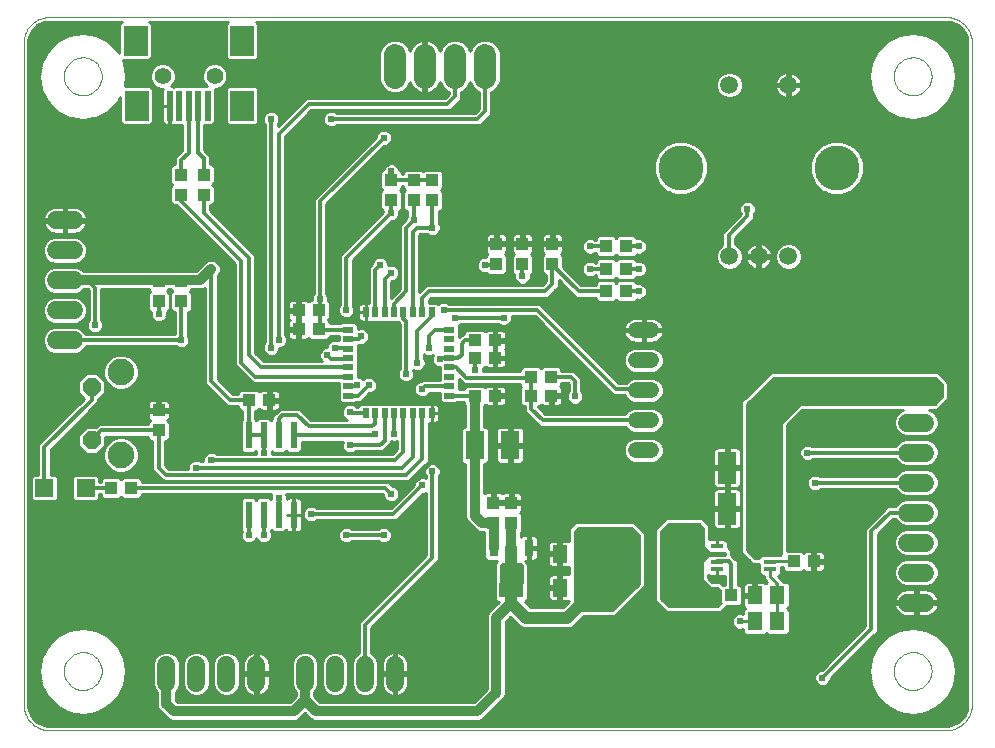
<source format=gtl>
G75*
G70*
%OFA0B0*%
%FSLAX24Y24*%
%IPPOS*%
%LPD*%
%AMOC8*
5,1,8,0,0,1.08239X$1,22.5*
%
%ADD10C,0.0000*%
%ADD11R,0.0433X0.0394*%
%ADD12R,0.0394X0.0433*%
%ADD13C,0.0520*%
%ADD14R,0.0591X0.0591*%
%ADD15C,0.0240*%
%ADD16R,0.0315X0.0551*%
%ADD17R,0.0800X0.0500*%
%ADD18OC8,0.0600*%
%ADD19C,0.0885*%
%ADD20C,0.0554*%
%ADD21R,0.0787X0.0984*%
%ADD22R,0.0197X0.0984*%
%ADD23C,0.0594*%
%ADD24R,0.0335X0.0213*%
%ADD25R,0.0213X0.0335*%
%ADD26R,0.0630X0.0945*%
%ADD27R,0.0512X0.0591*%
%ADD28R,0.0433X0.0157*%
%ADD29R,0.0630X0.1063*%
%ADD30R,0.0984X0.1280*%
%ADD31C,0.0740*%
%ADD32C,0.0594*%
%ADD33C,0.1500*%
%ADD34R,0.0236X0.0866*%
%ADD35C,0.0160*%
%ADD36C,0.0320*%
%ADD37C,0.0242*%
%ADD38C,0.0100*%
%ADD39C,0.0120*%
%ADD40C,0.0400*%
D10*
X003197Y007660D02*
X033224Y007660D01*
X033281Y007666D01*
X033338Y007676D01*
X033394Y007690D01*
X033449Y007708D01*
X033503Y007729D01*
X033555Y007754D01*
X033605Y007783D01*
X033653Y007815D01*
X033699Y007850D01*
X033743Y007888D01*
X033783Y007928D01*
X033821Y007972D01*
X033856Y008018D01*
X033888Y008066D01*
X033917Y008116D01*
X033942Y008168D01*
X033963Y008222D01*
X033981Y008277D01*
X033995Y008333D01*
X034005Y008390D01*
X034011Y008447D01*
X034011Y030637D01*
X034011Y030638D02*
X034005Y030695D01*
X033995Y030752D01*
X033981Y030808D01*
X033963Y030863D01*
X033942Y030917D01*
X033917Y030969D01*
X033888Y031019D01*
X033856Y031067D01*
X033821Y031113D01*
X033783Y031157D01*
X033743Y031197D01*
X033699Y031235D01*
X033653Y031270D01*
X033605Y031302D01*
X033555Y031331D01*
X033503Y031356D01*
X033449Y031377D01*
X033394Y031395D01*
X033338Y031409D01*
X033281Y031419D01*
X033224Y031425D01*
X003197Y031425D01*
X003140Y031419D01*
X003083Y031409D01*
X003027Y031395D01*
X002972Y031377D01*
X002918Y031356D01*
X002866Y031331D01*
X002816Y031302D01*
X002768Y031270D01*
X002722Y031235D01*
X002678Y031197D01*
X002638Y031157D01*
X002600Y031113D01*
X002565Y031067D01*
X002533Y031019D01*
X002504Y030969D01*
X002479Y030917D01*
X002458Y030863D01*
X002440Y030808D01*
X002426Y030752D01*
X002416Y030695D01*
X002410Y030638D01*
X002410Y030637D02*
X002410Y008447D01*
X002416Y008390D01*
X002426Y008333D01*
X002440Y008277D01*
X002458Y008222D01*
X002479Y008168D01*
X002504Y008116D01*
X002533Y008066D01*
X002565Y008018D01*
X002600Y007972D01*
X002638Y007928D01*
X002678Y007888D01*
X002722Y007850D01*
X002768Y007815D01*
X002816Y007783D01*
X002866Y007754D01*
X002918Y007729D01*
X002972Y007708D01*
X003027Y007690D01*
X003083Y007676D01*
X003140Y007666D01*
X003197Y007660D01*
X003749Y009629D02*
X003751Y009679D01*
X003757Y009729D01*
X003767Y009778D01*
X003781Y009826D01*
X003798Y009873D01*
X003819Y009918D01*
X003844Y009962D01*
X003872Y010003D01*
X003904Y010042D01*
X003938Y010079D01*
X003975Y010113D01*
X004015Y010143D01*
X004057Y010170D01*
X004101Y010194D01*
X004147Y010215D01*
X004194Y010231D01*
X004242Y010244D01*
X004292Y010253D01*
X004341Y010258D01*
X004392Y010259D01*
X004442Y010256D01*
X004491Y010249D01*
X004540Y010238D01*
X004588Y010223D01*
X004634Y010205D01*
X004679Y010183D01*
X004722Y010157D01*
X004763Y010128D01*
X004802Y010096D01*
X004838Y010061D01*
X004870Y010023D01*
X004900Y009983D01*
X004927Y009940D01*
X004950Y009896D01*
X004969Y009850D01*
X004985Y009802D01*
X004997Y009753D01*
X005005Y009704D01*
X005009Y009654D01*
X005009Y009604D01*
X005005Y009554D01*
X004997Y009505D01*
X004985Y009456D01*
X004969Y009408D01*
X004950Y009362D01*
X004927Y009318D01*
X004900Y009275D01*
X004870Y009235D01*
X004838Y009197D01*
X004802Y009162D01*
X004763Y009130D01*
X004722Y009101D01*
X004679Y009075D01*
X004634Y009053D01*
X004588Y009035D01*
X004540Y009020D01*
X004491Y009009D01*
X004442Y009002D01*
X004392Y008999D01*
X004341Y009000D01*
X004292Y009005D01*
X004242Y009014D01*
X004194Y009027D01*
X004147Y009043D01*
X004101Y009064D01*
X004057Y009088D01*
X004015Y009115D01*
X003975Y009145D01*
X003938Y009179D01*
X003904Y009216D01*
X003872Y009255D01*
X003844Y009296D01*
X003819Y009340D01*
X003798Y009385D01*
X003781Y009432D01*
X003767Y009480D01*
X003757Y009529D01*
X003751Y009579D01*
X003749Y009629D01*
X003749Y029456D02*
X003751Y029506D01*
X003757Y029556D01*
X003767Y029605D01*
X003781Y029653D01*
X003798Y029700D01*
X003819Y029745D01*
X003844Y029789D01*
X003872Y029830D01*
X003904Y029869D01*
X003938Y029906D01*
X003975Y029940D01*
X004015Y029970D01*
X004057Y029997D01*
X004101Y030021D01*
X004147Y030042D01*
X004194Y030058D01*
X004242Y030071D01*
X004292Y030080D01*
X004341Y030085D01*
X004392Y030086D01*
X004442Y030083D01*
X004491Y030076D01*
X004540Y030065D01*
X004588Y030050D01*
X004634Y030032D01*
X004679Y030010D01*
X004722Y029984D01*
X004763Y029955D01*
X004802Y029923D01*
X004838Y029888D01*
X004870Y029850D01*
X004900Y029810D01*
X004927Y029767D01*
X004950Y029723D01*
X004969Y029677D01*
X004985Y029629D01*
X004997Y029580D01*
X005005Y029531D01*
X005009Y029481D01*
X005009Y029431D01*
X005005Y029381D01*
X004997Y029332D01*
X004985Y029283D01*
X004969Y029235D01*
X004950Y029189D01*
X004927Y029145D01*
X004900Y029102D01*
X004870Y029062D01*
X004838Y029024D01*
X004802Y028989D01*
X004763Y028957D01*
X004722Y028928D01*
X004679Y028902D01*
X004634Y028880D01*
X004588Y028862D01*
X004540Y028847D01*
X004491Y028836D01*
X004442Y028829D01*
X004392Y028826D01*
X004341Y028827D01*
X004292Y028832D01*
X004242Y028841D01*
X004194Y028854D01*
X004147Y028870D01*
X004101Y028891D01*
X004057Y028915D01*
X004015Y028942D01*
X003975Y028972D01*
X003938Y029006D01*
X003904Y029043D01*
X003872Y029082D01*
X003844Y029123D01*
X003819Y029167D01*
X003798Y029212D01*
X003781Y029259D01*
X003767Y029307D01*
X003757Y029356D01*
X003751Y029406D01*
X003749Y029456D01*
X031413Y029456D02*
X031415Y029506D01*
X031421Y029556D01*
X031431Y029605D01*
X031445Y029653D01*
X031462Y029700D01*
X031483Y029745D01*
X031508Y029789D01*
X031536Y029830D01*
X031568Y029869D01*
X031602Y029906D01*
X031639Y029940D01*
X031679Y029970D01*
X031721Y029997D01*
X031765Y030021D01*
X031811Y030042D01*
X031858Y030058D01*
X031906Y030071D01*
X031956Y030080D01*
X032005Y030085D01*
X032056Y030086D01*
X032106Y030083D01*
X032155Y030076D01*
X032204Y030065D01*
X032252Y030050D01*
X032298Y030032D01*
X032343Y030010D01*
X032386Y029984D01*
X032427Y029955D01*
X032466Y029923D01*
X032502Y029888D01*
X032534Y029850D01*
X032564Y029810D01*
X032591Y029767D01*
X032614Y029723D01*
X032633Y029677D01*
X032649Y029629D01*
X032661Y029580D01*
X032669Y029531D01*
X032673Y029481D01*
X032673Y029431D01*
X032669Y029381D01*
X032661Y029332D01*
X032649Y029283D01*
X032633Y029235D01*
X032614Y029189D01*
X032591Y029145D01*
X032564Y029102D01*
X032534Y029062D01*
X032502Y029024D01*
X032466Y028989D01*
X032427Y028957D01*
X032386Y028928D01*
X032343Y028902D01*
X032298Y028880D01*
X032252Y028862D01*
X032204Y028847D01*
X032155Y028836D01*
X032106Y028829D01*
X032056Y028826D01*
X032005Y028827D01*
X031956Y028832D01*
X031906Y028841D01*
X031858Y028854D01*
X031811Y028870D01*
X031765Y028891D01*
X031721Y028915D01*
X031679Y028942D01*
X031639Y028972D01*
X031602Y029006D01*
X031568Y029043D01*
X031536Y029082D01*
X031508Y029123D01*
X031483Y029167D01*
X031462Y029212D01*
X031445Y029259D01*
X031431Y029307D01*
X031421Y029356D01*
X031415Y029406D01*
X031413Y029456D01*
X031413Y009629D02*
X031415Y009679D01*
X031421Y009729D01*
X031431Y009778D01*
X031445Y009826D01*
X031462Y009873D01*
X031483Y009918D01*
X031508Y009962D01*
X031536Y010003D01*
X031568Y010042D01*
X031602Y010079D01*
X031639Y010113D01*
X031679Y010143D01*
X031721Y010170D01*
X031765Y010194D01*
X031811Y010215D01*
X031858Y010231D01*
X031906Y010244D01*
X031956Y010253D01*
X032005Y010258D01*
X032056Y010259D01*
X032106Y010256D01*
X032155Y010249D01*
X032204Y010238D01*
X032252Y010223D01*
X032298Y010205D01*
X032343Y010183D01*
X032386Y010157D01*
X032427Y010128D01*
X032466Y010096D01*
X032502Y010061D01*
X032534Y010023D01*
X032564Y009983D01*
X032591Y009940D01*
X032614Y009896D01*
X032633Y009850D01*
X032649Y009802D01*
X032661Y009753D01*
X032669Y009704D01*
X032673Y009654D01*
X032673Y009604D01*
X032669Y009554D01*
X032661Y009505D01*
X032649Y009456D01*
X032633Y009408D01*
X032614Y009362D01*
X032591Y009318D01*
X032564Y009275D01*
X032534Y009235D01*
X032502Y009197D01*
X032466Y009162D01*
X032427Y009130D01*
X032386Y009101D01*
X032343Y009075D01*
X032298Y009053D01*
X032252Y009035D01*
X032204Y009020D01*
X032155Y009009D01*
X032106Y009002D01*
X032056Y008999D01*
X032005Y009000D01*
X031956Y009005D01*
X031906Y009014D01*
X031858Y009027D01*
X031811Y009043D01*
X031765Y009064D01*
X031721Y009088D01*
X031679Y009115D01*
X031639Y009145D01*
X031602Y009179D01*
X031568Y009216D01*
X031536Y009255D01*
X031508Y009296D01*
X031483Y009340D01*
X031462Y009385D01*
X031445Y009432D01*
X031431Y009480D01*
X031421Y009529D01*
X031415Y009579D01*
X031413Y009629D01*
D11*
X028745Y013285D03*
X028075Y013285D03*
X025995Y012160D03*
X025325Y012160D03*
X019991Y018801D03*
X019322Y018801D03*
X018120Y018801D03*
X017450Y018801D03*
X017450Y020066D03*
X017450Y020660D03*
X018120Y020660D03*
X018120Y020066D03*
X016035Y025325D03*
X015410Y025325D03*
X015410Y025995D03*
X016035Y025995D03*
X014660Y025995D03*
X014660Y025325D03*
X012245Y021660D03*
X012245Y021020D03*
X011575Y021020D03*
X011575Y021660D03*
X010588Y018660D03*
X009919Y018660D03*
X006910Y018320D03*
X006910Y017650D03*
X006910Y021950D03*
X006910Y022620D03*
X007660Y022620D03*
X007660Y021950D03*
X007660Y025513D03*
X007660Y026182D03*
X008410Y026182D03*
X008410Y025513D03*
D12*
X018160Y023870D03*
X018160Y023200D03*
X019035Y023200D03*
X019035Y023870D03*
X020035Y023870D03*
X020035Y023200D03*
X021825Y023035D03*
X021825Y022285D03*
X022495Y022285D03*
X022495Y023035D03*
X022495Y023785D03*
X021825Y023785D03*
X019978Y019426D03*
X019309Y019426D03*
X018660Y015245D03*
X018066Y015245D03*
X018066Y014575D03*
X018660Y014575D03*
X005995Y015735D03*
X005325Y015735D03*
D13*
X022815Y016988D02*
X023335Y016988D01*
X023335Y017988D02*
X022815Y017988D01*
X022815Y018988D02*
X023335Y018988D01*
X023335Y019988D02*
X022815Y019988D01*
X022815Y020988D02*
X023335Y020988D01*
D14*
X004474Y015735D03*
X003096Y015735D03*
D15*
X018380Y013120D02*
X018380Y012600D01*
X018940Y012600D01*
X018940Y013120D01*
X018380Y013120D01*
X018580Y013120D02*
X018580Y012760D01*
X018740Y012760D02*
X018740Y013120D01*
X018660Y013240D02*
X018660Y013520D01*
X023075Y020988D02*
X023059Y021005D01*
D16*
X019250Y013740D03*
X018660Y013740D03*
X018070Y013740D03*
D17*
X018660Y012340D03*
D18*
X004670Y017320D03*
X004670Y019100D03*
D19*
X005650Y019590D03*
X005650Y016830D03*
D20*
X007044Y029460D03*
X008776Y029460D03*
D21*
X009682Y028476D03*
X009682Y030641D03*
X006138Y030641D03*
X006178Y028476D03*
D22*
X007280Y028476D03*
X007595Y028476D03*
X007910Y028476D03*
X008225Y028476D03*
X008540Y028476D03*
D23*
X004082Y024660D02*
X003488Y024660D01*
X003488Y023660D02*
X004082Y023660D01*
X004082Y022660D02*
X003488Y022660D01*
X003488Y021660D02*
X004082Y021660D01*
X004082Y020660D02*
X003488Y020660D01*
X007160Y009832D02*
X007160Y009238D01*
X008160Y009238D02*
X008160Y009832D01*
X009160Y009832D02*
X009160Y009238D01*
X010160Y009238D02*
X010160Y009832D01*
X011785Y009832D02*
X011785Y009238D01*
X012785Y009238D02*
X012785Y009832D01*
X013785Y009832D02*
X013785Y009238D01*
X014785Y009238D02*
X014785Y009832D01*
X031863Y011910D02*
X032457Y011910D01*
X032457Y012910D02*
X031863Y012910D01*
X031863Y013910D02*
X032457Y013910D01*
X032457Y014910D02*
X031863Y014910D01*
X031863Y015910D02*
X032457Y015910D01*
X032457Y016910D02*
X031863Y016910D01*
X031863Y017910D02*
X032457Y017910D01*
X032457Y018910D02*
X031863Y018910D01*
D24*
X016593Y018808D03*
X016593Y019123D03*
X016593Y019438D03*
X016593Y019753D03*
X016593Y020067D03*
X016593Y020379D03*
X016593Y020693D03*
X016593Y021008D03*
X013227Y021012D03*
X013227Y020697D03*
X013227Y020382D03*
X013227Y020067D03*
X013227Y019753D03*
X013227Y019438D03*
X013227Y019123D03*
X013227Y018808D03*
D25*
X013808Y018227D03*
X014123Y018227D03*
X014438Y018227D03*
X014753Y018227D03*
X015067Y018227D03*
X015382Y018227D03*
X015697Y018227D03*
X016012Y018227D03*
X016012Y021593D03*
X015697Y021593D03*
X015382Y021593D03*
X015067Y021593D03*
X014753Y021593D03*
X014438Y021593D03*
X014123Y021593D03*
X013808Y021593D03*
D26*
X017444Y017160D03*
X018626Y017160D03*
D27*
X020286Y013535D03*
X021034Y013535D03*
X021034Y012410D03*
X020286Y012410D03*
X026786Y012160D03*
X027534Y012160D03*
X027534Y011285D03*
X026786Y011285D03*
D28*
X027296Y013026D03*
X027296Y013282D03*
X027296Y013538D03*
X027296Y013794D03*
X025524Y013794D03*
X025524Y013538D03*
X025524Y013282D03*
X025524Y013026D03*
D29*
X025859Y015035D03*
X026961Y015035D03*
X026961Y016410D03*
X025859Y016410D03*
D30*
X024466Y013535D03*
X022104Y013535D03*
D31*
X017785Y029415D02*
X017785Y030155D01*
X016785Y030155D02*
X016785Y029415D01*
X015785Y029415D02*
X015785Y030155D01*
X014785Y030155D02*
X014785Y029415D01*
D32*
X025926Y029166D03*
X027894Y029166D03*
X027894Y023457D03*
X026910Y023457D03*
X025926Y023457D03*
D33*
X024312Y026410D03*
X029508Y026410D03*
D34*
X011410Y017485D03*
X010910Y017485D03*
X010410Y017485D03*
X009910Y017485D03*
X009910Y014835D03*
X010410Y014835D03*
X010910Y014835D03*
X011410Y014835D03*
D35*
X017441Y018792D02*
X017450Y018801D01*
X018066Y014575D02*
X018035Y014160D01*
X023075Y020988D02*
X023035Y021029D01*
D36*
X023075Y020988D02*
X022763Y020988D01*
X017441Y018792D02*
X017441Y018441D01*
X017441Y017163D01*
X017444Y017160D01*
X017444Y014813D01*
X017682Y014575D01*
X018066Y014575D01*
X018070Y014416D01*
X018070Y013740D01*
X018660Y013740D02*
X018660Y014575D01*
X018660Y011910D02*
X018160Y011410D01*
X018160Y008910D01*
X017535Y008285D01*
X012160Y008285D01*
X011785Y008660D01*
X011785Y009535D01*
X011785Y008660D02*
X011410Y008285D01*
X007410Y008285D01*
X007160Y008535D01*
X007160Y009535D01*
X007035Y022660D02*
X004535Y022660D01*
X003785Y022660D01*
X007035Y022660D02*
X008035Y022660D01*
X008285Y022660D01*
X008660Y023035D01*
D37*
X008660Y023035D03*
X008910Y023585D03*
X008660Y023835D03*
X008410Y024085D03*
X008160Y024335D03*
X007910Y024585D03*
X007660Y024835D03*
X007410Y025085D03*
X007160Y025395D03*
X007160Y026020D03*
X007160Y026645D03*
X007535Y027145D03*
X007535Y027645D03*
X008660Y027645D03*
X008660Y027020D03*
X008910Y026645D03*
X008910Y026270D03*
X008910Y025645D03*
X008785Y025085D03*
X009035Y024835D03*
X009285Y024585D03*
X009535Y024335D03*
X009785Y024085D03*
X010035Y023835D03*
X010285Y023460D03*
X010285Y022335D03*
X010285Y021710D03*
X010285Y021085D03*
X010910Y020660D03*
X010660Y020410D03*
X011035Y020085D03*
X011660Y020085D03*
X012160Y020085D03*
X012535Y020160D03*
X012785Y020410D03*
X013660Y020785D03*
X013973Y021054D03*
X014348Y021054D03*
X014723Y021054D03*
X013973Y020179D03*
X013723Y019804D03*
X013910Y019160D03*
X013535Y019160D03*
X014098Y018804D03*
X014348Y018804D03*
X015160Y019535D03*
X015535Y019910D03*
X015785Y019523D03*
X015691Y019035D03*
X016285Y020035D03*
X015910Y020410D03*
X017035Y021023D03*
X016785Y021410D03*
X016410Y021660D03*
X017848Y021085D03*
X018410Y021410D03*
X018848Y021116D03*
X019598Y020491D03*
X019973Y020054D03*
X018598Y020054D03*
X018660Y019085D03*
X018660Y018710D03*
X018660Y018335D03*
X018035Y017710D03*
X017441Y018441D03*
X017035Y017960D03*
X016910Y017085D03*
X016035Y016285D03*
X015691Y015816D03*
X014660Y015535D03*
X014160Y015335D03*
X014410Y014160D03*
X013160Y014160D03*
X012910Y015335D03*
X012035Y015335D03*
X011985Y014860D03*
X010910Y015410D03*
X010410Y014160D03*
X009910Y014160D03*
X009660Y013210D03*
X011210Y012910D03*
X007660Y013210D03*
X007660Y013460D03*
X007410Y013460D03*
X007410Y013210D03*
X008160Y016410D03*
X007785Y016585D03*
X007285Y016585D03*
X007285Y017085D03*
X008660Y016660D03*
X009535Y017085D03*
X009535Y017835D03*
X009285Y018270D03*
X010285Y018145D03*
X010410Y019085D03*
X011035Y019085D03*
X011285Y018585D03*
X011660Y019085D03*
X012160Y019085D03*
X012160Y018835D03*
X012160Y018585D03*
X012660Y018585D03*
X012660Y018835D03*
X012660Y019085D03*
X013285Y018254D03*
X014129Y017535D03*
X014754Y017535D03*
X014660Y017085D03*
X013285Y017160D03*
X012660Y017085D03*
X012035Y017085D03*
X010410Y016910D03*
X009285Y019835D03*
X009285Y021085D03*
X009285Y021710D03*
X009285Y022335D03*
X011285Y022460D03*
X011535Y022210D03*
X012285Y022035D03*
X012785Y021835D03*
X012785Y021460D03*
X013160Y021660D03*
X013473Y021835D03*
X013473Y021460D03*
X013535Y022770D03*
X013535Y023145D03*
X014285Y023160D03*
X014660Y022910D03*
X015973Y023804D03*
X016035Y024410D03*
X015410Y024660D03*
X014660Y024910D03*
X014660Y026285D03*
X014410Y027410D03*
X016195Y027025D03*
X016195Y026650D03*
X016570Y026650D03*
X016570Y027025D03*
X017320Y027025D03*
X018320Y027025D03*
X019195Y027025D03*
X019195Y026775D03*
X019195Y026525D03*
X017598Y023804D03*
X017785Y023160D03*
X017848Y022554D03*
X019035Y022785D03*
X019598Y022679D03*
X020348Y022304D03*
X020035Y021895D03*
X021320Y021775D03*
X021285Y022645D03*
X021285Y023035D03*
X020695Y023400D03*
X021285Y023785D03*
X022910Y023785D03*
X023285Y023395D03*
X022910Y023035D03*
X023285Y022645D03*
X022910Y022285D03*
X023910Y023395D03*
X024285Y022645D03*
X024910Y023770D03*
X026535Y025035D03*
X023820Y019400D03*
X022348Y018429D03*
X021223Y018804D03*
X020785Y018785D03*
X020785Y018335D03*
X020410Y018335D03*
X020785Y017335D03*
X019285Y017585D03*
X019285Y016835D03*
X018660Y015835D03*
X018035Y015835D03*
X019285Y015085D03*
X019535Y015085D03*
X019785Y015085D03*
X019785Y014460D03*
X019785Y014085D03*
X019285Y014460D03*
X019785Y013335D03*
X019735Y012910D03*
X019735Y012160D03*
X019735Y010785D03*
X020485Y010785D03*
X021110Y011285D03*
X021785Y010960D03*
X022160Y011335D03*
X022985Y011660D03*
X023485Y011660D03*
X023035Y010835D03*
X022160Y009835D03*
X022160Y008960D03*
X022535Y008960D03*
X024410Y008960D03*
X024910Y009835D03*
X026160Y010835D03*
X026285Y011285D03*
X026360Y012785D03*
X026360Y013160D03*
X026110Y013535D03*
X026110Y013910D03*
X025735Y014160D03*
X025485Y014160D03*
X024985Y014910D03*
X023860Y014910D03*
X023235Y014410D03*
X022610Y014785D03*
X022235Y014785D03*
X021860Y014785D03*
X023235Y013535D03*
X023235Y012660D03*
X025423Y012691D03*
X025673Y012691D03*
X026735Y012785D03*
X028360Y012285D03*
X028360Y011785D03*
X028360Y011285D03*
X028360Y010535D03*
X027910Y009835D03*
X029035Y009410D03*
X029035Y007960D03*
X031535Y007960D03*
X033035Y008085D03*
X033660Y008960D03*
X033660Y010835D03*
X029360Y011785D03*
X028735Y013910D03*
X028235Y013910D03*
X027985Y014535D03*
X027985Y015535D03*
X028235Y016285D03*
X028785Y015910D03*
X028535Y016910D03*
X024860Y016910D03*
X024860Y016410D03*
X024110Y016410D03*
X024110Y016910D03*
X023729Y017510D03*
X022354Y016760D03*
X021223Y019429D03*
X017441Y019660D03*
X012598Y022804D03*
X012598Y023804D03*
X012570Y025025D03*
X013160Y025645D03*
X011285Y024020D03*
X010285Y025520D03*
X010285Y026645D03*
X010660Y028035D03*
X012660Y028035D03*
X012195Y031025D03*
X010820Y031025D03*
X013820Y031025D03*
X015445Y031025D03*
X024695Y031150D03*
X017191Y014210D03*
X017910Y012835D03*
X017910Y012460D03*
X017910Y012085D03*
X017441Y010960D03*
X016223Y011929D03*
X015610Y014160D03*
X017410Y009835D03*
X017410Y009085D03*
X018660Y008960D03*
X018035Y007960D03*
X020535Y009835D03*
X021035Y013035D03*
X007660Y020660D03*
X006910Y021535D03*
X004785Y021160D03*
X003035Y018210D03*
X003035Y017585D03*
X002785Y025520D03*
X002785Y026270D03*
X002785Y027020D03*
X003785Y027020D03*
X004785Y027020D03*
X006035Y027020D03*
X003570Y031150D03*
D38*
X003206Y031275D02*
X005674Y031275D01*
X005595Y031195D01*
X005595Y030226D01*
X005552Y030309D01*
X005231Y030630D01*
X004827Y030836D01*
X004827Y030836D01*
X004379Y030907D01*
X004379Y030907D01*
X003930Y030836D01*
X003526Y030630D01*
X003526Y030630D01*
X003205Y030309D01*
X002998Y029905D01*
X002998Y029905D01*
X002927Y029456D01*
X002998Y029008D01*
X003205Y028603D01*
X003526Y028282D01*
X003930Y028076D01*
X004379Y028005D01*
X004827Y028076D01*
X005231Y028282D01*
X005231Y028282D01*
X005552Y028603D01*
X005552Y028603D01*
X005634Y028763D01*
X005634Y027921D01*
X005722Y027834D01*
X006634Y027834D01*
X006721Y027921D01*
X006721Y029030D01*
X006634Y029118D01*
X005776Y029118D01*
X005830Y029456D01*
X005759Y029905D01*
X005711Y029999D01*
X006594Y029999D01*
X006682Y030087D01*
X006682Y031195D01*
X006603Y031275D01*
X009217Y031275D01*
X009138Y031195D01*
X009138Y030087D01*
X009226Y029999D01*
X010137Y029999D01*
X010225Y030087D01*
X010225Y031195D01*
X010146Y031275D01*
X033215Y031275D01*
X033336Y031255D01*
X033562Y031151D01*
X033737Y030975D01*
X033841Y030749D01*
X033861Y030629D01*
X033861Y008456D01*
X033841Y008336D01*
X033737Y008110D01*
X033562Y007934D01*
X033336Y007830D01*
X033215Y007810D01*
X003206Y007810D01*
X003086Y007830D01*
X002860Y007934D01*
X002684Y008110D01*
X002580Y008336D01*
X002560Y008456D01*
X002560Y030629D01*
X002580Y030749D01*
X002684Y030975D01*
X002860Y031151D01*
X003086Y031255D01*
X003206Y031275D01*
X002970Y031202D02*
X005601Y031202D01*
X005595Y031103D02*
X002812Y031103D01*
X002714Y031005D02*
X005595Y031005D01*
X005595Y030906D02*
X004387Y030906D01*
X004370Y030906D02*
X002652Y030906D01*
X002607Y030808D02*
X003874Y030808D01*
X003930Y030836D02*
X003930Y030836D01*
X003680Y030709D02*
X002573Y030709D01*
X002560Y030611D02*
X003506Y030611D01*
X003407Y030512D02*
X002560Y030512D01*
X002560Y030414D02*
X003309Y030414D01*
X003210Y030315D02*
X002560Y030315D01*
X002560Y030217D02*
X003157Y030217D01*
X003205Y030309D02*
X003205Y030309D01*
X003107Y030118D02*
X002560Y030118D01*
X002560Y030020D02*
X003057Y030020D01*
X003007Y029921D02*
X002560Y029921D01*
X002560Y029823D02*
X002985Y029823D01*
X002970Y029724D02*
X002560Y029724D01*
X002560Y029626D02*
X002954Y029626D01*
X002939Y029527D02*
X002560Y029527D01*
X002560Y029429D02*
X002932Y029429D01*
X002927Y029456D02*
X002927Y029456D01*
X002947Y029330D02*
X002560Y029330D01*
X002560Y029232D02*
X002963Y029232D01*
X002979Y029133D02*
X002560Y029133D01*
X002560Y029035D02*
X002994Y029035D01*
X002998Y029008D02*
X002998Y029008D01*
X003035Y028936D02*
X002560Y028936D01*
X002560Y028838D02*
X003085Y028838D01*
X003135Y028739D02*
X002560Y028739D01*
X002560Y028641D02*
X003186Y028641D01*
X003205Y028603D02*
X003205Y028603D01*
X003266Y028542D02*
X002560Y028542D01*
X002560Y028444D02*
X003364Y028444D01*
X003463Y028345D02*
X002560Y028345D01*
X002560Y028247D02*
X003596Y028247D01*
X003526Y028282D02*
X003526Y028282D01*
X003789Y028148D02*
X002560Y028148D01*
X002560Y028050D02*
X004098Y028050D01*
X003930Y028076D02*
X003930Y028076D01*
X004379Y028005D02*
X004379Y028005D01*
X004659Y028050D02*
X005634Y028050D01*
X005634Y028148D02*
X004968Y028148D01*
X004827Y028076D02*
X004827Y028076D01*
X005161Y028247D02*
X005634Y028247D01*
X005634Y028345D02*
X005294Y028345D01*
X005231Y028282D02*
X005231Y028282D01*
X005393Y028444D02*
X005634Y028444D01*
X005634Y028542D02*
X005491Y028542D01*
X005571Y028641D02*
X005634Y028641D01*
X005622Y028739D02*
X005634Y028739D01*
X005778Y029133D02*
X006767Y029133D01*
X006802Y029098D02*
X006959Y029033D01*
X007046Y029033D01*
X007042Y029026D01*
X007032Y028988D01*
X007032Y028476D01*
X007280Y028476D01*
X007280Y028476D01*
X007032Y028476D01*
X007032Y027964D01*
X007042Y027926D01*
X007062Y027892D01*
X007090Y027864D01*
X007124Y027844D01*
X007162Y027834D01*
X007280Y027834D01*
X007280Y028476D01*
X007280Y028476D01*
X007280Y027834D01*
X007398Y027834D01*
X007427Y027841D01*
X007434Y027834D01*
X007700Y027834D01*
X007700Y026997D01*
X007450Y026747D01*
X007450Y026529D01*
X007381Y026529D01*
X007293Y026441D01*
X007293Y025923D01*
X007369Y025847D01*
X007293Y025772D01*
X007293Y025254D01*
X007381Y025166D01*
X007482Y025166D01*
X007573Y025075D01*
X009450Y023198D01*
X009450Y019823D01*
X009573Y019700D01*
X010045Y019228D01*
X012910Y019228D01*
X012910Y018639D01*
X012997Y018551D01*
X013456Y018551D01*
X013503Y018598D01*
X013645Y018598D01*
X013936Y018889D01*
X013964Y018889D01*
X015458Y018889D01*
X015461Y018881D02*
X015538Y018805D01*
X015637Y018764D01*
X015745Y018764D01*
X015845Y018805D01*
X015921Y018881D01*
X015934Y018913D01*
X016276Y018913D01*
X016276Y018639D01*
X016364Y018551D01*
X016823Y018551D01*
X016869Y018598D01*
X017084Y018598D01*
X017084Y018542D01*
X017131Y018495D01*
X016230Y018495D01*
X016239Y018486D02*
X016211Y018514D01*
X016177Y018534D01*
X016138Y018544D01*
X016016Y018544D01*
X016016Y018230D01*
X016269Y018230D01*
X016269Y018414D01*
X016258Y018452D01*
X016239Y018486D01*
X016269Y018397D02*
X017131Y018397D01*
X017131Y018495D02*
X017131Y017782D01*
X017067Y017782D01*
X016979Y017695D01*
X016979Y016625D01*
X017067Y016538D01*
X017134Y016538D01*
X017134Y014751D01*
X017182Y014637D01*
X017507Y014313D01*
X017620Y014265D01*
X017751Y014265D01*
X017760Y014256D01*
X017760Y013678D01*
X017762Y013672D01*
X017762Y013402D01*
X017850Y013314D01*
X018192Y013314D01*
X018151Y013273D01*
X018110Y013174D01*
X018110Y012028D01*
X018198Y011940D01*
X018252Y011940D01*
X017897Y011586D01*
X017850Y011472D01*
X017850Y009038D01*
X017407Y008595D01*
X012288Y008595D01*
X012095Y008788D01*
X012095Y008916D01*
X012164Y008985D01*
X012232Y009149D01*
X012232Y009921D01*
X012164Y010085D01*
X012038Y010211D01*
X011874Y010279D01*
X011696Y010279D01*
X011532Y010211D01*
X011406Y010085D01*
X011338Y009921D01*
X011338Y009149D01*
X011406Y008985D01*
X011475Y008916D01*
X011475Y008788D01*
X011282Y008595D01*
X007538Y008595D01*
X007470Y008663D01*
X007470Y008916D01*
X007539Y008985D01*
X007607Y009149D01*
X007607Y009921D01*
X007539Y010085D01*
X007413Y010211D01*
X007249Y010279D01*
X007071Y010279D01*
X006907Y010211D01*
X006781Y010085D01*
X006713Y009921D01*
X006713Y009149D01*
X006781Y008985D01*
X006850Y008916D01*
X006850Y008473D01*
X006897Y008359D01*
X007147Y008109D01*
X007234Y008022D01*
X007348Y007975D01*
X011472Y007975D01*
X011586Y008022D01*
X011785Y008222D01*
X011897Y008109D01*
X011984Y008022D01*
X012098Y007975D01*
X017597Y007975D01*
X017711Y008022D01*
X018336Y008647D01*
X018423Y008734D01*
X018470Y008848D01*
X018470Y011282D01*
X018632Y011443D01*
X018863Y011212D01*
X018962Y011113D01*
X019090Y011060D01*
X020605Y011060D01*
X020733Y011113D01*
X021080Y011460D01*
X022118Y011460D01*
X022993Y012335D01*
X023110Y012452D01*
X023110Y014243D01*
X022743Y014610D01*
X020827Y014610D01*
X020702Y014485D01*
X020585Y014368D01*
X020585Y013974D01*
X020562Y013980D01*
X020336Y013980D01*
X020336Y013585D01*
X020236Y013585D01*
X020236Y013980D01*
X020010Y013980D01*
X019972Y013970D01*
X019938Y013950D01*
X019910Y013922D01*
X019890Y013888D01*
X019880Y013850D01*
X019880Y013585D01*
X020236Y013585D01*
X020236Y013485D01*
X020336Y013485D01*
X020336Y013090D01*
X020562Y013090D01*
X020585Y013096D01*
X020585Y012849D01*
X020562Y012855D01*
X020336Y012855D01*
X020336Y012460D01*
X020236Y012460D01*
X020236Y012855D01*
X020010Y012855D01*
X019972Y012845D01*
X019938Y012825D01*
X019910Y012797D01*
X019890Y012763D01*
X019880Y012725D01*
X019880Y012460D01*
X020236Y012460D01*
X020236Y012360D01*
X020336Y012360D01*
X020336Y011965D01*
X020562Y011965D01*
X020585Y011971D01*
X020585Y011955D01*
X020390Y011760D01*
X019305Y011760D01*
X019124Y011941D01*
X019210Y012028D01*
X019210Y013174D01*
X019169Y013273D01*
X019128Y013314D01*
X019221Y013314D01*
X019221Y013711D01*
X019279Y013711D01*
X019279Y013314D01*
X019427Y013314D01*
X019466Y013325D01*
X019500Y013344D01*
X019528Y013372D01*
X019547Y013406D01*
X019558Y013445D01*
X019558Y013711D01*
X019279Y013711D01*
X019279Y013769D01*
X019221Y013769D01*
X019221Y014166D01*
X019073Y014166D01*
X019035Y014155D01*
X019001Y014136D01*
X018973Y014108D01*
X018970Y014103D01*
X018970Y014260D01*
X019007Y014297D01*
X019007Y014854D01*
X018951Y014910D01*
X018977Y014936D01*
X018997Y014970D01*
X019007Y015008D01*
X019007Y015196D01*
X018708Y015196D01*
X018708Y015293D01*
X018612Y015293D01*
X018612Y015611D01*
X018443Y015611D01*
X018405Y015601D01*
X018371Y015581D01*
X018363Y015573D01*
X018355Y015581D01*
X018321Y015601D01*
X018283Y015611D01*
X018115Y015611D01*
X018115Y015293D01*
X018413Y015293D01*
X018612Y015293D01*
X018612Y015196D01*
X018115Y015196D01*
X018115Y015293D01*
X018018Y015293D01*
X018018Y015611D01*
X017850Y015611D01*
X017812Y015601D01*
X017777Y015581D01*
X017754Y015558D01*
X017754Y016538D01*
X017822Y016538D01*
X017909Y016625D01*
X017909Y017695D01*
X017822Y017782D01*
X017751Y017782D01*
X017751Y018476D01*
X017785Y018510D01*
X017811Y018484D01*
X017845Y018464D01*
X017883Y018454D01*
X018071Y018454D01*
X018071Y018752D01*
X018168Y018752D01*
X018168Y018454D01*
X018356Y018454D01*
X018394Y018464D01*
X018428Y018484D01*
X018456Y018512D01*
X018476Y018546D01*
X018486Y018584D01*
X018486Y018752D01*
X018168Y018752D01*
X018168Y018849D01*
X018486Y018849D01*
X018486Y019018D01*
X018476Y019056D01*
X018456Y019090D01*
X018428Y019118D01*
X018394Y019138D01*
X018356Y019148D01*
X018168Y019148D01*
X018168Y018849D01*
X018071Y018849D01*
X018071Y019148D01*
X017883Y019148D01*
X017845Y019138D01*
X017811Y019118D01*
X017785Y019092D01*
X017729Y019148D01*
X017172Y019148D01*
X017084Y019060D01*
X017084Y019018D01*
X016910Y019018D01*
X016910Y019363D01*
X016950Y019323D01*
X017073Y019200D01*
X018962Y019200D01*
X018962Y019147D01*
X019003Y019107D01*
X018956Y019060D01*
X018956Y018542D01*
X019044Y018454D01*
X019112Y018454D01*
X019112Y018286D01*
X019235Y018163D01*
X019620Y017778D01*
X022458Y017778D01*
X022468Y017756D01*
X022583Y017641D01*
X022734Y017578D01*
X023417Y017578D01*
X023568Y017641D01*
X023683Y017756D01*
X023745Y017907D01*
X023745Y018070D01*
X023683Y018221D01*
X023568Y018336D01*
X023417Y018398D01*
X022734Y018398D01*
X022583Y018336D01*
X022468Y018221D01*
X022458Y018198D01*
X019794Y018198D01*
X019538Y018454D01*
X019601Y018454D01*
X019657Y018510D01*
X019683Y018484D01*
X019717Y018464D01*
X019755Y018454D01*
X019943Y018454D01*
X019943Y018752D01*
X020040Y018752D01*
X020040Y018454D01*
X020228Y018454D01*
X020266Y018464D01*
X020300Y018484D01*
X020328Y018512D01*
X020348Y018546D01*
X020358Y018584D01*
X020358Y018752D01*
X020040Y018752D01*
X020040Y018849D01*
X020358Y018849D01*
X020358Y019017D01*
X020348Y019055D01*
X020328Y019090D01*
X020300Y019118D01*
X020297Y019119D01*
X020325Y019147D01*
X020325Y019216D01*
X020557Y019216D01*
X020575Y019198D01*
X020575Y018958D01*
X020555Y018939D01*
X020514Y018839D01*
X020514Y018731D01*
X020555Y018631D01*
X020631Y018555D01*
X020731Y018514D01*
X020839Y018514D01*
X020939Y018555D01*
X021015Y018631D01*
X021056Y018731D01*
X021056Y018839D01*
X021015Y018939D01*
X020995Y018958D01*
X020995Y019372D01*
X020872Y019495D01*
X020731Y019636D01*
X020325Y019636D01*
X020325Y019705D01*
X020237Y019792D01*
X019719Y019792D01*
X019644Y019717D01*
X019568Y019792D01*
X019050Y019792D01*
X018962Y019705D01*
X018962Y019620D01*
X017712Y019620D01*
X017712Y019714D01*
X017710Y019719D01*
X017729Y019719D01*
X017785Y019775D01*
X017811Y019749D01*
X017845Y019730D01*
X017883Y019719D01*
X018071Y019719D01*
X018071Y020018D01*
X018168Y020018D01*
X018168Y020115D01*
X018071Y020115D01*
X018071Y020612D01*
X018168Y020612D01*
X018168Y020708D01*
X018486Y020708D01*
X018486Y020877D01*
X018476Y020915D01*
X018456Y020949D01*
X018428Y020977D01*
X018394Y020997D01*
X018356Y021007D01*
X018168Y021007D01*
X018168Y020708D01*
X018071Y020708D01*
X018071Y021007D01*
X017883Y021007D01*
X017845Y020997D01*
X017811Y020977D01*
X017785Y020951D01*
X017729Y021007D01*
X017172Y021007D01*
X017084Y020919D01*
X017084Y020870D01*
X017070Y020870D01*
X016915Y020780D01*
X016910Y020773D01*
X016910Y021169D01*
X016939Y021180D01*
X016958Y021200D01*
X018237Y021200D01*
X018256Y021180D01*
X018356Y021139D01*
X018464Y021139D01*
X018564Y021180D01*
X018640Y021256D01*
X018681Y021356D01*
X018681Y021450D01*
X019448Y021450D01*
X021950Y018948D01*
X022073Y018825D01*
X022439Y018825D01*
X022468Y018756D01*
X022583Y018641D01*
X022734Y018578D01*
X023417Y018578D01*
X023568Y018641D01*
X023683Y018756D01*
X023745Y018907D01*
X023745Y019070D01*
X023683Y019221D01*
X023568Y019336D01*
X023417Y019398D01*
X022734Y019398D01*
X022583Y019336D01*
X022492Y019245D01*
X022247Y019245D01*
X019622Y021870D01*
X016583Y021870D01*
X016564Y021890D01*
X016464Y021931D01*
X016356Y021931D01*
X016256Y021890D01*
X016229Y021862D01*
X016181Y021910D01*
X015907Y021910D01*
X015907Y021985D01*
X015997Y022075D01*
X019872Y022075D01*
X020122Y022325D01*
X020245Y022448D01*
X020245Y022653D01*
X020823Y022075D01*
X021479Y022075D01*
X021479Y022006D01*
X021566Y021918D01*
X022084Y021918D01*
X022160Y021994D01*
X022236Y021918D01*
X022754Y021918D01*
X022841Y022006D01*
X022841Y022020D01*
X022856Y022014D01*
X022964Y022014D01*
X023064Y022055D01*
X023140Y022131D01*
X023181Y022231D01*
X023181Y022339D01*
X023140Y022439D01*
X023064Y022515D01*
X022964Y022556D01*
X022856Y022556D01*
X022841Y022550D01*
X022841Y022564D01*
X022754Y022652D01*
X022236Y022652D01*
X022160Y022576D01*
X022084Y022652D01*
X021566Y022652D01*
X021479Y022564D01*
X021479Y022495D01*
X020997Y022495D01*
X020382Y023110D01*
X020382Y023479D01*
X020326Y023535D01*
X020352Y023561D01*
X020372Y023595D01*
X020382Y023633D01*
X020382Y023821D01*
X020083Y023821D01*
X020083Y023918D01*
X019987Y023918D01*
X019987Y024236D01*
X019818Y024236D01*
X019780Y024226D01*
X019746Y024206D01*
X019718Y024178D01*
X019698Y024144D01*
X019688Y024106D01*
X019688Y023918D01*
X019987Y023918D01*
X019987Y023821D01*
X019688Y023821D01*
X019688Y023633D01*
X019698Y023595D01*
X019718Y023561D01*
X019744Y023535D01*
X019688Y023479D01*
X019688Y022922D01*
X019776Y022834D01*
X019825Y022834D01*
X019825Y022622D01*
X019698Y022495D01*
X015823Y022495D01*
X015700Y022372D01*
X015592Y022264D01*
X015592Y024170D01*
X015622Y024200D01*
X015862Y024200D01*
X015881Y024180D01*
X015981Y024139D01*
X016089Y024139D01*
X016189Y024180D01*
X016265Y024256D01*
X016306Y024356D01*
X016306Y024464D01*
X016265Y024564D01*
X016245Y024583D01*
X016245Y024979D01*
X016314Y024979D01*
X016402Y025066D01*
X016402Y025584D01*
X016326Y025660D01*
X016402Y025736D01*
X016402Y026254D01*
X016314Y026341D01*
X015756Y026341D01*
X015722Y026308D01*
X015689Y026341D01*
X015131Y026341D01*
X015043Y026254D01*
X015043Y026205D01*
X015027Y026205D01*
X015027Y026254D01*
X014939Y026341D01*
X014930Y026341D01*
X014890Y026439D01*
X014814Y026515D01*
X014714Y026556D01*
X014606Y026556D01*
X014506Y026515D01*
X014430Y026439D01*
X014390Y026341D01*
X014381Y026341D01*
X014293Y026254D01*
X014293Y025736D01*
X014369Y025660D01*
X014293Y025584D01*
X014293Y025066D01*
X014381Y024979D01*
X014395Y024979D01*
X014389Y024964D01*
X014389Y024936D01*
X012950Y023497D01*
X012950Y021833D01*
X012930Y021814D01*
X012889Y021714D01*
X012889Y021606D01*
X012930Y021506D01*
X013006Y021430D01*
X013106Y021389D01*
X013214Y021389D01*
X013314Y021430D01*
X013390Y021506D01*
X013431Y021606D01*
X013431Y021714D01*
X013390Y021814D01*
X013370Y021833D01*
X013370Y023323D01*
X014686Y024639D01*
X014714Y024639D01*
X014814Y024680D01*
X014890Y024756D01*
X014931Y024856D01*
X014931Y024964D01*
X014925Y024979D01*
X014939Y024979D01*
X015027Y025066D01*
X015027Y025584D01*
X014951Y025660D01*
X015027Y025736D01*
X015027Y025785D01*
X015043Y025785D01*
X015043Y025736D01*
X015119Y025660D01*
X015043Y025584D01*
X015043Y025066D01*
X015131Y024979D01*
X015200Y024979D01*
X015200Y024833D01*
X015180Y024814D01*
X015139Y024714D01*
X015139Y024686D01*
X014950Y024497D01*
X014950Y022372D01*
X014648Y022070D01*
X014648Y022601D01*
X014686Y022639D01*
X014714Y022639D01*
X014814Y022680D01*
X014890Y022756D01*
X014931Y022856D01*
X014931Y022964D01*
X014890Y023064D01*
X014814Y023140D01*
X014714Y023181D01*
X014606Y023181D01*
X014556Y023160D01*
X014556Y023214D01*
X014515Y023314D01*
X014439Y023390D01*
X014339Y023431D01*
X014231Y023431D01*
X014131Y023390D01*
X014055Y023314D01*
X014014Y023214D01*
X014014Y023186D01*
X013913Y023085D01*
X013913Y021910D01*
X013811Y021910D01*
X013811Y021596D01*
X013804Y021596D01*
X013804Y021590D01*
X013551Y021590D01*
X013551Y021406D01*
X013562Y021368D01*
X013581Y021334D01*
X013609Y021306D01*
X013643Y021286D01*
X013682Y021276D01*
X013804Y021276D01*
X013804Y021590D01*
X013811Y021590D01*
X013811Y021276D01*
X013934Y021276D01*
X013950Y021280D01*
X013954Y021276D01*
X014872Y021276D01*
X014950Y021198D01*
X014950Y019708D01*
X014930Y019689D01*
X014889Y019589D01*
X014889Y019481D01*
X014930Y019381D01*
X015006Y019305D01*
X015106Y019264D01*
X015214Y019264D01*
X015314Y019305D01*
X015390Y019381D01*
X015431Y019481D01*
X015431Y019589D01*
X015396Y019674D01*
X015481Y019639D01*
X015589Y019639D01*
X015689Y019680D01*
X015765Y019756D01*
X015806Y019856D01*
X015806Y019964D01*
X015765Y020064D01*
X015745Y020083D01*
X015745Y020192D01*
X015756Y020180D01*
X015856Y020139D01*
X015964Y020139D01*
X016049Y020174D01*
X016014Y020089D01*
X016014Y019981D01*
X016055Y019881D01*
X016131Y019805D01*
X016231Y019764D01*
X016276Y019764D01*
X016276Y019333D01*
X015692Y019333D01*
X015665Y019306D01*
X015637Y019306D01*
X015538Y019265D01*
X015461Y019189D01*
X015420Y019089D01*
X015420Y018981D01*
X015461Y018881D01*
X015420Y018988D02*
X014121Y018988D01*
X014140Y019006D02*
X014181Y019106D01*
X014181Y019214D01*
X014140Y019314D01*
X014064Y019390D01*
X013964Y019431D01*
X013856Y019431D01*
X013756Y019390D01*
X013722Y019356D01*
X013689Y019390D01*
X013589Y019431D01*
X013544Y019431D01*
X013544Y020487D01*
X013659Y020487D01*
X013686Y020514D01*
X013714Y020514D01*
X013814Y020555D01*
X013890Y020631D01*
X013931Y020731D01*
X013931Y020839D01*
X013890Y020939D01*
X013814Y021015D01*
X013714Y021056D01*
X013606Y021056D01*
X013544Y021030D01*
X013544Y021181D01*
X013456Y021269D01*
X012997Y021269D01*
X012951Y021222D01*
X012611Y021222D01*
X012611Y021279D01*
X012550Y021340D01*
X012611Y021401D01*
X012611Y021919D01*
X012554Y021976D01*
X012556Y021981D01*
X012556Y022089D01*
X012515Y022189D01*
X012495Y022208D01*
X012495Y025198D01*
X014436Y027139D01*
X014464Y027139D01*
X014564Y027180D01*
X014640Y027256D01*
X014681Y027356D01*
X014681Y027464D01*
X014640Y027564D01*
X014564Y027640D01*
X014464Y027681D01*
X014356Y027681D01*
X014256Y027640D01*
X014180Y027564D01*
X014139Y027464D01*
X014139Y027436D01*
X012075Y025372D01*
X012075Y022208D01*
X012055Y022189D01*
X012014Y022089D01*
X012014Y022007D01*
X011966Y022007D01*
X011910Y021951D01*
X011884Y021977D01*
X011850Y021997D01*
X011812Y022007D01*
X011624Y022007D01*
X011624Y021708D01*
X011527Y021708D01*
X011527Y021612D01*
X011209Y021612D01*
X011209Y021443D01*
X011219Y021405D01*
X011239Y021371D01*
X011267Y021343D01*
X011272Y021340D01*
X011267Y021337D01*
X011239Y021309D01*
X011219Y021274D01*
X011209Y021236D01*
X011209Y021068D01*
X011527Y021068D01*
X011527Y020971D01*
X011624Y020971D01*
X011624Y020673D01*
X011812Y020673D01*
X011850Y020683D01*
X011884Y020703D01*
X011910Y020729D01*
X011966Y020673D01*
X012523Y020673D01*
X012611Y020761D01*
X012611Y020802D01*
X012910Y020802D01*
X012910Y020652D01*
X012839Y020681D01*
X012731Y020681D01*
X012631Y020640D01*
X012555Y020564D01*
X011163Y020564D01*
X011181Y020606D02*
X011181Y020714D01*
X011140Y020814D01*
X011120Y020833D01*
X011120Y027448D01*
X011997Y028325D01*
X016622Y028325D01*
X016745Y028448D01*
X016872Y028575D01*
X016995Y028698D01*
X016995Y028939D01*
X017080Y028974D01*
X017226Y029120D01*
X017285Y029263D01*
X017344Y029120D01*
X017490Y028974D01*
X017575Y028939D01*
X017575Y028372D01*
X017448Y028245D01*
X012833Y028245D01*
X012814Y028265D01*
X012714Y028306D01*
X012606Y028306D01*
X012506Y028265D01*
X012430Y028189D01*
X012389Y028089D01*
X012389Y027981D01*
X012430Y027881D01*
X012506Y027805D01*
X012606Y027764D01*
X012714Y027764D01*
X012814Y027805D01*
X012833Y027825D01*
X017622Y027825D01*
X017745Y027948D01*
X017872Y028075D01*
X017995Y028198D01*
X017995Y028939D01*
X018080Y028974D01*
X018226Y029120D01*
X018305Y029312D01*
X018305Y030258D01*
X018226Y030450D01*
X018080Y030596D01*
X017888Y030675D01*
X017682Y030675D01*
X017490Y030596D01*
X017344Y030450D01*
X017285Y030307D01*
X017226Y030450D01*
X017080Y030596D01*
X016888Y030675D01*
X016682Y030675D01*
X016490Y030596D01*
X016344Y030450D01*
X016284Y030303D01*
X016267Y030355D01*
X016230Y030428D01*
X016182Y030494D01*
X016124Y030552D01*
X016058Y030600D01*
X015985Y030637D01*
X015907Y030662D01*
X015835Y030674D01*
X015835Y029835D01*
X015735Y029835D01*
X015735Y030674D01*
X015663Y030662D01*
X015585Y030637D01*
X015512Y030600D01*
X015446Y030552D01*
X015388Y030494D01*
X015340Y030428D01*
X015303Y030355D01*
X015286Y030303D01*
X015226Y030450D01*
X015080Y030596D01*
X014888Y030675D01*
X014682Y030675D01*
X014490Y030596D01*
X014344Y030450D01*
X014265Y030258D01*
X014265Y029312D01*
X014344Y029120D01*
X014490Y028974D01*
X014682Y028895D01*
X014888Y028895D01*
X015080Y028974D01*
X015226Y029120D01*
X015286Y029267D01*
X015303Y029215D01*
X015340Y029142D01*
X015388Y029076D01*
X015446Y029018D01*
X015512Y028970D01*
X015585Y028933D01*
X015663Y028908D01*
X015735Y028896D01*
X015735Y029735D01*
X015835Y029735D01*
X015835Y028896D01*
X015907Y028908D01*
X015985Y028933D01*
X016058Y028970D01*
X016124Y029018D01*
X016182Y029076D01*
X016230Y029142D01*
X016267Y029215D01*
X016284Y029267D01*
X016344Y029120D01*
X016490Y028974D01*
X016575Y028939D01*
X016575Y028872D01*
X016448Y028745D01*
X011823Y028745D01*
X010870Y027792D01*
X010870Y027862D01*
X010890Y027881D01*
X010931Y027981D01*
X010931Y028089D01*
X010890Y028189D01*
X010814Y028265D01*
X010714Y028306D01*
X010606Y028306D01*
X010506Y028265D01*
X010430Y028189D01*
X010389Y028089D01*
X010389Y027981D01*
X010430Y027881D01*
X010450Y027862D01*
X010450Y020583D01*
X010430Y020564D01*
X010120Y020564D01*
X010120Y020662D02*
X010450Y020662D01*
X010450Y020761D02*
X010120Y020761D01*
X010120Y020859D02*
X010450Y020859D01*
X010450Y020958D02*
X010120Y020958D01*
X010120Y021056D02*
X010450Y021056D01*
X010450Y021155D02*
X010120Y021155D01*
X010120Y021253D02*
X010450Y021253D01*
X010450Y021352D02*
X010120Y021352D01*
X010120Y021450D02*
X010450Y021450D01*
X010450Y021549D02*
X010120Y021549D01*
X010120Y021647D02*
X010450Y021647D01*
X010450Y021746D02*
X010120Y021746D01*
X010120Y021844D02*
X010450Y021844D01*
X010450Y021943D02*
X010120Y021943D01*
X010120Y022041D02*
X010450Y022041D01*
X010450Y022140D02*
X010120Y022140D01*
X010120Y022238D02*
X010450Y022238D01*
X010450Y022337D02*
X010120Y022337D01*
X010120Y022435D02*
X010450Y022435D01*
X010450Y022534D02*
X010120Y022534D01*
X010120Y022632D02*
X010450Y022632D01*
X010450Y022731D02*
X010120Y022731D01*
X010120Y022829D02*
X010450Y022829D01*
X010450Y022928D02*
X010120Y022928D01*
X010120Y023026D02*
X010450Y023026D01*
X010450Y023125D02*
X010120Y023125D01*
X010120Y023223D02*
X010450Y023223D01*
X010450Y023322D02*
X010120Y023322D01*
X010120Y023420D02*
X010450Y023420D01*
X010450Y023519D02*
X010098Y023519D01*
X010120Y023497D02*
X008620Y024997D01*
X008620Y025166D01*
X008689Y025166D01*
X008777Y025254D01*
X008777Y025772D01*
X008701Y025847D01*
X008777Y025923D01*
X008777Y026441D01*
X008689Y026529D01*
X008620Y026529D01*
X008620Y026809D01*
X008497Y026932D01*
X008435Y026995D01*
X008435Y027834D01*
X008700Y027834D01*
X008788Y027921D01*
X008788Y029030D01*
X008786Y029033D01*
X008861Y029033D01*
X009018Y029098D01*
X009138Y029218D01*
X009203Y029375D01*
X009203Y029545D01*
X009138Y029702D01*
X009018Y029822D01*
X008861Y029887D01*
X008691Y029887D01*
X008534Y029822D01*
X008414Y029702D01*
X008349Y029545D01*
X008349Y029375D01*
X008414Y029218D01*
X008514Y029118D01*
X007434Y029118D01*
X007427Y029110D01*
X007398Y029118D01*
X007306Y029118D01*
X007406Y029218D01*
X007471Y029375D01*
X007471Y029545D01*
X007406Y029702D01*
X007286Y029822D01*
X007129Y029887D01*
X006959Y029887D01*
X006802Y029822D01*
X006682Y029702D01*
X006617Y029545D01*
X006617Y029375D01*
X006682Y029218D01*
X006802Y029098D01*
X006717Y029035D02*
X006955Y029035D01*
X007032Y028936D02*
X006721Y028936D01*
X006721Y028838D02*
X007032Y028838D01*
X007032Y028739D02*
X006721Y028739D01*
X006721Y028641D02*
X007032Y028641D01*
X007032Y028542D02*
X006721Y028542D01*
X006721Y028444D02*
X007032Y028444D01*
X007032Y028345D02*
X006721Y028345D01*
X006721Y028247D02*
X007032Y028247D01*
X007032Y028148D02*
X006721Y028148D01*
X006721Y028050D02*
X007032Y028050D01*
X007035Y027951D02*
X006721Y027951D01*
X006652Y027853D02*
X007109Y027853D01*
X007280Y027853D02*
X007280Y027853D01*
X007280Y027951D02*
X007280Y027951D01*
X007280Y028050D02*
X007280Y028050D01*
X007280Y028148D02*
X007280Y028148D01*
X007280Y028247D02*
X007280Y028247D01*
X007280Y028345D02*
X007280Y028345D01*
X007280Y028444D02*
X007280Y028444D01*
X007700Y027754D02*
X002560Y027754D01*
X002560Y027656D02*
X007700Y027656D01*
X007700Y027557D02*
X002560Y027557D01*
X002560Y027459D02*
X007700Y027459D01*
X007700Y027360D02*
X002560Y027360D01*
X002560Y027262D02*
X007700Y027262D01*
X007700Y027163D02*
X002560Y027163D01*
X002560Y027065D02*
X007700Y027065D01*
X007669Y026966D02*
X002560Y026966D01*
X002560Y026868D02*
X007571Y026868D01*
X007472Y026769D02*
X002560Y026769D01*
X002560Y026671D02*
X007450Y026671D01*
X007450Y026572D02*
X002560Y026572D01*
X002560Y026474D02*
X007326Y026474D01*
X007293Y026375D02*
X002560Y026375D01*
X002560Y026277D02*
X007293Y026277D01*
X007293Y026178D02*
X002560Y026178D01*
X002560Y026080D02*
X007293Y026080D01*
X007293Y025981D02*
X002560Y025981D01*
X002560Y025883D02*
X007334Y025883D01*
X007306Y025784D02*
X002560Y025784D01*
X002560Y025686D02*
X007293Y025686D01*
X007293Y025587D02*
X002560Y025587D01*
X002560Y025489D02*
X007293Y025489D01*
X007293Y025390D02*
X002560Y025390D01*
X002560Y025292D02*
X007293Y025292D01*
X007354Y025193D02*
X002560Y025193D01*
X002560Y025095D02*
X003380Y025095D01*
X003384Y025096D02*
X003317Y025074D01*
X003254Y025042D01*
X003197Y025001D01*
X003147Y024951D01*
X003106Y024894D01*
X003074Y024832D01*
X003052Y024765D01*
X003043Y024708D01*
X003737Y024708D01*
X003737Y025107D01*
X003453Y025107D01*
X003384Y025096D01*
X003192Y024996D02*
X002560Y024996D01*
X002560Y024898D02*
X003108Y024898D01*
X003063Y024799D02*
X002560Y024799D01*
X002560Y024701D02*
X003737Y024701D01*
X003737Y024708D02*
X003737Y024612D01*
X003833Y024612D01*
X003833Y024708D01*
X003737Y024708D01*
X003737Y024799D02*
X003833Y024799D01*
X003833Y024708D02*
X003833Y025107D01*
X004117Y025107D01*
X004186Y025096D01*
X004253Y025074D01*
X004316Y025042D01*
X004373Y025001D01*
X004423Y024951D01*
X004464Y024894D01*
X004496Y024832D01*
X004518Y024765D01*
X004527Y024708D01*
X003833Y024708D01*
X003833Y024701D02*
X007947Y024701D01*
X007849Y024799D02*
X004507Y024799D01*
X004462Y024898D02*
X007750Y024898D01*
X007652Y024996D02*
X004378Y024996D01*
X004190Y025095D02*
X007553Y025095D01*
X008046Y024602D02*
X004525Y024602D01*
X004527Y024612D02*
X003833Y024612D01*
X003833Y024213D01*
X004117Y024213D01*
X004186Y024224D01*
X004253Y024246D01*
X004316Y024278D01*
X004373Y024319D01*
X004423Y024369D01*
X004464Y024426D01*
X004496Y024488D01*
X004518Y024555D01*
X004527Y024612D01*
X004501Y024504D02*
X008144Y024504D01*
X008243Y024405D02*
X004449Y024405D01*
X004356Y024307D02*
X008341Y024307D01*
X008440Y024208D02*
X002560Y024208D01*
X002560Y024110D02*
X008538Y024110D01*
X008637Y024011D02*
X004363Y024011D01*
X004335Y024039D02*
X004171Y024107D01*
X003399Y024107D01*
X003235Y024039D01*
X003109Y023913D01*
X003041Y023749D01*
X003041Y023571D01*
X003109Y023407D01*
X003235Y023281D01*
X003399Y023213D01*
X004171Y023213D01*
X004335Y023281D01*
X004461Y023407D01*
X004529Y023571D01*
X004529Y023749D01*
X004461Y023913D01*
X004335Y024039D01*
X004461Y023913D02*
X008735Y023913D01*
X008834Y023814D02*
X004502Y023814D01*
X004529Y023716D02*
X008932Y023716D01*
X009031Y023617D02*
X004529Y023617D01*
X004507Y023519D02*
X009129Y023519D01*
X009228Y023420D02*
X004466Y023420D01*
X004375Y023322D02*
X008542Y023322D01*
X008598Y023345D02*
X008484Y023298D01*
X008157Y022970D01*
X004404Y022970D01*
X004335Y023039D01*
X004171Y023107D01*
X003399Y023107D01*
X003235Y023039D01*
X003109Y022913D01*
X003041Y022749D01*
X003041Y022571D01*
X003109Y022407D01*
X003235Y022281D01*
X003399Y022213D01*
X004171Y022213D01*
X004335Y022281D01*
X004404Y022350D01*
X004548Y022350D01*
X004575Y022323D01*
X004575Y021333D01*
X004555Y021314D01*
X004514Y021214D01*
X004514Y021106D01*
X004555Y021006D01*
X004631Y020930D01*
X004731Y020889D01*
X004839Y020889D01*
X004939Y020930D01*
X005015Y021006D01*
X005056Y021106D01*
X005056Y021214D01*
X005015Y021314D01*
X004995Y021333D01*
X004995Y022350D01*
X006554Y022350D01*
X006619Y022285D01*
X006543Y022209D01*
X006543Y021691D01*
X006631Y021604D01*
X006645Y021604D01*
X006639Y021589D01*
X006639Y021481D01*
X006680Y021381D01*
X006756Y021305D01*
X006856Y021264D01*
X006964Y021264D01*
X007064Y021305D01*
X007140Y021381D01*
X007181Y021481D01*
X007181Y021589D01*
X007175Y021604D01*
X007189Y021604D01*
X007277Y021691D01*
X007277Y022209D01*
X007201Y022285D01*
X007266Y022350D01*
X007304Y022350D01*
X007369Y022285D01*
X007293Y022209D01*
X007293Y021691D01*
X007381Y021604D01*
X007450Y021604D01*
X007450Y020870D01*
X004479Y020870D01*
X004461Y020913D01*
X004335Y021039D01*
X004171Y021107D01*
X003399Y021107D01*
X003235Y021039D01*
X003109Y020913D01*
X003041Y020749D01*
X003041Y020571D01*
X003109Y020407D01*
X003235Y020281D01*
X003399Y020213D01*
X004171Y020213D01*
X004335Y020281D01*
X004461Y020407D01*
X004479Y020450D01*
X007487Y020450D01*
X007506Y020430D01*
X007606Y020389D01*
X007714Y020389D01*
X007814Y020430D01*
X007890Y020506D01*
X007931Y020606D01*
X007931Y020714D01*
X007890Y020814D01*
X007870Y020833D01*
X007870Y021604D01*
X007939Y021604D01*
X008027Y021691D01*
X008027Y022209D01*
X007951Y022285D01*
X008016Y022350D01*
X008347Y022350D01*
X008450Y022393D01*
X008450Y019198D01*
X009198Y018450D01*
X009553Y018450D01*
X009553Y018401D01*
X009640Y018313D01*
X009700Y018313D01*
X009700Y018038D01*
X009642Y017980D01*
X009642Y016990D01*
X009730Y016902D01*
X010090Y016902D01*
X010139Y016951D01*
X010139Y016870D01*
X008833Y016870D01*
X008814Y016890D01*
X008714Y016931D01*
X008606Y016931D01*
X008506Y016890D01*
X008430Y016814D01*
X008389Y016714D01*
X008389Y016620D01*
X008333Y016620D01*
X008314Y016640D01*
X008214Y016681D01*
X008106Y016681D01*
X008006Y016640D01*
X007930Y016564D01*
X007889Y016464D01*
X007889Y016370D01*
X007247Y016370D01*
X007120Y016497D01*
X007120Y017304D01*
X007189Y017304D01*
X007277Y017391D01*
X007277Y017909D01*
X007196Y017990D01*
X007219Y018003D01*
X007247Y018031D01*
X007266Y018065D01*
X007277Y018103D01*
X007277Y018271D01*
X006958Y018271D01*
X006958Y018368D01*
X006862Y018368D01*
X006862Y018666D01*
X006674Y018666D01*
X006636Y018656D01*
X006601Y018637D01*
X006573Y018609D01*
X006554Y018574D01*
X006543Y018536D01*
X006543Y018368D01*
X006862Y018368D01*
X006862Y018271D01*
X006543Y018271D01*
X006543Y018103D01*
X006554Y018065D01*
X006573Y018031D01*
X006601Y018003D01*
X006624Y017990D01*
X006543Y017909D01*
X006543Y017860D01*
X004913Y017860D01*
X004823Y017770D01*
X004484Y017770D01*
X004220Y017506D01*
X004220Y017134D01*
X004484Y016870D01*
X004856Y016870D01*
X005120Y017134D01*
X005120Y017440D01*
X006543Y017440D01*
X006543Y017391D01*
X006631Y017304D01*
X006700Y017304D01*
X006700Y016323D01*
X007073Y015950D01*
X015247Y015950D01*
X015784Y016487D01*
X015907Y016610D01*
X015907Y017910D01*
X016009Y017910D01*
X016009Y018224D01*
X016016Y018224D01*
X016016Y018230D01*
X016009Y018230D01*
X016009Y018544D01*
X015886Y018544D01*
X015870Y018540D01*
X015866Y018544D01*
X013639Y018544D01*
X013551Y018456D01*
X013551Y018437D01*
X013485Y018437D01*
X013439Y018484D01*
X013339Y018525D01*
X013231Y018525D01*
X013131Y018484D01*
X013055Y018407D01*
X013014Y018308D01*
X013014Y018200D01*
X013055Y018100D01*
X013131Y018024D01*
X013201Y017995D01*
X011997Y017995D01*
X011622Y018370D01*
X010948Y018370D01*
X010825Y018247D01*
X010700Y018122D01*
X010700Y018038D01*
X010660Y017998D01*
X010590Y018068D01*
X010230Y018068D01*
X010160Y017998D01*
X010120Y018038D01*
X010120Y018313D01*
X010198Y018313D01*
X010254Y018369D01*
X010280Y018343D01*
X010314Y018323D01*
X010352Y018313D01*
X010540Y018313D01*
X010540Y018612D01*
X010637Y018612D01*
X010637Y018708D01*
X010955Y018708D01*
X010955Y018877D01*
X010945Y018915D01*
X010925Y018949D01*
X010897Y018977D01*
X010863Y018997D01*
X010825Y019007D01*
X010637Y019007D01*
X010637Y018708D01*
X010540Y018708D01*
X010540Y019007D01*
X010352Y019007D01*
X010314Y018997D01*
X010280Y018977D01*
X010254Y018951D01*
X010198Y019007D01*
X009640Y019007D01*
X009553Y018919D01*
X009553Y018870D01*
X009372Y018870D01*
X008870Y019372D01*
X008870Y022807D01*
X008923Y022859D01*
X008970Y022973D01*
X008970Y023097D01*
X008923Y023211D01*
X008836Y023298D01*
X008722Y023345D01*
X008598Y023345D01*
X008778Y023322D02*
X009326Y023322D01*
X009425Y023223D02*
X008910Y023223D01*
X008958Y023125D02*
X009450Y023125D01*
X009450Y023026D02*
X008970Y023026D01*
X008951Y022928D02*
X009450Y022928D01*
X009450Y022829D02*
X008892Y022829D01*
X008870Y022731D02*
X009450Y022731D01*
X009450Y022632D02*
X008870Y022632D01*
X008870Y022534D02*
X009450Y022534D01*
X009450Y022435D02*
X008870Y022435D01*
X008870Y022337D02*
X009450Y022337D01*
X009450Y022238D02*
X008870Y022238D01*
X008870Y022140D02*
X009450Y022140D01*
X009450Y022041D02*
X008870Y022041D01*
X008870Y021943D02*
X009450Y021943D01*
X009450Y021844D02*
X008870Y021844D01*
X008870Y021746D02*
X009450Y021746D01*
X009450Y021647D02*
X008870Y021647D01*
X008870Y021549D02*
X009450Y021549D01*
X009450Y021450D02*
X008870Y021450D01*
X008870Y021352D02*
X009450Y021352D01*
X009450Y021253D02*
X008870Y021253D01*
X008870Y021155D02*
X009450Y021155D01*
X009450Y021056D02*
X008870Y021056D01*
X008870Y020958D02*
X009450Y020958D01*
X009450Y020859D02*
X008870Y020859D01*
X008870Y020761D02*
X009450Y020761D01*
X009450Y020662D02*
X008870Y020662D01*
X008870Y020564D02*
X009450Y020564D01*
X009450Y020465D02*
X008870Y020465D01*
X008870Y020367D02*
X009450Y020367D01*
X009450Y020268D02*
X008870Y020268D01*
X008870Y020170D02*
X009450Y020170D01*
X009450Y020071D02*
X008870Y020071D01*
X008870Y019973D02*
X009450Y019973D01*
X009450Y019874D02*
X008870Y019874D01*
X008870Y019776D02*
X009497Y019776D01*
X009596Y019677D02*
X008870Y019677D01*
X008870Y019579D02*
X009694Y019579D01*
X009793Y019480D02*
X008870Y019480D01*
X008870Y019382D02*
X009891Y019382D01*
X009990Y019283D02*
X008959Y019283D01*
X009057Y019185D02*
X012910Y019185D01*
X012910Y019086D02*
X009156Y019086D01*
X009254Y018988D02*
X009621Y018988D01*
X009553Y018889D02*
X009353Y018889D01*
X009054Y018594D02*
X007255Y018594D01*
X007247Y018609D02*
X007219Y018637D01*
X007184Y018656D01*
X007146Y018666D01*
X006958Y018666D01*
X006958Y018368D01*
X007277Y018368D01*
X007277Y018536D01*
X007266Y018574D01*
X007247Y018609D01*
X007277Y018495D02*
X009153Y018495D01*
X008956Y018692D02*
X004898Y018692D01*
X004880Y018674D02*
X005120Y018914D01*
X005120Y019286D01*
X004856Y019550D01*
X004484Y019550D01*
X004220Y019286D01*
X004220Y018914D01*
X004418Y018715D01*
X002886Y017183D01*
X002886Y016180D01*
X002739Y016180D01*
X002651Y016092D01*
X002651Y015378D01*
X002739Y015290D01*
X003453Y015290D01*
X003541Y015378D01*
X003541Y016092D01*
X003453Y016180D01*
X003306Y016180D01*
X003306Y017009D01*
X004757Y018460D01*
X004880Y018583D01*
X004880Y018674D01*
X004880Y018594D02*
X006565Y018594D01*
X006543Y018495D02*
X004792Y018495D01*
X004694Y018397D02*
X006543Y018397D01*
X006543Y018200D02*
X004497Y018200D01*
X004595Y018298D02*
X006862Y018298D01*
X006958Y018298D02*
X009700Y018298D01*
X009700Y018200D02*
X007277Y018200D01*
X007276Y018101D02*
X009700Y018101D01*
X009664Y018003D02*
X007218Y018003D01*
X007277Y017904D02*
X009642Y017904D01*
X009642Y017806D02*
X007277Y017806D01*
X007277Y017707D02*
X009642Y017707D01*
X009642Y017609D02*
X007277Y017609D01*
X007277Y017510D02*
X009642Y017510D01*
X009642Y017412D02*
X007277Y017412D01*
X007198Y017313D02*
X009642Y017313D01*
X009642Y017215D02*
X007120Y017215D01*
X007120Y017116D02*
X009642Y017116D01*
X009642Y017018D02*
X007120Y017018D01*
X007120Y016919D02*
X008577Y016919D01*
X008743Y016919D02*
X009713Y016919D01*
X010107Y016919D02*
X010139Y016919D01*
X010681Y016919D02*
X010713Y016919D01*
X010730Y016902D02*
X011090Y016902D01*
X011160Y016972D01*
X011230Y016902D01*
X011590Y016902D01*
X011678Y016990D01*
X011678Y017275D01*
X013039Y017275D01*
X013014Y017214D01*
X013014Y017106D01*
X013055Y017006D01*
X013131Y016930D01*
X013231Y016889D01*
X013339Y016889D01*
X013439Y016930D01*
X013458Y016950D01*
X014372Y016950D01*
X014525Y017103D01*
X014648Y017226D01*
X014648Y017286D01*
X014700Y017264D01*
X014808Y017264D01*
X014857Y017285D01*
X014857Y017029D01*
X014698Y016870D01*
X010681Y016870D01*
X010681Y016951D01*
X010730Y016902D01*
X011107Y016919D02*
X011213Y016919D01*
X011607Y016919D02*
X013159Y016919D01*
X013051Y017018D02*
X011678Y017018D01*
X011678Y017116D02*
X013014Y017116D01*
X013014Y017215D02*
X011678Y017215D01*
X011989Y018003D02*
X013183Y018003D01*
X013055Y018101D02*
X011891Y018101D01*
X011792Y018200D02*
X013014Y018200D01*
X013014Y018298D02*
X011694Y018298D01*
X010955Y018443D02*
X010955Y018612D01*
X010637Y018612D01*
X010637Y018313D01*
X010825Y018313D01*
X010863Y018323D01*
X010897Y018343D01*
X010925Y018371D01*
X010945Y018405D01*
X010955Y018443D01*
X010940Y018397D02*
X013051Y018397D01*
X013159Y018495D02*
X010955Y018495D01*
X010955Y018594D02*
X012955Y018594D01*
X012910Y018692D02*
X010637Y018692D01*
X010637Y018594D02*
X010540Y018594D01*
X010540Y018495D02*
X010637Y018495D01*
X010637Y018397D02*
X010540Y018397D01*
X010778Y018200D02*
X010120Y018200D01*
X010120Y018298D02*
X010876Y018298D01*
X010700Y018101D02*
X010120Y018101D01*
X010156Y018003D02*
X010164Y018003D01*
X010656Y018003D02*
X010664Y018003D01*
X010637Y018791D02*
X010540Y018791D01*
X010540Y018889D02*
X010637Y018889D01*
X010637Y018988D02*
X010540Y018988D01*
X010298Y018988D02*
X010217Y018988D01*
X010879Y018988D02*
X012910Y018988D01*
X012910Y018889D02*
X010952Y018889D01*
X010955Y018791D02*
X012910Y018791D01*
X013411Y018495D02*
X013590Y018495D01*
X013499Y018594D02*
X016321Y018594D01*
X016276Y018692D02*
X013739Y018692D01*
X013838Y018791D02*
X015573Y018791D01*
X015809Y018791D02*
X016276Y018791D01*
X016276Y018889D02*
X015924Y018889D01*
X016009Y018495D02*
X016016Y018495D01*
X016009Y018397D02*
X016016Y018397D01*
X016009Y018298D02*
X016016Y018298D01*
X016016Y018224D02*
X016269Y018224D01*
X016269Y018040D01*
X016258Y018002D01*
X016239Y017968D01*
X016211Y017940D01*
X016177Y017920D01*
X016138Y017910D01*
X016016Y017910D01*
X016016Y018224D01*
X016016Y018200D02*
X016009Y018200D01*
X016009Y018101D02*
X016016Y018101D01*
X016009Y018003D02*
X016016Y018003D01*
X015907Y017904D02*
X017131Y017904D01*
X017131Y017806D02*
X015907Y017806D01*
X015907Y017707D02*
X016992Y017707D01*
X016979Y017609D02*
X015907Y017609D01*
X015907Y017510D02*
X016979Y017510D01*
X016979Y017412D02*
X015907Y017412D01*
X015907Y017313D02*
X016979Y017313D01*
X016979Y017215D02*
X015907Y017215D01*
X015907Y017116D02*
X016979Y017116D01*
X016979Y017018D02*
X015907Y017018D01*
X015907Y016919D02*
X016979Y016919D01*
X016979Y016821D02*
X015907Y016821D01*
X015907Y016722D02*
X016979Y016722D01*
X016981Y016624D02*
X015907Y016624D01*
X015906Y016525D02*
X015822Y016525D01*
X015881Y016515D02*
X015805Y016439D01*
X015764Y016339D01*
X015764Y016231D01*
X015805Y016131D01*
X015825Y016112D01*
X015825Y016054D01*
X015745Y016087D01*
X015637Y016087D01*
X015538Y016046D01*
X015461Y015970D01*
X015420Y015870D01*
X015420Y015842D01*
X014648Y015070D01*
X012158Y015070D01*
X012139Y015090D01*
X012039Y015131D01*
X011931Y015131D01*
X011831Y015090D01*
X011755Y015014D01*
X011714Y014914D01*
X011714Y014806D01*
X011755Y014706D01*
X011831Y014630D01*
X011931Y014589D01*
X012039Y014589D01*
X012139Y014630D01*
X012158Y014650D01*
X014822Y014650D01*
X014945Y014773D01*
X015717Y015545D01*
X015745Y015545D01*
X015825Y015578D01*
X015825Y013497D01*
X013698Y011370D01*
X013575Y011247D01*
X013575Y010229D01*
X013532Y010211D01*
X013406Y010085D01*
X013338Y009921D01*
X013338Y009149D01*
X013406Y008985D01*
X013532Y008859D01*
X013696Y008791D01*
X013874Y008791D01*
X014038Y008859D01*
X014164Y008985D01*
X014232Y009149D01*
X014232Y009921D01*
X014164Y010085D01*
X014038Y010211D01*
X013995Y010229D01*
X013995Y011073D01*
X016245Y013323D01*
X016245Y016112D01*
X016265Y016131D01*
X016306Y016231D01*
X016306Y016339D01*
X016265Y016439D01*
X016189Y016515D01*
X016089Y016556D01*
X015981Y016556D01*
X015881Y016515D01*
X015800Y016427D02*
X015724Y016427D01*
X015764Y016328D02*
X015625Y016328D01*
X015527Y016230D02*
X015765Y016230D01*
X015806Y016131D02*
X015428Y016131D01*
X015524Y016033D02*
X015330Y016033D01*
X015447Y015934D02*
X014558Y015934D01*
X014547Y015945D02*
X006341Y015945D01*
X006341Y016014D01*
X006254Y016102D01*
X005736Y016102D01*
X005660Y016026D01*
X005584Y016102D01*
X005066Y016102D01*
X004979Y016014D01*
X004979Y015945D01*
X004919Y015945D01*
X004919Y016092D01*
X004831Y016180D01*
X004117Y016180D01*
X004029Y016092D01*
X004029Y015378D01*
X004117Y015290D01*
X004831Y015290D01*
X004919Y015378D01*
X004919Y015525D01*
X004979Y015525D01*
X004979Y015456D01*
X005066Y015368D01*
X005584Y015368D01*
X005660Y015444D01*
X005736Y015368D01*
X006254Y015368D01*
X006341Y015456D01*
X006341Y015525D01*
X010664Y015525D01*
X010639Y015464D01*
X010639Y015369D01*
X010590Y015418D01*
X010230Y015418D01*
X010160Y015348D01*
X010090Y015418D01*
X009730Y015418D01*
X009642Y015330D01*
X009642Y014340D01*
X009677Y014305D01*
X009639Y014214D01*
X009639Y014106D01*
X009680Y014006D01*
X009756Y013930D01*
X009856Y013889D01*
X009964Y013889D01*
X010064Y013930D01*
X010140Y014006D01*
X010160Y014055D01*
X010180Y014006D01*
X010256Y013930D01*
X010356Y013889D01*
X010464Y013889D01*
X010564Y013930D01*
X010640Y014006D01*
X010681Y014106D01*
X010681Y014214D01*
X010643Y014305D01*
X010660Y014322D01*
X010730Y014252D01*
X011090Y014252D01*
X011163Y014325D01*
X011172Y014310D01*
X011200Y014282D01*
X011234Y014262D01*
X011272Y014252D01*
X011401Y014252D01*
X011401Y014826D01*
X011419Y014826D01*
X011419Y014252D01*
X011548Y014252D01*
X011586Y014262D01*
X011620Y014282D01*
X011648Y014310D01*
X011668Y014344D01*
X011678Y014382D01*
X011678Y014826D01*
X011419Y014826D01*
X011419Y014844D01*
X011401Y014844D01*
X011401Y014826D01*
X011178Y014826D01*
X011178Y014844D01*
X011401Y014844D01*
X011401Y015418D01*
X011272Y015418D01*
X011234Y015408D01*
X011200Y015388D01*
X011181Y015369D01*
X011181Y015464D01*
X011156Y015525D01*
X014373Y015525D01*
X014389Y015509D01*
X014389Y015481D01*
X014430Y015381D01*
X014506Y015305D01*
X014606Y015264D01*
X014714Y015264D01*
X014814Y015305D01*
X014890Y015381D01*
X014931Y015481D01*
X014931Y015589D01*
X014890Y015689D01*
X014814Y015765D01*
X014714Y015806D01*
X014686Y015806D01*
X014670Y015822D01*
X014547Y015945D01*
X014656Y015836D02*
X015414Y015836D01*
X015315Y015737D02*
X014841Y015737D01*
X014910Y015639D02*
X015217Y015639D01*
X015118Y015540D02*
X014931Y015540D01*
X014915Y015442D02*
X015020Y015442D01*
X014921Y015343D02*
X014851Y015343D01*
X014823Y015245D02*
X011678Y015245D01*
X011678Y015288D02*
X011668Y015326D01*
X011648Y015360D01*
X011620Y015388D01*
X011586Y015408D01*
X011548Y015418D01*
X011419Y015418D01*
X011419Y014844D01*
X011678Y014844D01*
X011678Y015288D01*
X011658Y015343D02*
X014469Y015343D01*
X014405Y015442D02*
X011181Y015442D01*
X011401Y015343D02*
X011419Y015343D01*
X011419Y015245D02*
X011401Y015245D01*
X011401Y015146D02*
X011419Y015146D01*
X011419Y015048D02*
X011401Y015048D01*
X011401Y014949D02*
X011419Y014949D01*
X011419Y014851D02*
X011401Y014851D01*
X011401Y014752D02*
X011419Y014752D01*
X011419Y014654D02*
X011401Y014654D01*
X011401Y014555D02*
X011419Y014555D01*
X011419Y014457D02*
X011401Y014457D01*
X011401Y014358D02*
X011419Y014358D01*
X011419Y014260D02*
X011401Y014260D01*
X011244Y014260D02*
X011098Y014260D01*
X010722Y014260D02*
X010662Y014260D01*
X010681Y014161D02*
X012889Y014161D01*
X012889Y014214D02*
X012889Y014106D01*
X012930Y014006D01*
X013006Y013930D01*
X013106Y013889D01*
X013214Y013889D01*
X013314Y013930D01*
X013333Y013950D01*
X014237Y013950D01*
X014256Y013930D01*
X014356Y013889D01*
X014464Y013889D01*
X014564Y013930D01*
X014640Y014006D01*
X014681Y014106D01*
X014681Y014214D01*
X014640Y014314D01*
X014564Y014390D01*
X014464Y014431D01*
X014356Y014431D01*
X014256Y014390D01*
X014237Y014370D01*
X013333Y014370D01*
X013314Y014390D01*
X013214Y014431D01*
X013106Y014431D01*
X013006Y014390D01*
X012930Y014314D01*
X012889Y014214D01*
X012908Y014260D02*
X011576Y014260D01*
X011672Y014358D02*
X012975Y014358D01*
X012907Y014063D02*
X010663Y014063D01*
X010597Y013964D02*
X012973Y013964D01*
X011808Y014654D02*
X011678Y014654D01*
X011678Y014752D02*
X011736Y014752D01*
X011714Y014851D02*
X011678Y014851D01*
X011678Y014949D02*
X011729Y014949D01*
X011678Y015048D02*
X011789Y015048D01*
X011678Y015146D02*
X014724Y015146D01*
X015023Y014851D02*
X015825Y014851D01*
X015825Y014949D02*
X015121Y014949D01*
X015220Y015048D02*
X015825Y015048D01*
X015825Y015146D02*
X015318Y015146D01*
X015417Y015245D02*
X015825Y015245D01*
X015825Y015343D02*
X015515Y015343D01*
X015614Y015442D02*
X015825Y015442D01*
X015825Y015540D02*
X015712Y015540D01*
X016245Y015540D02*
X017134Y015540D01*
X017134Y015442D02*
X016245Y015442D01*
X016245Y015343D02*
X017134Y015343D01*
X017134Y015245D02*
X016245Y015245D01*
X016245Y015146D02*
X017134Y015146D01*
X017134Y015048D02*
X016245Y015048D01*
X016245Y014949D02*
X017134Y014949D01*
X017134Y014851D02*
X016245Y014851D01*
X016245Y014752D02*
X017134Y014752D01*
X017175Y014654D02*
X016245Y014654D01*
X016245Y014555D02*
X017264Y014555D01*
X017363Y014457D02*
X016245Y014457D01*
X016245Y014358D02*
X017461Y014358D01*
X017757Y014260D02*
X016245Y014260D01*
X016245Y014161D02*
X017760Y014161D01*
X017760Y014063D02*
X016245Y014063D01*
X016245Y013964D02*
X017760Y013964D01*
X017760Y013866D02*
X016245Y013866D01*
X016245Y013767D02*
X017760Y013767D01*
X017762Y013669D02*
X016245Y013669D01*
X016245Y013570D02*
X017762Y013570D01*
X017762Y013472D02*
X016245Y013472D01*
X016245Y013373D02*
X017792Y013373D01*
X018153Y013275D02*
X016196Y013275D01*
X016098Y013176D02*
X018111Y013176D01*
X018110Y013078D02*
X015999Y013078D01*
X015901Y012979D02*
X018110Y012979D01*
X018110Y012881D02*
X015802Y012881D01*
X015704Y012782D02*
X018110Y012782D01*
X018110Y012684D02*
X015605Y012684D01*
X015507Y012585D02*
X018110Y012585D01*
X018110Y012487D02*
X015408Y012487D01*
X015310Y012388D02*
X018110Y012388D01*
X018110Y012290D02*
X015211Y012290D01*
X015113Y012191D02*
X018110Y012191D01*
X018110Y012093D02*
X015014Y012093D01*
X014916Y011994D02*
X018144Y011994D01*
X018207Y011896D02*
X014817Y011896D01*
X014719Y011797D02*
X018109Y011797D01*
X018010Y011699D02*
X014620Y011699D01*
X014522Y011600D02*
X017912Y011600D01*
X017862Y011502D02*
X014423Y011502D01*
X014325Y011403D02*
X017850Y011403D01*
X017850Y011305D02*
X014226Y011305D01*
X014128Y011206D02*
X017850Y011206D01*
X017850Y011108D02*
X014029Y011108D01*
X013995Y011009D02*
X017850Y011009D01*
X017850Y010911D02*
X013995Y010911D01*
X013995Y010812D02*
X017850Y010812D01*
X017850Y010714D02*
X013995Y010714D01*
X013995Y010615D02*
X017850Y010615D01*
X017850Y010517D02*
X013995Y010517D01*
X013995Y010418D02*
X017850Y010418D01*
X017850Y010320D02*
X013995Y010320D01*
X014013Y010221D02*
X014564Y010221D01*
X014551Y010214D02*
X014494Y010173D01*
X014444Y010123D01*
X014403Y010066D01*
X014371Y010003D01*
X014349Y009936D01*
X014338Y009867D01*
X014338Y009583D01*
X014737Y009583D01*
X014737Y009487D01*
X014833Y009487D01*
X014833Y009583D01*
X015232Y009583D01*
X015232Y009867D01*
X015221Y009936D01*
X015199Y010003D01*
X015167Y010066D01*
X015126Y010123D01*
X015076Y010173D01*
X015019Y010214D01*
X014957Y010246D01*
X014890Y010268D01*
X014833Y010277D01*
X014833Y009583D01*
X014737Y009583D01*
X014737Y010277D01*
X014680Y010268D01*
X014613Y010246D01*
X014551Y010214D01*
X014444Y010123D02*
X014126Y010123D01*
X014189Y010024D02*
X014381Y010024D01*
X014347Y009926D02*
X014230Y009926D01*
X014232Y009827D02*
X014338Y009827D01*
X014338Y009729D02*
X014232Y009729D01*
X014232Y009630D02*
X014338Y009630D01*
X014338Y009487D02*
X014338Y009203D01*
X014349Y009134D01*
X014371Y009067D01*
X014403Y009004D01*
X014444Y008947D01*
X014494Y008897D01*
X014551Y008856D01*
X014613Y008824D01*
X014680Y008802D01*
X014737Y008793D01*
X014737Y009487D01*
X014338Y009487D01*
X014338Y009433D02*
X014232Y009433D01*
X014232Y009335D02*
X014338Y009335D01*
X014338Y009236D02*
X014232Y009236D01*
X014227Y009138D02*
X014349Y009138D01*
X014385Y009039D02*
X014186Y009039D01*
X014119Y008941D02*
X014451Y008941D01*
X014578Y008842D02*
X013996Y008842D01*
X013574Y008842D02*
X012996Y008842D01*
X013038Y008859D02*
X013164Y008985D01*
X013232Y009149D01*
X013232Y009921D01*
X013164Y010085D01*
X013038Y010211D01*
X012874Y010279D01*
X012696Y010279D01*
X012532Y010211D01*
X012406Y010085D01*
X012338Y009921D01*
X012338Y009149D01*
X012406Y008985D01*
X012532Y008859D01*
X012696Y008791D01*
X012874Y008791D01*
X013038Y008859D01*
X013119Y008941D02*
X013451Y008941D01*
X013384Y009039D02*
X013186Y009039D01*
X013227Y009138D02*
X013343Y009138D01*
X013338Y009236D02*
X013232Y009236D01*
X013232Y009335D02*
X013338Y009335D01*
X013338Y009433D02*
X013232Y009433D01*
X013232Y009532D02*
X013338Y009532D01*
X013338Y009630D02*
X013232Y009630D01*
X013232Y009729D02*
X013338Y009729D01*
X013338Y009827D02*
X013232Y009827D01*
X013230Y009926D02*
X013340Y009926D01*
X013381Y010024D02*
X013189Y010024D01*
X013126Y010123D02*
X013444Y010123D01*
X013557Y010221D02*
X013013Y010221D01*
X012557Y010221D02*
X012013Y010221D01*
X012126Y010123D02*
X012444Y010123D01*
X012381Y010024D02*
X012189Y010024D01*
X012230Y009926D02*
X012340Y009926D01*
X012338Y009827D02*
X012232Y009827D01*
X012232Y009729D02*
X012338Y009729D01*
X012338Y009630D02*
X012232Y009630D01*
X012232Y009532D02*
X012338Y009532D01*
X012338Y009433D02*
X012232Y009433D01*
X012232Y009335D02*
X012338Y009335D01*
X012338Y009236D02*
X012232Y009236D01*
X012227Y009138D02*
X012343Y009138D01*
X012384Y009039D02*
X012186Y009039D01*
X012119Y008941D02*
X012451Y008941D01*
X012574Y008842D02*
X012095Y008842D01*
X012140Y008744D02*
X017555Y008744D01*
X017654Y008842D02*
X014992Y008842D01*
X015019Y008856D02*
X015076Y008897D01*
X015126Y008947D01*
X015167Y009004D01*
X015199Y009067D01*
X015221Y009134D01*
X015232Y009203D01*
X015232Y009487D01*
X014833Y009487D01*
X014833Y008793D01*
X014890Y008802D01*
X014957Y008824D01*
X015019Y008856D01*
X015119Y008941D02*
X017752Y008941D01*
X017850Y009039D02*
X015185Y009039D01*
X015221Y009138D02*
X017850Y009138D01*
X017850Y009236D02*
X015232Y009236D01*
X015232Y009335D02*
X017850Y009335D01*
X017850Y009433D02*
X015232Y009433D01*
X015232Y009630D02*
X017850Y009630D01*
X017850Y009532D02*
X014833Y009532D01*
X014737Y009532D02*
X014232Y009532D01*
X014737Y009630D02*
X014833Y009630D01*
X014833Y009729D02*
X014737Y009729D01*
X014737Y009827D02*
X014833Y009827D01*
X014833Y009926D02*
X014737Y009926D01*
X014737Y010024D02*
X014833Y010024D01*
X014833Y010123D02*
X014737Y010123D01*
X014737Y010221D02*
X014833Y010221D01*
X015006Y010221D02*
X017850Y010221D01*
X017850Y010123D02*
X015126Y010123D01*
X015189Y010024D02*
X017850Y010024D01*
X017850Y009926D02*
X015223Y009926D01*
X015232Y009827D02*
X017850Y009827D01*
X017850Y009729D02*
X015232Y009729D01*
X014833Y009433D02*
X014737Y009433D01*
X014737Y009335D02*
X014833Y009335D01*
X014833Y009236D02*
X014737Y009236D01*
X014737Y009138D02*
X014833Y009138D01*
X014833Y009039D02*
X014737Y009039D01*
X014737Y008941D02*
X014833Y008941D01*
X014833Y008842D02*
X014737Y008842D01*
X013575Y010320D02*
X005635Y010320D01*
X005585Y010418D02*
X013575Y010418D01*
X013575Y010517D02*
X005517Y010517D01*
X005552Y010481D02*
X005231Y010802D01*
X004827Y011009D01*
X004379Y011080D01*
X004379Y011080D01*
X003930Y011009D01*
X003526Y010802D01*
X003205Y010481D01*
X002998Y010077D01*
X002927Y009629D01*
X002927Y009629D01*
X002998Y009180D01*
X003205Y008776D01*
X003205Y008776D01*
X003526Y008455D01*
X003930Y008248D01*
X004379Y008177D01*
X004827Y008248D01*
X005231Y008455D01*
X005552Y008776D01*
X005759Y009180D01*
X005830Y009629D01*
X005759Y010077D01*
X005552Y010481D01*
X005552Y010481D01*
X005419Y010615D02*
X013575Y010615D01*
X013575Y010714D02*
X005320Y010714D01*
X005231Y010802D02*
X005231Y010802D01*
X005213Y010812D02*
X013575Y010812D01*
X013575Y010911D02*
X005019Y010911D01*
X004827Y011009D02*
X004827Y011009D01*
X004824Y011009D02*
X013575Y011009D01*
X013575Y011108D02*
X002560Y011108D01*
X002560Y011206D02*
X013575Y011206D01*
X013633Y011305D02*
X002560Y011305D01*
X002560Y011403D02*
X013731Y011403D01*
X013830Y011502D02*
X002560Y011502D01*
X002560Y011600D02*
X013928Y011600D01*
X014027Y011699D02*
X002560Y011699D01*
X002560Y011797D02*
X014125Y011797D01*
X014224Y011896D02*
X002560Y011896D01*
X002560Y011994D02*
X014322Y011994D01*
X014421Y012093D02*
X002560Y012093D01*
X002560Y012191D02*
X014519Y012191D01*
X014618Y012290D02*
X002560Y012290D01*
X002560Y012388D02*
X014716Y012388D01*
X014815Y012487D02*
X002560Y012487D01*
X002560Y012585D02*
X014913Y012585D01*
X015012Y012684D02*
X002560Y012684D01*
X002560Y012782D02*
X015110Y012782D01*
X015209Y012881D02*
X002560Y012881D01*
X002560Y012979D02*
X015307Y012979D01*
X015406Y013078D02*
X002560Y013078D01*
X002560Y013176D02*
X015504Y013176D01*
X015603Y013275D02*
X002560Y013275D01*
X002560Y013373D02*
X015701Y013373D01*
X015800Y013472D02*
X002560Y013472D01*
X002560Y013570D02*
X015825Y013570D01*
X015825Y013669D02*
X002560Y013669D01*
X002560Y013767D02*
X015825Y013767D01*
X015825Y013866D02*
X002560Y013866D01*
X002560Y013964D02*
X009723Y013964D01*
X009657Y014063D02*
X002560Y014063D01*
X002560Y014161D02*
X009639Y014161D01*
X009658Y014260D02*
X002560Y014260D01*
X002560Y014358D02*
X009642Y014358D01*
X009642Y014457D02*
X002560Y014457D01*
X002560Y014555D02*
X009642Y014555D01*
X009642Y014654D02*
X002560Y014654D01*
X002560Y014752D02*
X009642Y014752D01*
X009642Y014851D02*
X002560Y014851D01*
X002560Y014949D02*
X009642Y014949D01*
X009642Y015048D02*
X002560Y015048D01*
X002560Y015146D02*
X009642Y015146D01*
X009642Y015245D02*
X002560Y015245D01*
X002560Y015343D02*
X002685Y015343D01*
X002651Y015442D02*
X002560Y015442D01*
X002560Y015540D02*
X002651Y015540D01*
X002651Y015639D02*
X002560Y015639D01*
X002560Y015737D02*
X002651Y015737D01*
X002651Y015836D02*
X002560Y015836D01*
X002560Y015934D02*
X002651Y015934D01*
X002651Y016033D02*
X002560Y016033D01*
X002560Y016131D02*
X002689Y016131D01*
X002560Y016230D02*
X002886Y016230D01*
X002886Y016328D02*
X002560Y016328D01*
X002560Y016427D02*
X002886Y016427D01*
X002886Y016525D02*
X002560Y016525D01*
X002560Y016624D02*
X002886Y016624D01*
X002886Y016722D02*
X002560Y016722D01*
X002560Y016821D02*
X002886Y016821D01*
X002886Y016919D02*
X002560Y016919D01*
X002560Y017018D02*
X002886Y017018D01*
X002886Y017116D02*
X002560Y017116D01*
X002560Y017215D02*
X002918Y017215D01*
X003016Y017313D02*
X002560Y017313D01*
X002560Y017412D02*
X003115Y017412D01*
X003213Y017510D02*
X002560Y017510D01*
X002560Y017609D02*
X003312Y017609D01*
X003410Y017707D02*
X002560Y017707D01*
X002560Y017806D02*
X003509Y017806D01*
X003607Y017904D02*
X002560Y017904D01*
X002560Y018003D02*
X003706Y018003D01*
X003804Y018101D02*
X002560Y018101D01*
X002560Y018200D02*
X003903Y018200D01*
X004001Y018298D02*
X002560Y018298D01*
X002560Y018397D02*
X004100Y018397D01*
X004198Y018495D02*
X002560Y018495D01*
X002560Y018594D02*
X004297Y018594D01*
X004395Y018692D02*
X002560Y018692D01*
X002560Y018791D02*
X004343Y018791D01*
X004245Y018889D02*
X002560Y018889D01*
X002560Y018988D02*
X004220Y018988D01*
X004220Y019086D02*
X002560Y019086D01*
X002560Y019185D02*
X004220Y019185D01*
X004220Y019283D02*
X002560Y019283D01*
X002560Y019382D02*
X004315Y019382D01*
X004414Y019480D02*
X002560Y019480D01*
X002560Y019579D02*
X005058Y019579D01*
X005058Y019677D02*
X002560Y019677D01*
X002560Y019776D02*
X005086Y019776D01*
X005058Y019708D02*
X005058Y019472D01*
X005148Y019254D01*
X005314Y019088D01*
X005532Y018998D01*
X005768Y018998D01*
X005986Y019088D01*
X006152Y019254D01*
X006242Y019472D01*
X006242Y019708D01*
X006152Y019926D01*
X005986Y020092D01*
X005768Y020182D01*
X005532Y020182D01*
X005314Y020092D01*
X005148Y019926D01*
X005058Y019708D01*
X005126Y019874D02*
X002560Y019874D01*
X002560Y019973D02*
X005195Y019973D01*
X005293Y020071D02*
X002560Y020071D01*
X002560Y020170D02*
X005501Y020170D01*
X005799Y020170D02*
X008450Y020170D01*
X008450Y020268D02*
X004303Y020268D01*
X004420Y020367D02*
X008450Y020367D01*
X008450Y020465D02*
X007848Y020465D01*
X007913Y020564D02*
X008450Y020564D01*
X008450Y020662D02*
X007931Y020662D01*
X007912Y020761D02*
X008450Y020761D01*
X008450Y020859D02*
X007870Y020859D01*
X007870Y020958D02*
X008450Y020958D01*
X008450Y021056D02*
X007870Y021056D01*
X007870Y021155D02*
X008450Y021155D01*
X008450Y021253D02*
X007870Y021253D01*
X007870Y021352D02*
X008450Y021352D01*
X008450Y021450D02*
X007870Y021450D01*
X007870Y021549D02*
X008450Y021549D01*
X008450Y021647D02*
X007982Y021647D01*
X008027Y021746D02*
X008450Y021746D01*
X008450Y021844D02*
X008027Y021844D01*
X008027Y021943D02*
X008450Y021943D01*
X008450Y022041D02*
X008027Y022041D01*
X008027Y022140D02*
X008450Y022140D01*
X008450Y022238D02*
X007998Y022238D01*
X008002Y022337D02*
X008450Y022337D01*
X008213Y023026D02*
X004348Y023026D01*
X004195Y023223D02*
X008410Y023223D01*
X008311Y023125D02*
X002560Y023125D01*
X002560Y023223D02*
X003375Y023223D01*
X003195Y023322D02*
X002560Y023322D01*
X002560Y023420D02*
X003104Y023420D01*
X003063Y023519D02*
X002560Y023519D01*
X002560Y023617D02*
X003041Y023617D01*
X003041Y023716D02*
X002560Y023716D01*
X002560Y023814D02*
X003068Y023814D01*
X003109Y023913D02*
X002560Y023913D01*
X002560Y024011D02*
X003207Y024011D01*
X003317Y024246D02*
X003384Y024224D01*
X003453Y024213D01*
X003737Y024213D01*
X003737Y024612D01*
X003043Y024612D01*
X003052Y024555D01*
X003074Y024488D01*
X003106Y024426D01*
X003147Y024369D01*
X003197Y024319D01*
X003254Y024278D01*
X003317Y024246D01*
X003214Y024307D02*
X002560Y024307D01*
X002560Y024405D02*
X003121Y024405D01*
X003069Y024504D02*
X002560Y024504D01*
X002560Y024602D02*
X003045Y024602D01*
X003737Y024602D02*
X003833Y024602D01*
X003833Y024504D02*
X003737Y024504D01*
X003737Y024405D02*
X003833Y024405D01*
X003833Y024307D02*
X003737Y024307D01*
X003737Y024898D02*
X003833Y024898D01*
X003833Y024996D02*
X003737Y024996D01*
X003737Y025095D02*
X003833Y025095D01*
X003222Y023026D02*
X002560Y023026D01*
X002560Y022928D02*
X003124Y022928D01*
X003075Y022829D02*
X002560Y022829D01*
X002560Y022731D02*
X003041Y022731D01*
X003041Y022632D02*
X002560Y022632D01*
X002560Y022534D02*
X003057Y022534D01*
X003098Y022435D02*
X002560Y022435D01*
X002560Y022337D02*
X003180Y022337D01*
X003339Y022238D02*
X002560Y022238D01*
X002560Y022140D02*
X004575Y022140D01*
X004575Y022238D02*
X004231Y022238D01*
X004171Y022107D02*
X003399Y022107D01*
X003235Y022039D01*
X003109Y021913D01*
X003041Y021749D01*
X003041Y021571D01*
X003109Y021407D01*
X003235Y021281D01*
X003399Y021213D01*
X004171Y021213D01*
X004335Y021281D01*
X004461Y021407D01*
X004529Y021571D01*
X004529Y021749D01*
X004461Y021913D01*
X004335Y022039D01*
X004171Y022107D01*
X004330Y022041D02*
X004575Y022041D01*
X004575Y021943D02*
X004431Y021943D01*
X004489Y021844D02*
X004575Y021844D01*
X004575Y021746D02*
X004529Y021746D01*
X004529Y021647D02*
X004575Y021647D01*
X004575Y021549D02*
X004519Y021549D01*
X004479Y021450D02*
X004575Y021450D01*
X004575Y021352D02*
X004405Y021352D01*
X004530Y021253D02*
X004267Y021253D01*
X004293Y021056D02*
X004535Y021056D01*
X004514Y021155D02*
X002560Y021155D01*
X002560Y021253D02*
X003303Y021253D01*
X003165Y021352D02*
X002560Y021352D01*
X002560Y021450D02*
X003091Y021450D01*
X003051Y021549D02*
X002560Y021549D01*
X002560Y021647D02*
X003041Y021647D01*
X003041Y021746D02*
X002560Y021746D01*
X002560Y021844D02*
X003081Y021844D01*
X003139Y021943D02*
X002560Y021943D01*
X002560Y022041D02*
X003240Y022041D01*
X003277Y021056D02*
X002560Y021056D01*
X002560Y020958D02*
X003154Y020958D01*
X003087Y020859D02*
X002560Y020859D01*
X002560Y020761D02*
X003046Y020761D01*
X003041Y020662D02*
X002560Y020662D01*
X002560Y020564D02*
X003044Y020564D01*
X003085Y020465D02*
X002560Y020465D01*
X002560Y020367D02*
X003150Y020367D01*
X003267Y020268D02*
X002560Y020268D01*
X004416Y020958D02*
X004604Y020958D01*
X004966Y020958D02*
X007450Y020958D01*
X007450Y021056D02*
X005035Y021056D01*
X005056Y021155D02*
X007450Y021155D01*
X007450Y021253D02*
X005040Y021253D01*
X004995Y021352D02*
X006710Y021352D01*
X006652Y021450D02*
X004995Y021450D01*
X004995Y021549D02*
X006639Y021549D01*
X006588Y021647D02*
X004995Y021647D01*
X004995Y021746D02*
X006543Y021746D01*
X006543Y021844D02*
X004995Y021844D01*
X004995Y021943D02*
X006543Y021943D01*
X006543Y022041D02*
X004995Y022041D01*
X004995Y022140D02*
X006543Y022140D01*
X006572Y022238D02*
X004995Y022238D01*
X004995Y022337D02*
X006568Y022337D01*
X007252Y022337D02*
X007318Y022337D01*
X007322Y022238D02*
X007248Y022238D01*
X007277Y022140D02*
X007293Y022140D01*
X007293Y022041D02*
X007277Y022041D01*
X007277Y021943D02*
X007293Y021943D01*
X007293Y021844D02*
X007277Y021844D01*
X007277Y021746D02*
X007293Y021746D01*
X007338Y021647D02*
X007232Y021647D01*
X007181Y021549D02*
X007450Y021549D01*
X007450Y021450D02*
X007168Y021450D01*
X007110Y021352D02*
X007450Y021352D01*
X008450Y020071D02*
X006007Y020071D01*
X006105Y019973D02*
X008450Y019973D01*
X008450Y019874D02*
X006174Y019874D01*
X006214Y019776D02*
X008450Y019776D01*
X008450Y019677D02*
X006242Y019677D01*
X006242Y019579D02*
X008450Y019579D01*
X008450Y019480D02*
X006242Y019480D01*
X006205Y019382D02*
X008450Y019382D01*
X008450Y019283D02*
X006164Y019283D01*
X006082Y019185D02*
X008463Y019185D01*
X008562Y019086D02*
X005982Y019086D01*
X005318Y019086D02*
X005120Y019086D01*
X005120Y018988D02*
X008660Y018988D01*
X008759Y018889D02*
X005095Y018889D01*
X004997Y018791D02*
X008857Y018791D01*
X009557Y018397D02*
X007277Y018397D01*
X006958Y018397D02*
X006862Y018397D01*
X006862Y018495D02*
X006958Y018495D01*
X006958Y018594D02*
X006862Y018594D01*
X006544Y018101D02*
X004398Y018101D01*
X004300Y018003D02*
X006602Y018003D01*
X006543Y017904D02*
X004201Y017904D01*
X004103Y017806D02*
X004859Y017806D01*
X004421Y017707D02*
X004004Y017707D01*
X003906Y017609D02*
X004322Y017609D01*
X004224Y017510D02*
X003807Y017510D01*
X003709Y017412D02*
X004220Y017412D01*
X004220Y017313D02*
X003610Y017313D01*
X003512Y017215D02*
X004220Y017215D01*
X004238Y017116D02*
X003413Y017116D01*
X003315Y017018D02*
X004336Y017018D01*
X004435Y016919D02*
X003306Y016919D01*
X003306Y016821D02*
X005058Y016821D01*
X005058Y016919D02*
X004905Y016919D01*
X005004Y017018D02*
X005086Y017018D01*
X005058Y016948D02*
X005058Y016712D01*
X005148Y016494D01*
X005314Y016328D01*
X003306Y016328D01*
X003306Y016230D02*
X006793Y016230D01*
X006700Y016328D02*
X005986Y016328D01*
X006152Y016494D01*
X006242Y016712D01*
X006242Y016948D01*
X006152Y017166D01*
X005986Y017332D01*
X005768Y017422D01*
X005532Y017422D01*
X005314Y017332D01*
X005148Y017166D01*
X005058Y016948D01*
X005102Y017116D02*
X005127Y017116D01*
X005120Y017215D02*
X005197Y017215D01*
X005120Y017313D02*
X005295Y017313D01*
X005120Y017412D02*
X005506Y017412D01*
X005794Y017412D02*
X006543Y017412D01*
X006622Y017313D02*
X006005Y017313D01*
X006103Y017215D02*
X006700Y017215D01*
X006700Y017116D02*
X006173Y017116D01*
X006214Y017018D02*
X006700Y017018D01*
X006700Y016919D02*
X006242Y016919D01*
X006242Y016821D02*
X006700Y016821D01*
X006700Y016722D02*
X006242Y016722D01*
X006206Y016624D02*
X006700Y016624D01*
X006700Y016525D02*
X006165Y016525D01*
X006084Y016427D02*
X006700Y016427D01*
X006892Y016131D02*
X004881Y016131D01*
X004919Y016033D02*
X004997Y016033D01*
X005314Y016328D02*
X005532Y016238D01*
X005768Y016238D01*
X005986Y016328D01*
X005667Y016033D02*
X005653Y016033D01*
X005216Y016427D02*
X003306Y016427D01*
X003306Y016525D02*
X005135Y016525D01*
X005094Y016624D02*
X003306Y016624D01*
X003306Y016722D02*
X005058Y016722D01*
X004067Y016131D02*
X003503Y016131D01*
X003541Y016033D02*
X004029Y016033D01*
X004029Y015934D02*
X003541Y015934D01*
X003541Y015836D02*
X004029Y015836D01*
X004029Y015737D02*
X003541Y015737D01*
X003541Y015639D02*
X004029Y015639D01*
X004029Y015540D02*
X003541Y015540D01*
X003541Y015442D02*
X004029Y015442D01*
X004063Y015343D02*
X003507Y015343D01*
X004885Y015343D02*
X009655Y015343D01*
X010639Y015442D02*
X006327Y015442D01*
X006323Y016033D02*
X006990Y016033D01*
X007190Y016427D02*
X007889Y016427D01*
X007914Y016525D02*
X007120Y016525D01*
X007120Y016624D02*
X007990Y016624D01*
X008330Y016624D02*
X008389Y016624D01*
X008392Y016722D02*
X007120Y016722D01*
X007120Y016821D02*
X008437Y016821D01*
X005663Y015442D02*
X005657Y015442D01*
X004993Y015442D02*
X004919Y015442D01*
X005120Y019185D02*
X005218Y019185D01*
X005136Y019283D02*
X005120Y019283D01*
X005095Y019382D02*
X005025Y019382D01*
X005058Y019480D02*
X004926Y019480D01*
X004561Y022337D02*
X004390Y022337D01*
X008621Y024996D02*
X010450Y024996D01*
X010450Y024898D02*
X008719Y024898D01*
X008818Y024799D02*
X010450Y024799D01*
X010450Y024701D02*
X008916Y024701D01*
X009015Y024602D02*
X010450Y024602D01*
X010450Y024504D02*
X009113Y024504D01*
X009212Y024405D02*
X010450Y024405D01*
X010450Y024307D02*
X009310Y024307D01*
X009409Y024208D02*
X010450Y024208D01*
X010450Y024110D02*
X009507Y024110D01*
X009606Y024011D02*
X010450Y024011D01*
X010450Y023913D02*
X009704Y023913D01*
X009803Y023814D02*
X010450Y023814D01*
X010450Y023716D02*
X009901Y023716D01*
X010000Y023617D02*
X010450Y023617D01*
X010120Y023497D02*
X010120Y020247D01*
X010404Y019963D01*
X012349Y019963D01*
X012305Y020006D01*
X012264Y020106D01*
X012264Y020214D01*
X012305Y020314D01*
X012381Y020390D01*
X012481Y020431D01*
X012514Y020431D01*
X012514Y020464D01*
X012555Y020564D01*
X012514Y020465D02*
X011098Y020465D01*
X011064Y020430D02*
X011140Y020506D01*
X011181Y020606D01*
X011181Y020662D02*
X012685Y020662D01*
X012611Y020761D02*
X012910Y020761D01*
X012910Y020662D02*
X012885Y020662D01*
X012358Y020367D02*
X010931Y020367D01*
X010931Y020356D02*
X010931Y020389D01*
X010964Y020389D01*
X011064Y020430D01*
X010931Y020356D02*
X010890Y020256D01*
X010814Y020180D01*
X010714Y020139D01*
X010606Y020139D01*
X010506Y020180D01*
X010430Y020256D01*
X010389Y020356D01*
X010389Y020464D01*
X010430Y020564D01*
X010389Y020465D02*
X010120Y020465D01*
X010120Y020367D02*
X010389Y020367D01*
X010425Y020268D02*
X010120Y020268D01*
X010197Y020170D02*
X010532Y020170D01*
X010394Y019973D02*
X012339Y019973D01*
X012278Y020071D02*
X010296Y020071D01*
X010788Y020170D02*
X012264Y020170D01*
X012286Y020268D02*
X010895Y020268D01*
X011162Y020761D02*
X011222Y020761D01*
X011219Y020765D02*
X011239Y020731D01*
X011267Y020703D01*
X011301Y020683D01*
X011339Y020673D01*
X011527Y020673D01*
X011527Y020971D01*
X011209Y020971D01*
X011209Y020803D01*
X011219Y020765D01*
X011209Y020859D02*
X011120Y020859D01*
X011120Y020958D02*
X011209Y020958D01*
X011120Y021056D02*
X011527Y021056D01*
X011527Y021068D02*
X011527Y021612D01*
X011624Y021612D01*
X011624Y021313D01*
X011624Y021068D01*
X011527Y021068D01*
X011527Y021155D02*
X011624Y021155D01*
X011624Y021253D02*
X011527Y021253D01*
X011527Y021352D02*
X011624Y021352D01*
X011624Y021450D02*
X011527Y021450D01*
X011527Y021549D02*
X011624Y021549D01*
X011527Y021647D02*
X011120Y021647D01*
X011120Y021549D02*
X011209Y021549D01*
X011209Y021450D02*
X011120Y021450D01*
X011120Y021352D02*
X011258Y021352D01*
X011213Y021253D02*
X011120Y021253D01*
X011120Y021155D02*
X011209Y021155D01*
X011527Y020958D02*
X011624Y020958D01*
X011624Y020859D02*
X011527Y020859D01*
X011527Y020761D02*
X011624Y020761D01*
X012611Y021253D02*
X012982Y021253D01*
X012987Y021450D02*
X012611Y021450D01*
X012611Y021549D02*
X012913Y021549D01*
X012889Y021647D02*
X012611Y021647D01*
X012611Y021746D02*
X012902Y021746D01*
X012950Y021844D02*
X012611Y021844D01*
X012588Y021943D02*
X012950Y021943D01*
X012950Y022041D02*
X012556Y022041D01*
X012535Y022140D02*
X012950Y022140D01*
X012950Y022238D02*
X012495Y022238D01*
X012495Y022337D02*
X012950Y022337D01*
X012950Y022435D02*
X012495Y022435D01*
X012495Y022534D02*
X012950Y022534D01*
X012950Y022632D02*
X012495Y022632D01*
X012495Y022731D02*
X012950Y022731D01*
X012950Y022829D02*
X012495Y022829D01*
X012495Y022928D02*
X012950Y022928D01*
X012950Y023026D02*
X012495Y023026D01*
X012495Y023125D02*
X012950Y023125D01*
X012950Y023223D02*
X012495Y023223D01*
X012495Y023322D02*
X012950Y023322D01*
X012950Y023420D02*
X012495Y023420D01*
X012495Y023519D02*
X012972Y023519D01*
X013070Y023617D02*
X012495Y023617D01*
X012495Y023716D02*
X013169Y023716D01*
X013267Y023814D02*
X012495Y023814D01*
X012495Y023913D02*
X013366Y023913D01*
X013464Y024011D02*
X012495Y024011D01*
X012495Y024110D02*
X013563Y024110D01*
X013661Y024208D02*
X012495Y024208D01*
X012495Y024307D02*
X013760Y024307D01*
X013858Y024405D02*
X012495Y024405D01*
X012495Y024504D02*
X013957Y024504D01*
X014055Y024602D02*
X012495Y024602D01*
X012495Y024701D02*
X014154Y024701D01*
X014252Y024799D02*
X012495Y024799D01*
X012495Y024898D02*
X014351Y024898D01*
X014364Y024996D02*
X012495Y024996D01*
X012495Y025095D02*
X014293Y025095D01*
X014293Y025193D02*
X012495Y025193D01*
X012589Y025292D02*
X014293Y025292D01*
X014293Y025390D02*
X012687Y025390D01*
X012786Y025489D02*
X014293Y025489D01*
X014296Y025587D02*
X012884Y025587D01*
X012983Y025686D02*
X014344Y025686D01*
X014293Y025784D02*
X013081Y025784D01*
X013180Y025883D02*
X014293Y025883D01*
X014293Y025981D02*
X013278Y025981D01*
X013377Y026080D02*
X014293Y026080D01*
X014293Y026178D02*
X013475Y026178D01*
X013574Y026277D02*
X014316Y026277D01*
X014404Y026375D02*
X013672Y026375D01*
X013771Y026474D02*
X014465Y026474D01*
X014855Y026474D02*
X023412Y026474D01*
X023412Y026572D02*
X013869Y026572D01*
X013968Y026671D02*
X023445Y026671D01*
X023412Y026589D02*
X023549Y026920D01*
X023802Y027173D01*
X024133Y027310D01*
X024491Y027310D01*
X024821Y027173D01*
X025075Y026920D01*
X025212Y026589D01*
X025212Y026231D01*
X025075Y025900D01*
X024821Y025647D01*
X024491Y025510D01*
X024133Y025510D01*
X023802Y025647D01*
X023549Y025900D01*
X023412Y026231D01*
X023412Y026589D01*
X023486Y026769D02*
X014066Y026769D01*
X014165Y026868D02*
X023527Y026868D01*
X023595Y026966D02*
X014263Y026966D01*
X014362Y027065D02*
X023693Y027065D01*
X023792Y027163D02*
X014522Y027163D01*
X014642Y027262D02*
X024016Y027262D01*
X024608Y027262D02*
X029212Y027262D01*
X029329Y027310D02*
X028999Y027173D01*
X028745Y026920D01*
X028608Y026589D01*
X028608Y026231D01*
X028745Y025900D01*
X028999Y025647D01*
X029329Y025510D01*
X029687Y025510D01*
X030018Y025647D01*
X030271Y025900D01*
X030408Y026231D01*
X030408Y026589D01*
X030271Y026920D01*
X030018Y027173D01*
X029687Y027310D01*
X029329Y027310D01*
X028989Y027163D02*
X024831Y027163D01*
X024930Y027065D02*
X028890Y027065D01*
X028792Y026966D02*
X025028Y026966D01*
X025096Y026868D02*
X028724Y026868D01*
X028683Y026769D02*
X025137Y026769D01*
X025178Y026671D02*
X028642Y026671D01*
X028608Y026572D02*
X025212Y026572D01*
X025212Y026474D02*
X028608Y026474D01*
X028608Y026375D02*
X025212Y026375D01*
X025212Y026277D02*
X028608Y026277D01*
X028630Y026178D02*
X025190Y026178D01*
X025149Y026080D02*
X028671Y026080D01*
X028712Y025981D02*
X025108Y025981D01*
X025057Y025883D02*
X028763Y025883D01*
X028862Y025784D02*
X024958Y025784D01*
X024860Y025686D02*
X028960Y025686D01*
X029143Y025587D02*
X024677Y025587D01*
X023947Y025587D02*
X016399Y025587D01*
X016402Y025489D02*
X033861Y025489D01*
X033861Y025587D02*
X029873Y025587D01*
X030057Y025686D02*
X033861Y025686D01*
X033861Y025784D02*
X030155Y025784D01*
X030254Y025883D02*
X033861Y025883D01*
X033861Y025981D02*
X030305Y025981D01*
X030346Y026080D02*
X033861Y026080D01*
X033861Y026178D02*
X030386Y026178D01*
X030408Y026277D02*
X033861Y026277D01*
X033861Y026375D02*
X030408Y026375D01*
X030408Y026474D02*
X033861Y026474D01*
X033861Y026572D02*
X030408Y026572D01*
X030375Y026671D02*
X033861Y026671D01*
X033861Y026769D02*
X030334Y026769D01*
X030293Y026868D02*
X033861Y026868D01*
X033861Y026966D02*
X030225Y026966D01*
X030127Y027065D02*
X033861Y027065D01*
X033861Y027163D02*
X030028Y027163D01*
X029804Y027262D02*
X033861Y027262D01*
X033861Y027360D02*
X014681Y027360D01*
X014681Y027459D02*
X033861Y027459D01*
X033861Y027557D02*
X014642Y027557D01*
X014525Y027656D02*
X033861Y027656D01*
X033861Y027754D02*
X011426Y027754D01*
X011328Y027656D02*
X014295Y027656D01*
X014178Y027557D02*
X011229Y027557D01*
X011131Y027459D02*
X014139Y027459D01*
X014063Y027360D02*
X011120Y027360D01*
X011120Y027262D02*
X013965Y027262D01*
X013866Y027163D02*
X011120Y027163D01*
X011120Y027065D02*
X013768Y027065D01*
X013669Y026966D02*
X011120Y026966D01*
X011120Y026868D02*
X013571Y026868D01*
X013472Y026769D02*
X011120Y026769D01*
X011120Y026671D02*
X013374Y026671D01*
X013275Y026572D02*
X011120Y026572D01*
X011120Y026474D02*
X013177Y026474D01*
X013078Y026375D02*
X011120Y026375D01*
X011120Y026277D02*
X012980Y026277D01*
X012881Y026178D02*
X011120Y026178D01*
X011120Y026080D02*
X012783Y026080D01*
X012684Y025981D02*
X011120Y025981D01*
X011120Y025883D02*
X012586Y025883D01*
X012487Y025784D02*
X011120Y025784D01*
X011120Y025686D02*
X012389Y025686D01*
X012290Y025587D02*
X011120Y025587D01*
X011120Y025489D02*
X012192Y025489D01*
X012093Y025390D02*
X011120Y025390D01*
X011120Y025292D02*
X012075Y025292D01*
X012075Y025193D02*
X011120Y025193D01*
X011120Y025095D02*
X012075Y025095D01*
X012075Y024996D02*
X011120Y024996D01*
X011120Y024898D02*
X012075Y024898D01*
X012075Y024799D02*
X011120Y024799D01*
X011120Y024701D02*
X012075Y024701D01*
X012075Y024602D02*
X011120Y024602D01*
X011120Y024504D02*
X012075Y024504D01*
X012075Y024405D02*
X011120Y024405D01*
X011120Y024307D02*
X012075Y024307D01*
X012075Y024208D02*
X011120Y024208D01*
X011120Y024110D02*
X012075Y024110D01*
X012075Y024011D02*
X011120Y024011D01*
X011120Y023913D02*
X012075Y023913D01*
X012075Y023814D02*
X011120Y023814D01*
X011120Y023716D02*
X012075Y023716D01*
X012075Y023617D02*
X011120Y023617D01*
X011120Y023519D02*
X012075Y023519D01*
X012075Y023420D02*
X011120Y023420D01*
X011120Y023322D02*
X012075Y023322D01*
X012075Y023223D02*
X011120Y023223D01*
X011120Y023125D02*
X012075Y023125D01*
X012075Y023026D02*
X011120Y023026D01*
X011120Y022928D02*
X012075Y022928D01*
X012075Y022829D02*
X011120Y022829D01*
X011120Y022731D02*
X012075Y022731D01*
X012075Y022632D02*
X011120Y022632D01*
X011120Y022534D02*
X012075Y022534D01*
X012075Y022435D02*
X011120Y022435D01*
X011120Y022337D02*
X012075Y022337D01*
X012075Y022238D02*
X011120Y022238D01*
X011120Y022140D02*
X012035Y022140D01*
X012014Y022041D02*
X011120Y022041D01*
X011120Y021943D02*
X011235Y021943D01*
X011239Y021949D02*
X011219Y021915D01*
X011209Y021877D01*
X011209Y021708D01*
X011527Y021708D01*
X011527Y022007D01*
X011339Y022007D01*
X011301Y021997D01*
X011267Y021977D01*
X011239Y021949D01*
X011209Y021844D02*
X011120Y021844D01*
X011120Y021746D02*
X011209Y021746D01*
X011527Y021746D02*
X011624Y021746D01*
X011624Y021844D02*
X011527Y021844D01*
X011527Y021943D02*
X011624Y021943D01*
X012562Y021352D02*
X013571Y021352D01*
X013551Y021450D02*
X013333Y021450D01*
X013407Y021549D02*
X013551Y021549D01*
X013551Y021596D02*
X013804Y021596D01*
X013804Y021910D01*
X013682Y021910D01*
X013643Y021900D01*
X013609Y021880D01*
X013581Y021852D01*
X013562Y021818D01*
X013551Y021780D01*
X013551Y021596D01*
X013551Y021647D02*
X013431Y021647D01*
X013418Y021746D02*
X013551Y021746D01*
X013576Y021844D02*
X013370Y021844D01*
X013370Y021943D02*
X013913Y021943D01*
X013913Y022041D02*
X013370Y022041D01*
X013370Y022140D02*
X013913Y022140D01*
X013913Y022238D02*
X013370Y022238D01*
X013370Y022337D02*
X013913Y022337D01*
X013913Y022435D02*
X013370Y022435D01*
X013370Y022534D02*
X013913Y022534D01*
X013913Y022632D02*
X013370Y022632D01*
X013370Y022731D02*
X013913Y022731D01*
X013913Y022829D02*
X013370Y022829D01*
X013370Y022928D02*
X013913Y022928D01*
X013913Y023026D02*
X013370Y023026D01*
X013370Y023125D02*
X013953Y023125D01*
X014018Y023223D02*
X013370Y023223D01*
X013370Y023322D02*
X014063Y023322D01*
X014205Y023420D02*
X013467Y023420D01*
X013566Y023519D02*
X014950Y023519D01*
X014950Y023617D02*
X013664Y023617D01*
X013763Y023716D02*
X014950Y023716D01*
X014950Y023814D02*
X013861Y023814D01*
X013960Y023913D02*
X014950Y023913D01*
X014950Y024011D02*
X014058Y024011D01*
X014157Y024110D02*
X014950Y024110D01*
X014950Y024208D02*
X014255Y024208D01*
X014354Y024307D02*
X014950Y024307D01*
X014950Y024405D02*
X014452Y024405D01*
X014551Y024504D02*
X014957Y024504D01*
X015055Y024602D02*
X014649Y024602D01*
X014834Y024701D02*
X015139Y024701D01*
X015174Y024799D02*
X014907Y024799D01*
X014931Y024898D02*
X015200Y024898D01*
X015114Y024996D02*
X014956Y024996D01*
X015027Y025095D02*
X015043Y025095D01*
X015043Y025193D02*
X015027Y025193D01*
X015027Y025292D02*
X015043Y025292D01*
X015043Y025390D02*
X015027Y025390D01*
X015027Y025489D02*
X015043Y025489D01*
X015046Y025587D02*
X015024Y025587D01*
X014976Y025686D02*
X015094Y025686D01*
X015043Y025784D02*
X015027Y025784D01*
X015004Y026277D02*
X015066Y026277D01*
X014916Y026375D02*
X023412Y026375D01*
X023412Y026277D02*
X016379Y026277D01*
X016402Y026178D02*
X023433Y026178D01*
X023474Y026080D02*
X016402Y026080D01*
X016402Y025981D02*
X023515Y025981D01*
X023566Y025883D02*
X016402Y025883D01*
X016402Y025784D02*
X023665Y025784D01*
X023763Y025686D02*
X016351Y025686D01*
X016402Y025390D02*
X033861Y025390D01*
X033861Y025292D02*
X026624Y025292D01*
X026589Y025306D02*
X026481Y025306D01*
X026381Y025265D01*
X026305Y025189D01*
X026264Y025089D01*
X026264Y024981D01*
X026305Y024881D01*
X026320Y024867D01*
X025823Y024370D01*
X025700Y024247D01*
X025700Y023847D01*
X025673Y023836D01*
X025547Y023710D01*
X025479Y023546D01*
X025479Y023368D01*
X025547Y023204D01*
X025673Y023078D01*
X025837Y023010D01*
X026015Y023010D01*
X026179Y023078D01*
X026305Y023204D01*
X026373Y023368D01*
X026373Y023546D01*
X026305Y023710D01*
X026179Y023836D01*
X026120Y023860D01*
X026120Y024073D01*
X026745Y024698D01*
X026745Y024862D01*
X026765Y024881D01*
X026806Y024981D01*
X026806Y025089D01*
X026765Y025189D01*
X026689Y025265D01*
X026589Y025306D01*
X026446Y025292D02*
X016402Y025292D01*
X016402Y025193D02*
X026310Y025193D01*
X026266Y025095D02*
X016402Y025095D01*
X016331Y024996D02*
X026264Y024996D01*
X026299Y024898D02*
X016245Y024898D01*
X016245Y024799D02*
X026252Y024799D01*
X026154Y024701D02*
X016245Y024701D01*
X016245Y024602D02*
X026055Y024602D01*
X025957Y024504D02*
X016290Y024504D01*
X016306Y024405D02*
X025858Y024405D01*
X025760Y024307D02*
X016285Y024307D01*
X016216Y024208D02*
X017874Y024208D01*
X017871Y024206D02*
X017843Y024178D01*
X017823Y024144D01*
X017813Y024106D01*
X017813Y023918D01*
X018112Y023918D01*
X018112Y024236D01*
X017943Y024236D01*
X017905Y024226D01*
X017871Y024206D01*
X017814Y024110D02*
X015592Y024110D01*
X015592Y024011D02*
X017813Y024011D01*
X017813Y023821D02*
X017813Y023633D01*
X017823Y023595D01*
X017843Y023561D01*
X017869Y023535D01*
X017813Y023479D01*
X017813Y023431D01*
X017731Y023431D01*
X017631Y023390D01*
X017555Y023314D01*
X017514Y023214D01*
X017514Y023106D01*
X017555Y023006D01*
X017631Y022930D01*
X017731Y022889D01*
X017839Y022889D01*
X017844Y022891D01*
X017901Y022834D01*
X018419Y022834D01*
X018507Y022922D01*
X018507Y023479D01*
X018451Y023535D01*
X018477Y023561D01*
X018497Y023595D01*
X018507Y023633D01*
X018507Y023821D01*
X018208Y023821D01*
X018208Y023918D01*
X018112Y023918D01*
X018112Y023821D01*
X017813Y023821D01*
X017813Y023814D02*
X015592Y023814D01*
X015592Y023716D02*
X017813Y023716D01*
X017818Y023617D02*
X015592Y023617D01*
X015592Y023519D02*
X017853Y023519D01*
X017705Y023420D02*
X015592Y023420D01*
X015592Y023322D02*
X017563Y023322D01*
X017518Y023223D02*
X015592Y023223D01*
X015592Y023125D02*
X017514Y023125D01*
X017547Y023026D02*
X015592Y023026D01*
X015592Y022928D02*
X017638Y022928D01*
X018507Y022928D02*
X018688Y022928D01*
X018688Y022922D02*
X018766Y022844D01*
X018764Y022839D01*
X018764Y022731D01*
X018805Y022631D01*
X018881Y022555D01*
X018981Y022514D01*
X019089Y022514D01*
X019189Y022555D01*
X019265Y022631D01*
X019306Y022731D01*
X019306Y022839D01*
X019304Y022844D01*
X019382Y022922D01*
X019382Y023479D01*
X019326Y023535D01*
X019352Y023561D01*
X019372Y023595D01*
X019382Y023633D01*
X019382Y023821D01*
X019083Y023821D01*
X019083Y023918D01*
X018987Y023918D01*
X018987Y024236D01*
X018818Y024236D01*
X018780Y024226D01*
X018746Y024206D01*
X018718Y024178D01*
X018698Y024144D01*
X018688Y024106D01*
X018688Y023918D01*
X018987Y023918D01*
X018987Y023821D01*
X018688Y023821D01*
X018688Y023633D01*
X018698Y023595D01*
X018718Y023561D01*
X018744Y023535D01*
X018688Y023479D01*
X018688Y022922D01*
X018688Y023026D02*
X018507Y023026D01*
X018507Y023125D02*
X018688Y023125D01*
X018688Y023223D02*
X018507Y023223D01*
X018507Y023322D02*
X018688Y023322D01*
X018688Y023420D02*
X018507Y023420D01*
X018467Y023519D02*
X018728Y023519D01*
X018693Y023617D02*
X018502Y023617D01*
X018507Y023716D02*
X018688Y023716D01*
X018688Y023814D02*
X018507Y023814D01*
X018507Y023918D02*
X018507Y024106D01*
X018497Y024144D01*
X018477Y024178D01*
X018449Y024206D01*
X018415Y024226D01*
X018377Y024236D01*
X018208Y024236D01*
X018208Y023918D01*
X018507Y023918D01*
X018507Y024011D02*
X018688Y024011D01*
X018689Y024110D02*
X018506Y024110D01*
X018446Y024208D02*
X018749Y024208D01*
X018987Y024208D02*
X019083Y024208D01*
X019083Y024236D02*
X019083Y023918D01*
X019382Y023918D01*
X019382Y024106D01*
X019372Y024144D01*
X019352Y024178D01*
X019324Y024206D01*
X019290Y024226D01*
X019252Y024236D01*
X019083Y024236D01*
X019083Y024110D02*
X018987Y024110D01*
X018987Y024011D02*
X019083Y024011D01*
X019083Y023913D02*
X019987Y023913D01*
X020083Y023913D02*
X021044Y023913D01*
X021055Y023939D02*
X021014Y023839D01*
X021014Y023731D01*
X021055Y023631D01*
X021131Y023555D01*
X021231Y023514D01*
X021339Y023514D01*
X021439Y023555D01*
X021458Y023575D01*
X021479Y023575D01*
X021479Y023506D01*
X021566Y023418D01*
X022084Y023418D01*
X022160Y023494D01*
X022236Y023418D01*
X022754Y023418D01*
X022841Y023506D01*
X022841Y023520D01*
X022856Y023514D01*
X022964Y023514D01*
X023064Y023555D01*
X023140Y023631D01*
X023181Y023731D01*
X023181Y023839D01*
X023140Y023939D01*
X023064Y024015D01*
X022964Y024056D01*
X022856Y024056D01*
X022841Y024050D01*
X022841Y024064D01*
X022754Y024152D01*
X022236Y024152D01*
X022160Y024076D01*
X022084Y024152D01*
X021566Y024152D01*
X021479Y024064D01*
X021479Y023995D01*
X021458Y023995D01*
X021439Y024015D01*
X021339Y024056D01*
X021231Y024056D01*
X021131Y024015D01*
X021055Y023939D01*
X021128Y024011D02*
X020382Y024011D01*
X020382Y023918D02*
X020382Y024106D01*
X020372Y024144D01*
X020352Y024178D01*
X020324Y024206D01*
X020290Y024226D01*
X020252Y024236D01*
X020083Y024236D01*
X020083Y023918D01*
X020382Y023918D01*
X020382Y023814D02*
X021014Y023814D01*
X021020Y023716D02*
X020382Y023716D01*
X020377Y023617D02*
X021070Y023617D01*
X021220Y023519D02*
X020342Y023519D01*
X020382Y023420D02*
X021565Y023420D01*
X021566Y023402D02*
X021479Y023314D01*
X021479Y023245D01*
X021458Y023245D01*
X021439Y023265D01*
X021339Y023306D01*
X021231Y023306D01*
X021131Y023265D01*
X021055Y023189D01*
X021014Y023089D01*
X021014Y022981D01*
X021055Y022881D01*
X021131Y022805D01*
X021231Y022764D01*
X021339Y022764D01*
X021439Y022805D01*
X021458Y022825D01*
X021479Y022825D01*
X021479Y022756D01*
X021566Y022668D01*
X022084Y022668D01*
X022160Y022744D01*
X022236Y022668D01*
X022754Y022668D01*
X022841Y022756D01*
X022841Y022770D01*
X022856Y022764D01*
X022964Y022764D01*
X023064Y022805D01*
X023140Y022881D01*
X023181Y022981D01*
X023181Y023089D01*
X023140Y023189D01*
X023064Y023265D01*
X022964Y023306D01*
X022856Y023306D01*
X022841Y023300D01*
X022841Y023314D01*
X022754Y023402D01*
X022236Y023402D01*
X022160Y023326D01*
X022084Y023402D01*
X021566Y023402D01*
X021486Y023322D02*
X020382Y023322D01*
X020382Y023223D02*
X021090Y023223D01*
X021029Y023125D02*
X020382Y023125D01*
X020466Y023026D02*
X021014Y023026D01*
X021036Y022928D02*
X020564Y022928D01*
X020663Y022829D02*
X021108Y022829D01*
X020860Y022632D02*
X021547Y022632D01*
X021504Y022731D02*
X020761Y022731D01*
X020958Y022534D02*
X021479Y022534D01*
X021479Y022041D02*
X015963Y022041D01*
X015907Y021943D02*
X021542Y021943D01*
X022108Y021943D02*
X022212Y021943D01*
X022778Y021943D02*
X033861Y021943D01*
X033861Y022041D02*
X023029Y022041D01*
X023143Y022140D02*
X033861Y022140D01*
X033861Y022238D02*
X023181Y022238D01*
X023181Y022337D02*
X033861Y022337D01*
X033861Y022435D02*
X023141Y022435D01*
X023018Y022534D02*
X033861Y022534D01*
X033861Y022632D02*
X022773Y022632D01*
X022816Y022731D02*
X033861Y022731D01*
X033861Y022829D02*
X023087Y022829D01*
X023159Y022928D02*
X033861Y022928D01*
X033861Y023026D02*
X028021Y023026D01*
X027983Y023010D02*
X028147Y023078D01*
X028273Y023204D01*
X028341Y023368D01*
X028341Y023546D01*
X028273Y023710D01*
X028147Y023836D01*
X027983Y023904D01*
X027805Y023904D01*
X027641Y023836D01*
X027515Y023710D01*
X027447Y023546D01*
X027447Y023368D01*
X027515Y023204D01*
X027641Y023078D01*
X027805Y023010D01*
X027983Y023010D01*
X027768Y023026D02*
X027029Y023026D01*
X027015Y023021D02*
X027082Y023043D01*
X027144Y023075D01*
X027201Y023116D01*
X027251Y023166D01*
X027292Y023223D01*
X027508Y023223D01*
X027467Y023322D02*
X027336Y023322D01*
X027346Y023353D02*
X027355Y023409D01*
X026958Y023409D01*
X026958Y023012D01*
X027015Y023021D01*
X026958Y023026D02*
X026862Y023026D01*
X026862Y023012D02*
X026862Y023409D01*
X026958Y023409D01*
X026958Y023506D01*
X026862Y023506D01*
X026862Y023902D01*
X026805Y023893D01*
X026738Y023871D01*
X026676Y023839D01*
X026619Y023798D01*
X026569Y023748D01*
X026528Y023691D01*
X026496Y023629D01*
X026474Y023562D01*
X026465Y023506D01*
X026862Y023506D01*
X026862Y023409D01*
X026465Y023409D01*
X026474Y023353D01*
X026496Y023286D01*
X026528Y023223D01*
X026312Y023223D01*
X026353Y023322D02*
X026484Y023322D01*
X026528Y023223D02*
X026569Y023166D01*
X026619Y023116D01*
X026676Y023075D01*
X026738Y023043D01*
X026805Y023021D01*
X026862Y023012D01*
X026791Y023026D02*
X026052Y023026D01*
X026225Y023125D02*
X026611Y023125D01*
X026862Y023125D02*
X026958Y023125D01*
X026958Y023223D02*
X026862Y023223D01*
X026862Y023322D02*
X026958Y023322D01*
X026958Y023420D02*
X027447Y023420D01*
X027447Y023519D02*
X027353Y023519D01*
X027355Y023506D02*
X027346Y023562D01*
X027324Y023629D01*
X027292Y023691D01*
X027251Y023748D01*
X027201Y023798D01*
X027144Y023839D01*
X027082Y023871D01*
X027015Y023893D01*
X026958Y023902D01*
X026958Y023506D01*
X027355Y023506D01*
X027328Y023617D02*
X027477Y023617D01*
X027521Y023716D02*
X027275Y023716D01*
X027179Y023814D02*
X027619Y023814D01*
X027346Y023353D02*
X027324Y023286D01*
X027292Y023223D01*
X027209Y023125D02*
X027595Y023125D01*
X026958Y023519D02*
X026862Y023519D01*
X026862Y023617D02*
X026958Y023617D01*
X026958Y023716D02*
X026862Y023716D01*
X026862Y023814D02*
X026958Y023814D01*
X026641Y023814D02*
X026201Y023814D01*
X026120Y023913D02*
X033861Y023913D01*
X033861Y024011D02*
X026120Y024011D01*
X026157Y024110D02*
X033861Y024110D01*
X033861Y024208D02*
X026255Y024208D01*
X026354Y024307D02*
X033861Y024307D01*
X033861Y024405D02*
X026452Y024405D01*
X026551Y024504D02*
X033861Y024504D01*
X033861Y024602D02*
X026649Y024602D01*
X026745Y024701D02*
X033861Y024701D01*
X033861Y024799D02*
X026745Y024799D01*
X026771Y024898D02*
X033861Y024898D01*
X033861Y024996D02*
X026806Y024996D01*
X026804Y025095D02*
X033861Y025095D01*
X033861Y025193D02*
X026760Y025193D01*
X025700Y024208D02*
X020321Y024208D01*
X020381Y024110D02*
X021524Y024110D01*
X021479Y024011D02*
X021442Y024011D01*
X021479Y023519D02*
X021350Y023519D01*
X022086Y023420D02*
X022234Y023420D01*
X022755Y023420D02*
X025479Y023420D01*
X025479Y023519D02*
X022975Y023519D01*
X022845Y023519D02*
X022841Y023519D01*
X022834Y023322D02*
X025498Y023322D01*
X025539Y023223D02*
X023105Y023223D01*
X023166Y023125D02*
X025627Y023125D01*
X025799Y023026D02*
X023181Y023026D01*
X023125Y023617D02*
X025508Y023617D01*
X025552Y023716D02*
X023175Y023716D01*
X023181Y023814D02*
X025651Y023814D01*
X025700Y023913D02*
X023151Y023913D01*
X023067Y024011D02*
X025700Y024011D01*
X025700Y024110D02*
X022796Y024110D01*
X022194Y024110D02*
X022126Y024110D01*
X022146Y022731D02*
X022174Y022731D01*
X022216Y022632D02*
X022104Y022632D01*
X022658Y021368D02*
X022600Y021339D01*
X022548Y021301D01*
X022503Y021255D01*
X022465Y021203D01*
X022435Y021146D01*
X022415Y021084D01*
X022405Y021021D01*
X022405Y021018D01*
X023045Y021018D01*
X023045Y020958D01*
X023105Y020958D01*
X023105Y020578D01*
X023368Y020578D01*
X023431Y020588D01*
X023493Y020608D01*
X023550Y020638D01*
X023602Y020676D01*
X023648Y020721D01*
X023686Y020773D01*
X023715Y020831D01*
X023735Y020892D01*
X023745Y020956D01*
X023745Y020958D01*
X023105Y020958D01*
X023105Y021018D01*
X023745Y021018D01*
X023745Y021021D01*
X023735Y021084D01*
X023715Y021146D01*
X023686Y021203D01*
X023648Y021255D01*
X023602Y021301D01*
X023550Y021339D01*
X023493Y021368D01*
X023431Y021388D01*
X023368Y021398D01*
X023105Y021398D01*
X023105Y021018D01*
X023045Y021018D01*
X023045Y021398D01*
X022783Y021398D01*
X022719Y021388D01*
X022658Y021368D01*
X022625Y021352D02*
X020140Y021352D01*
X020042Y021450D02*
X033861Y021450D01*
X033861Y021352D02*
X023526Y021352D01*
X023650Y021253D02*
X033861Y021253D01*
X033861Y021155D02*
X023711Y021155D01*
X023740Y021056D02*
X033861Y021056D01*
X033861Y020958D02*
X023745Y020958D01*
X023724Y020859D02*
X033861Y020859D01*
X033861Y020761D02*
X023677Y020761D01*
X023584Y020662D02*
X033861Y020662D01*
X033861Y020564D02*
X020928Y020564D01*
X020830Y020662D02*
X022567Y020662D01*
X022548Y020676D02*
X022600Y020638D01*
X022658Y020608D01*
X022719Y020588D01*
X022783Y020578D01*
X023045Y020578D01*
X023045Y020958D01*
X022405Y020958D01*
X022405Y020956D01*
X022415Y020892D01*
X022435Y020831D01*
X022465Y020773D01*
X022503Y020721D01*
X022548Y020676D01*
X022474Y020761D02*
X020731Y020761D01*
X020633Y020859D02*
X022426Y020859D01*
X022405Y020958D02*
X020534Y020958D01*
X020436Y021056D02*
X022411Y021056D01*
X022440Y021155D02*
X020337Y021155D01*
X020239Y021253D02*
X022501Y021253D01*
X023045Y021253D02*
X023105Y021253D01*
X023105Y021155D02*
X023045Y021155D01*
X023045Y021056D02*
X023105Y021056D01*
X023105Y020958D02*
X023045Y020958D01*
X023045Y020859D02*
X023105Y020859D01*
X023105Y020761D02*
X023045Y020761D01*
X023045Y020662D02*
X023105Y020662D01*
X023417Y020398D02*
X023568Y020336D01*
X023683Y020221D01*
X023745Y020070D01*
X023745Y019907D01*
X023683Y019756D01*
X023568Y019641D01*
X023417Y019578D01*
X022734Y019578D01*
X022583Y019641D01*
X022468Y019756D01*
X022405Y019907D01*
X022405Y020070D01*
X022468Y020221D01*
X022583Y020336D01*
X022734Y020398D01*
X023417Y020398D01*
X023494Y020367D02*
X033861Y020367D01*
X033861Y020465D02*
X021027Y020465D01*
X021125Y020367D02*
X022657Y020367D01*
X022515Y020268D02*
X021224Y020268D01*
X021322Y020170D02*
X022447Y020170D01*
X022406Y020071D02*
X021421Y020071D01*
X021519Y019973D02*
X022405Y019973D01*
X022419Y019874D02*
X021618Y019874D01*
X021716Y019776D02*
X022460Y019776D01*
X022547Y019677D02*
X021815Y019677D01*
X021913Y019579D02*
X022733Y019579D01*
X022693Y019382D02*
X022110Y019382D01*
X022012Y019480D02*
X027197Y019480D01*
X027099Y019382D02*
X023458Y019382D01*
X023620Y019283D02*
X027000Y019283D01*
X026902Y019185D02*
X023698Y019185D01*
X023739Y019086D02*
X026803Y019086D01*
X026705Y018988D02*
X023745Y018988D01*
X023738Y018889D02*
X026606Y018889D01*
X026508Y018791D02*
X023697Y018791D01*
X023619Y018692D02*
X026409Y018692D01*
X026452Y018735D02*
X026335Y018618D01*
X026335Y013577D01*
X026585Y013327D01*
X026702Y013210D01*
X026929Y013210D01*
X026929Y013167D01*
X026929Y012885D01*
X027017Y012797D01*
X027085Y012797D01*
X027085Y012702D01*
X027199Y012588D01*
X027160Y012549D01*
X027134Y012575D01*
X027100Y012595D01*
X027062Y012605D01*
X026836Y012605D01*
X026836Y012210D01*
X026736Y012210D01*
X026736Y012605D01*
X026510Y012605D01*
X026472Y012595D01*
X026438Y012575D01*
X026410Y012547D01*
X026390Y012513D01*
X026380Y012475D01*
X026380Y012210D01*
X026736Y012210D01*
X026736Y012110D01*
X026380Y012110D01*
X026380Y011845D01*
X026390Y011807D01*
X026410Y011773D01*
X026438Y011745D01*
X026466Y011728D01*
X026380Y011642D01*
X026380Y011539D01*
X026339Y011556D01*
X026231Y011556D01*
X026131Y011515D01*
X026055Y011439D01*
X026014Y011339D01*
X026014Y011231D01*
X026055Y011131D01*
X026131Y011055D01*
X026231Y011014D01*
X026339Y011014D01*
X026380Y011031D01*
X026380Y010928D01*
X026468Y010840D01*
X027104Y010840D01*
X027160Y010896D01*
X027216Y010840D01*
X027852Y010840D01*
X027940Y010928D01*
X027940Y011642D01*
X027860Y011722D01*
X027940Y011803D01*
X027940Y012517D01*
X027852Y012605D01*
X027734Y012605D01*
X027734Y012619D01*
X027555Y012797D01*
X027574Y012797D01*
X027662Y012885D01*
X027662Y013085D01*
X027709Y013085D01*
X027709Y013026D01*
X027797Y012938D01*
X028354Y012938D01*
X028410Y012994D01*
X028436Y012968D01*
X028470Y012948D01*
X028508Y012938D01*
X028696Y012938D01*
X028696Y013237D01*
X028793Y013237D01*
X028793Y013333D01*
X029111Y013333D01*
X029111Y013502D01*
X029101Y013540D01*
X029081Y013574D01*
X029053Y013602D01*
X029019Y013622D01*
X028981Y013632D01*
X028793Y013632D01*
X028793Y013333D01*
X028696Y013333D01*
X028696Y013632D01*
X028508Y013632D01*
X028470Y013622D01*
X028436Y013602D01*
X028410Y013576D01*
X028354Y013632D01*
X027860Y013632D01*
X027860Y017827D01*
X028368Y018335D01*
X031722Y018335D01*
X031610Y018289D01*
X031484Y018163D01*
X031416Y017999D01*
X031416Y017821D01*
X031484Y017657D01*
X031610Y017531D01*
X031774Y017463D01*
X032546Y017463D01*
X032710Y017531D01*
X032836Y017657D01*
X032904Y017821D01*
X032904Y017999D01*
X032836Y018163D01*
X032710Y018289D01*
X032598Y018335D01*
X032868Y018335D01*
X033118Y018585D01*
X033235Y018702D01*
X033235Y019243D01*
X032985Y019493D01*
X032868Y019610D01*
X027327Y019610D01*
X026452Y018735D01*
X026335Y018594D02*
X023453Y018594D01*
X023421Y018397D02*
X026335Y018397D01*
X026335Y018495D02*
X020311Y018495D01*
X020358Y018594D02*
X020593Y018594D01*
X020530Y018692D02*
X020358Y018692D01*
X020514Y018791D02*
X020040Y018791D01*
X020040Y018692D02*
X019943Y018692D01*
X019943Y018594D02*
X020040Y018594D01*
X020040Y018495D02*
X019943Y018495D01*
X019672Y018495D02*
X019642Y018495D01*
X019595Y018397D02*
X022729Y018397D01*
X022697Y018594D02*
X020977Y018594D01*
X021040Y018692D02*
X022532Y018692D01*
X022453Y018791D02*
X021056Y018791D01*
X021035Y018889D02*
X022009Y018889D01*
X021910Y018988D02*
X020995Y018988D01*
X020995Y019086D02*
X021812Y019086D01*
X021713Y019185D02*
X020995Y019185D01*
X020995Y019283D02*
X021615Y019283D01*
X021516Y019382D02*
X020985Y019382D01*
X020887Y019480D02*
X021418Y019480D01*
X021319Y019579D02*
X020788Y019579D01*
X021024Y019874D02*
X018486Y019874D01*
X018486Y019850D02*
X018486Y020018D01*
X018168Y020018D01*
X018168Y019719D01*
X018356Y019719D01*
X018394Y019730D01*
X018428Y019749D01*
X018456Y019777D01*
X018476Y019812D01*
X018486Y019850D01*
X018454Y019776D02*
X019033Y019776D01*
X018962Y019677D02*
X017712Y019677D01*
X018071Y019776D02*
X018168Y019776D01*
X018168Y019874D02*
X018071Y019874D01*
X018071Y019973D02*
X018168Y019973D01*
X018168Y020071D02*
X020827Y020071D01*
X020925Y019973D02*
X018486Y019973D01*
X018486Y020115D02*
X018486Y020283D01*
X018476Y020321D01*
X018456Y020355D01*
X018448Y020363D01*
X018456Y020371D01*
X018476Y020405D01*
X018486Y020443D01*
X018486Y020612D01*
X018168Y020612D01*
X018168Y020313D01*
X018168Y020115D01*
X018486Y020115D01*
X018486Y020170D02*
X020728Y020170D01*
X020630Y020268D02*
X018486Y020268D01*
X018452Y020367D02*
X020531Y020367D01*
X020433Y020465D02*
X018486Y020465D01*
X018486Y020564D02*
X020334Y020564D01*
X020236Y020662D02*
X018168Y020662D01*
X018168Y020564D02*
X018071Y020564D01*
X018071Y020465D02*
X018168Y020465D01*
X018168Y020367D02*
X018071Y020367D01*
X018071Y020268D02*
X018168Y020268D01*
X018168Y020170D02*
X018071Y020170D01*
X018071Y020761D02*
X018168Y020761D01*
X018168Y020859D02*
X018071Y020859D01*
X018071Y020958D02*
X018168Y020958D01*
X018319Y021155D02*
X016910Y021155D01*
X016910Y021056D02*
X019842Y021056D01*
X019940Y020958D02*
X018448Y020958D01*
X018486Y020859D02*
X020039Y020859D01*
X020137Y020761D02*
X018486Y020761D01*
X018501Y021155D02*
X019743Y021155D01*
X019645Y021253D02*
X018636Y021253D01*
X018679Y021352D02*
X019546Y021352D01*
X019845Y021647D02*
X033861Y021647D01*
X033861Y021549D02*
X019943Y021549D01*
X019746Y021746D02*
X033861Y021746D01*
X033861Y021844D02*
X019648Y021844D01*
X019937Y022140D02*
X020758Y022140D01*
X020660Y022238D02*
X020035Y022238D01*
X020134Y022337D02*
X020561Y022337D01*
X020463Y022435D02*
X020232Y022435D01*
X020245Y022534D02*
X020364Y022534D01*
X020266Y022632D02*
X020245Y022632D01*
X019825Y022632D02*
X019265Y022632D01*
X019306Y022731D02*
X019825Y022731D01*
X019825Y022829D02*
X019306Y022829D01*
X019382Y022928D02*
X019688Y022928D01*
X019688Y023026D02*
X019382Y023026D01*
X019382Y023125D02*
X019688Y023125D01*
X019688Y023223D02*
X019382Y023223D01*
X019382Y023322D02*
X019688Y023322D01*
X019688Y023420D02*
X019382Y023420D01*
X019342Y023519D02*
X019728Y023519D01*
X019693Y023617D02*
X019377Y023617D01*
X019382Y023716D02*
X019688Y023716D01*
X019688Y023814D02*
X019382Y023814D01*
X019382Y024011D02*
X019688Y024011D01*
X019689Y024110D02*
X019381Y024110D01*
X019321Y024208D02*
X019749Y024208D01*
X019987Y024208D02*
X020083Y024208D01*
X020083Y024110D02*
X019987Y024110D01*
X019987Y024011D02*
X020083Y024011D01*
X018987Y023913D02*
X018208Y023913D01*
X018112Y023913D02*
X015592Y023913D01*
X014950Y023420D02*
X014365Y023420D01*
X014507Y023322D02*
X014950Y023322D01*
X014950Y023223D02*
X014552Y023223D01*
X014829Y023125D02*
X014950Y023125D01*
X014950Y023026D02*
X014905Y023026D01*
X014931Y022928D02*
X014950Y022928D01*
X014950Y022829D02*
X014920Y022829D01*
X014950Y022731D02*
X014864Y022731D01*
X014950Y022632D02*
X014679Y022632D01*
X014648Y022534D02*
X014950Y022534D01*
X014950Y022435D02*
X014648Y022435D01*
X014648Y022337D02*
X014915Y022337D01*
X014816Y022238D02*
X014648Y022238D01*
X014648Y022140D02*
X014718Y022140D01*
X014895Y021253D02*
X013472Y021253D01*
X013544Y021155D02*
X014950Y021155D01*
X014950Y021056D02*
X013544Y021056D01*
X013871Y020958D02*
X014950Y020958D01*
X014950Y020859D02*
X013923Y020859D01*
X013931Y020761D02*
X014950Y020761D01*
X014950Y020662D02*
X013902Y020662D01*
X013822Y020564D02*
X014950Y020564D01*
X014950Y020465D02*
X013544Y020465D01*
X013544Y020367D02*
X014950Y020367D01*
X014950Y020268D02*
X013544Y020268D01*
X013544Y020170D02*
X014950Y020170D01*
X014950Y020071D02*
X013544Y020071D01*
X013544Y019973D02*
X014950Y019973D01*
X014950Y019874D02*
X013544Y019874D01*
X013544Y019776D02*
X014950Y019776D01*
X014925Y019677D02*
X013544Y019677D01*
X013544Y019579D02*
X014889Y019579D01*
X014889Y019480D02*
X013544Y019480D01*
X013697Y019382D02*
X013748Y019382D01*
X014072Y019382D02*
X014930Y019382D01*
X015060Y019283D02*
X014152Y019283D01*
X014181Y019185D02*
X015460Y019185D01*
X015420Y019086D02*
X014173Y019086D01*
X014140Y019006D02*
X014064Y018930D01*
X013964Y018889D01*
X015260Y019283D02*
X015582Y019283D01*
X015390Y019382D02*
X016276Y019382D01*
X016276Y019480D02*
X015431Y019480D01*
X015431Y019579D02*
X016276Y019579D01*
X016276Y019677D02*
X015681Y019677D01*
X015773Y019776D02*
X016203Y019776D01*
X016063Y019874D02*
X015806Y019874D01*
X015802Y019973D02*
X016018Y019973D01*
X016014Y020071D02*
X015757Y020071D01*
X015745Y020170D02*
X015782Y020170D01*
X016038Y020170D02*
X016047Y020170D01*
X016915Y020780D02*
X016915Y020780D01*
X016915Y020780D01*
X016910Y020859D02*
X017051Y020859D01*
X017122Y020958D02*
X016910Y020958D01*
X017778Y020958D02*
X017792Y020958D01*
X018934Y022534D02*
X015592Y022534D01*
X015592Y022632D02*
X018805Y022632D01*
X018764Y022731D02*
X015592Y022731D01*
X015592Y022829D02*
X018764Y022829D01*
X019136Y022534D02*
X019737Y022534D01*
X018208Y024011D02*
X018112Y024011D01*
X018112Y024110D02*
X018208Y024110D01*
X018208Y024208D02*
X018112Y024208D01*
X015763Y022435D02*
X015592Y022435D01*
X015592Y022337D02*
X015665Y022337D01*
X013811Y021844D02*
X013804Y021844D01*
X013804Y021746D02*
X013811Y021746D01*
X013804Y021647D02*
X013811Y021647D01*
X013804Y021549D02*
X013811Y021549D01*
X013804Y021450D02*
X013811Y021450D01*
X013804Y021352D02*
X013811Y021352D01*
X016910Y019283D02*
X016990Y019283D01*
X016910Y019185D02*
X018962Y019185D01*
X018982Y019086D02*
X018458Y019086D01*
X018486Y018988D02*
X018956Y018988D01*
X018956Y018889D02*
X018486Y018889D01*
X018486Y018692D02*
X018956Y018692D01*
X018956Y018594D02*
X018486Y018594D01*
X018439Y018495D02*
X019002Y018495D01*
X019112Y018397D02*
X017751Y018397D01*
X017751Y018298D02*
X019112Y018298D01*
X019198Y018200D02*
X017751Y018200D01*
X017751Y018101D02*
X019297Y018101D01*
X019395Y018003D02*
X017751Y018003D01*
X017751Y017904D02*
X019494Y017904D01*
X019592Y017806D02*
X017751Y017806D01*
X017897Y017707D02*
X018180Y017707D01*
X018171Y017690D02*
X018161Y017652D01*
X018161Y017210D01*
X018576Y017210D01*
X018576Y017782D01*
X018291Y017782D01*
X018253Y017772D01*
X018218Y017752D01*
X018191Y017725D01*
X018171Y017690D01*
X018161Y017609D02*
X017909Y017609D01*
X017909Y017510D02*
X018161Y017510D01*
X018161Y017412D02*
X017909Y017412D01*
X017909Y017313D02*
X018161Y017313D01*
X018161Y017215D02*
X017909Y017215D01*
X017909Y017116D02*
X018576Y017116D01*
X018576Y017110D02*
X018161Y017110D01*
X018161Y016668D01*
X018171Y016630D01*
X018191Y016595D01*
X018218Y016568D01*
X018253Y016548D01*
X018291Y016538D01*
X018576Y016538D01*
X018576Y017110D01*
X018676Y017110D01*
X018676Y017210D01*
X019091Y017210D01*
X019091Y017652D01*
X019080Y017690D01*
X019061Y017725D01*
X019033Y017752D01*
X018998Y017772D01*
X018960Y017782D01*
X018676Y017782D01*
X018676Y017210D01*
X018576Y017210D01*
X018576Y017110D01*
X018576Y017018D02*
X018676Y017018D01*
X018676Y017110D02*
X018676Y016538D01*
X018960Y016538D01*
X018998Y016548D01*
X019033Y016568D01*
X019061Y016595D01*
X019080Y016630D01*
X019091Y016668D01*
X019091Y017110D01*
X018676Y017110D01*
X018676Y017116D02*
X022424Y017116D01*
X022405Y017070D02*
X022405Y016907D01*
X022468Y016756D01*
X022583Y016641D01*
X022734Y016578D01*
X023417Y016578D01*
X023568Y016641D01*
X023683Y016756D01*
X023745Y016907D01*
X023745Y017070D01*
X023683Y017221D01*
X023568Y017336D01*
X023417Y017398D01*
X022734Y017398D01*
X022583Y017336D01*
X022468Y017221D01*
X022405Y017070D01*
X022405Y017018D02*
X019091Y017018D01*
X019091Y016919D02*
X022405Y016919D01*
X022441Y016821D02*
X019091Y016821D01*
X019091Y016722D02*
X022502Y016722D01*
X022625Y016624D02*
X019077Y016624D01*
X018676Y016624D02*
X018576Y016624D01*
X018576Y016722D02*
X018676Y016722D01*
X018676Y016821D02*
X018576Y016821D01*
X018576Y016919D02*
X018676Y016919D01*
X018676Y017215D02*
X018576Y017215D01*
X018576Y017313D02*
X018676Y017313D01*
X018676Y017412D02*
X018576Y017412D01*
X018576Y017510D02*
X018676Y017510D01*
X018676Y017609D02*
X018576Y017609D01*
X018576Y017707D02*
X018676Y017707D01*
X019071Y017707D02*
X022517Y017707D01*
X022661Y017609D02*
X019091Y017609D01*
X019091Y017510D02*
X026335Y017510D01*
X026335Y017412D02*
X019091Y017412D01*
X019091Y017313D02*
X022560Y017313D01*
X022465Y017215D02*
X019091Y017215D01*
X018161Y017018D02*
X017909Y017018D01*
X017909Y016919D02*
X018161Y016919D01*
X018161Y016821D02*
X017909Y016821D01*
X017909Y016722D02*
X018161Y016722D01*
X018174Y016624D02*
X017908Y016624D01*
X017754Y016525D02*
X025394Y016525D01*
X025394Y016460D02*
X025809Y016460D01*
X025809Y017091D01*
X025524Y017091D01*
X025486Y017081D01*
X025452Y017062D01*
X025424Y017034D01*
X025404Y016999D01*
X025394Y016961D01*
X025394Y016460D01*
X025394Y016360D02*
X025394Y015859D01*
X025404Y015821D01*
X025424Y015786D01*
X025452Y015758D01*
X025486Y015739D01*
X025524Y015729D01*
X025809Y015729D01*
X025809Y016360D01*
X025909Y016360D01*
X025909Y016460D01*
X026324Y016460D01*
X026324Y016961D01*
X026314Y016999D01*
X026294Y017034D01*
X026266Y017062D01*
X026232Y017081D01*
X026194Y017091D01*
X025909Y017091D01*
X025909Y016460D01*
X025809Y016460D01*
X025809Y016360D01*
X025394Y016360D01*
X025394Y016328D02*
X017754Y016328D01*
X017754Y016230D02*
X025394Y016230D01*
X025394Y016131D02*
X017754Y016131D01*
X017754Y016033D02*
X025394Y016033D01*
X025394Y015934D02*
X017754Y015934D01*
X017754Y015836D02*
X025400Y015836D01*
X025492Y015737D02*
X017754Y015737D01*
X017754Y015639D02*
X025412Y015639D01*
X025404Y015624D02*
X025394Y015586D01*
X025394Y015085D01*
X025809Y015085D01*
X025809Y015716D01*
X025524Y015716D01*
X025486Y015706D01*
X025452Y015687D01*
X025424Y015659D01*
X025404Y015624D01*
X025394Y015540D02*
X018985Y015540D01*
X018977Y015553D02*
X018949Y015581D01*
X018915Y015601D01*
X018877Y015611D01*
X018708Y015611D01*
X018708Y015293D01*
X019007Y015293D01*
X019007Y015481D01*
X018997Y015519D01*
X018977Y015553D01*
X019007Y015442D02*
X025394Y015442D01*
X025394Y015343D02*
X019007Y015343D01*
X019007Y015146D02*
X025394Y015146D01*
X025394Y015245D02*
X018708Y015245D01*
X018612Y015245D02*
X018115Y015245D01*
X018115Y015343D02*
X018018Y015343D01*
X018018Y015442D02*
X018115Y015442D01*
X018115Y015540D02*
X018018Y015540D01*
X018612Y015540D02*
X018708Y015540D01*
X018708Y015442D02*
X018612Y015442D01*
X018612Y015343D02*
X018708Y015343D01*
X019007Y015048D02*
X025809Y015048D01*
X025809Y015085D02*
X025809Y014985D01*
X025909Y014985D01*
X025909Y015085D01*
X026324Y015085D01*
X026324Y015586D01*
X026314Y015624D01*
X026294Y015659D01*
X026266Y015687D01*
X026232Y015706D01*
X026194Y015716D01*
X025909Y015716D01*
X025909Y015085D01*
X025809Y015085D01*
X025809Y015146D02*
X025909Y015146D01*
X025909Y015048D02*
X026335Y015048D01*
X026324Y014985D02*
X025909Y014985D01*
X025909Y014354D01*
X026194Y014354D01*
X026232Y014364D01*
X026266Y014383D01*
X026294Y014411D01*
X026314Y014446D01*
X026324Y014484D01*
X026324Y014985D01*
X026324Y014949D02*
X026335Y014949D01*
X026324Y014851D02*
X026335Y014851D01*
X026324Y014752D02*
X026335Y014752D01*
X026324Y014654D02*
X026335Y014654D01*
X026324Y014555D02*
X026335Y014555D01*
X026335Y014457D02*
X026316Y014457D01*
X026335Y014358D02*
X026210Y014358D01*
X026335Y014260D02*
X025266Y014260D01*
X025266Y014358D02*
X025507Y014358D01*
X025524Y014354D02*
X025809Y014354D01*
X025809Y014985D01*
X025394Y014985D01*
X025394Y014484D01*
X025404Y014446D01*
X025424Y014411D01*
X025452Y014383D01*
X025486Y014364D01*
X025524Y014354D01*
X025401Y014457D02*
X025266Y014457D01*
X025266Y014462D02*
X025110Y014618D01*
X024993Y014735D01*
X023827Y014735D01*
X023577Y014485D01*
X023460Y014368D01*
X023460Y011952D01*
X023710Y011702D01*
X023827Y011585D01*
X025618Y011585D01*
X025743Y011710D01*
X025846Y011813D01*
X026273Y011813D01*
X026361Y011901D01*
X026361Y012419D01*
X026273Y012507D01*
X026205Y012507D01*
X026205Y013287D01*
X026120Y013372D01*
X025997Y013495D01*
X025985Y013495D01*
X025985Y013515D01*
X025985Y013680D01*
X025922Y013743D01*
X025891Y013775D01*
X025891Y013794D01*
X025891Y013892D01*
X025880Y013930D01*
X025861Y013965D01*
X025833Y013993D01*
X025799Y014012D01*
X025760Y014023D01*
X025524Y014023D01*
X025288Y014023D01*
X025266Y014017D01*
X025266Y014462D01*
X025173Y014555D02*
X025394Y014555D01*
X025394Y014654D02*
X025074Y014654D01*
X025110Y014618D02*
X025110Y014618D01*
X024988Y014457D02*
X023832Y014457D01*
X023910Y014535D02*
X024910Y014535D01*
X025066Y014379D01*
X025066Y013754D01*
X025158Y013662D01*
X025158Y013653D01*
X025246Y013565D01*
X025785Y013565D01*
X025785Y013511D01*
X025246Y013511D01*
X025158Y013423D01*
X025158Y013408D01*
X025035Y013285D01*
X025035Y012660D01*
X025285Y012410D01*
X025535Y012410D01*
X025628Y012317D01*
X025628Y011901D01*
X025640Y011890D01*
X025535Y011785D01*
X023910Y011785D01*
X023660Y012035D01*
X023660Y014285D01*
X023910Y014535D01*
X023746Y014654D02*
X019007Y014654D01*
X019007Y014752D02*
X025394Y014752D01*
X025394Y014851D02*
X019007Y014851D01*
X018984Y014949D02*
X025394Y014949D01*
X025809Y014949D02*
X025909Y014949D01*
X025909Y014851D02*
X025809Y014851D01*
X025809Y014752D02*
X025909Y014752D01*
X025909Y014654D02*
X025809Y014654D01*
X025809Y014555D02*
X025909Y014555D01*
X025909Y014457D02*
X025809Y014457D01*
X025809Y014358D02*
X025909Y014358D01*
X025861Y013964D02*
X026335Y013964D01*
X026335Y013866D02*
X025891Y013866D01*
X025891Y013794D02*
X025871Y013794D01*
X025871Y013794D01*
X025891Y013794D01*
X025898Y013767D02*
X026335Y013767D01*
X026335Y013669D02*
X025985Y013669D01*
X025985Y013570D02*
X026342Y013570D01*
X026441Y013472D02*
X026020Y013472D01*
X026119Y013373D02*
X026539Y013373D01*
X026638Y013275D02*
X026205Y013275D01*
X026205Y013176D02*
X026929Y013176D01*
X026929Y013078D02*
X026205Y013078D01*
X026205Y012979D02*
X026929Y012979D01*
X026934Y012881D02*
X026205Y012881D01*
X026205Y012782D02*
X027085Y012782D01*
X027104Y012684D02*
X026205Y012684D01*
X026205Y012585D02*
X026455Y012585D01*
X026383Y012487D02*
X026294Y012487D01*
X026361Y012388D02*
X026380Y012388D01*
X026380Y012290D02*
X026361Y012290D01*
X026361Y012191D02*
X026736Y012191D01*
X026736Y012290D02*
X026836Y012290D01*
X026836Y012388D02*
X026736Y012388D01*
X026736Y012487D02*
X026836Y012487D01*
X026836Y012585D02*
X026736Y012585D01*
X027117Y012585D02*
X027196Y012585D01*
X027285Y012785D02*
X027534Y012536D01*
X027534Y012160D01*
X027534Y011285D01*
X027940Y011305D02*
X030450Y011305D01*
X030450Y011403D02*
X027940Y011403D01*
X027940Y011502D02*
X030450Y011502D01*
X030450Y011600D02*
X027940Y011600D01*
X027884Y011699D02*
X030450Y011699D01*
X030450Y011797D02*
X027934Y011797D01*
X027940Y011896D02*
X030450Y011896D01*
X030450Y011994D02*
X027940Y011994D01*
X027940Y012093D02*
X030450Y012093D01*
X030450Y012191D02*
X027940Y012191D01*
X027940Y012290D02*
X030450Y012290D01*
X030450Y012388D02*
X027940Y012388D01*
X027940Y012487D02*
X030450Y012487D01*
X030450Y012585D02*
X027872Y012585D01*
X027669Y012684D02*
X030450Y012684D01*
X030450Y012782D02*
X027571Y012782D01*
X027658Y012881D02*
X030450Y012881D01*
X030450Y012979D02*
X029064Y012979D01*
X029053Y012968D02*
X029081Y012996D01*
X029101Y013030D01*
X029111Y013068D01*
X029111Y013237D01*
X028793Y013237D01*
X028793Y012938D01*
X028981Y012938D01*
X029019Y012948D01*
X029053Y012968D01*
X029111Y013078D02*
X030450Y013078D01*
X030450Y013176D02*
X029111Y013176D01*
X029111Y013373D02*
X030450Y013373D01*
X030450Y013275D02*
X028793Y013275D01*
X028793Y013373D02*
X028696Y013373D01*
X028696Y013472D02*
X028793Y013472D01*
X028793Y013570D02*
X028696Y013570D01*
X029083Y013570D02*
X030450Y013570D01*
X030450Y013472D02*
X029111Y013472D01*
X028793Y013176D02*
X028696Y013176D01*
X028696Y013078D02*
X028793Y013078D01*
X028793Y012979D02*
X028696Y012979D01*
X028425Y012979D02*
X028395Y012979D01*
X028075Y013285D02*
X027299Y013285D01*
X027296Y013282D01*
X027296Y013026D02*
X027285Y013015D01*
X027285Y012785D01*
X027662Y012979D02*
X027756Y012979D01*
X027709Y013078D02*
X027662Y013078D01*
X027610Y013485D02*
X027600Y013485D01*
X027574Y013511D01*
X027017Y013511D01*
X026929Y013423D01*
X026929Y013410D01*
X026785Y013410D01*
X026535Y013660D01*
X026535Y018535D01*
X027410Y019410D01*
X032785Y019410D01*
X033035Y019160D01*
X033035Y018785D01*
X032785Y018535D01*
X028285Y018535D01*
X027660Y017910D01*
X027660Y013535D01*
X027610Y013485D01*
X027660Y013570D02*
X026625Y013570D01*
X026535Y013669D02*
X027660Y013669D01*
X027660Y013767D02*
X026535Y013767D01*
X026535Y013866D02*
X027660Y013866D01*
X027660Y013964D02*
X026535Y013964D01*
X026535Y014063D02*
X027660Y014063D01*
X027660Y014161D02*
X026535Y014161D01*
X026535Y014260D02*
X027660Y014260D01*
X027660Y014358D02*
X026535Y014358D01*
X026535Y014457D02*
X027660Y014457D01*
X027660Y014555D02*
X026535Y014555D01*
X026535Y014654D02*
X027660Y014654D01*
X027660Y014752D02*
X026535Y014752D01*
X026535Y014851D02*
X027660Y014851D01*
X027660Y014949D02*
X026535Y014949D01*
X026535Y015048D02*
X027660Y015048D01*
X027660Y015146D02*
X026535Y015146D01*
X026535Y015245D02*
X027660Y015245D01*
X027660Y015343D02*
X026535Y015343D01*
X026535Y015442D02*
X027660Y015442D01*
X027660Y015540D02*
X026535Y015540D01*
X026535Y015639D02*
X027660Y015639D01*
X027660Y015737D02*
X026535Y015737D01*
X026535Y015836D02*
X027660Y015836D01*
X027660Y015934D02*
X026535Y015934D01*
X026535Y016033D02*
X027660Y016033D01*
X027660Y016131D02*
X026535Y016131D01*
X026535Y016230D02*
X027660Y016230D01*
X027660Y016328D02*
X026535Y016328D01*
X026535Y016427D02*
X027660Y016427D01*
X027660Y016525D02*
X026535Y016525D01*
X026535Y016624D02*
X027660Y016624D01*
X027660Y016722D02*
X026535Y016722D01*
X026535Y016821D02*
X027660Y016821D01*
X027660Y016919D02*
X026535Y016919D01*
X026535Y017018D02*
X027660Y017018D01*
X027660Y017116D02*
X026535Y017116D01*
X026535Y017215D02*
X027660Y017215D01*
X027660Y017313D02*
X026535Y017313D01*
X026535Y017412D02*
X027660Y017412D01*
X027660Y017510D02*
X026535Y017510D01*
X026535Y017609D02*
X027660Y017609D01*
X027660Y017707D02*
X026535Y017707D01*
X026535Y017806D02*
X027660Y017806D01*
X027660Y017904D02*
X026535Y017904D01*
X026535Y018003D02*
X027753Y018003D01*
X027851Y018101D02*
X026535Y018101D01*
X026535Y018200D02*
X027950Y018200D01*
X028048Y018298D02*
X026535Y018298D01*
X026535Y018397D02*
X028147Y018397D01*
X028245Y018495D02*
X026535Y018495D01*
X026594Y018594D02*
X032844Y018594D01*
X032942Y018692D02*
X026692Y018692D01*
X026791Y018791D02*
X033035Y018791D01*
X033035Y018889D02*
X026889Y018889D01*
X026988Y018988D02*
X033035Y018988D01*
X033035Y019086D02*
X027086Y019086D01*
X027185Y019185D02*
X033010Y019185D01*
X032912Y019283D02*
X027283Y019283D01*
X027382Y019382D02*
X032813Y019382D01*
X032998Y019480D02*
X033861Y019480D01*
X033861Y019382D02*
X033096Y019382D01*
X033195Y019283D02*
X033861Y019283D01*
X033861Y019185D02*
X033235Y019185D01*
X033235Y019086D02*
X033861Y019086D01*
X033861Y018988D02*
X033235Y018988D01*
X033235Y018889D02*
X033861Y018889D01*
X033861Y018791D02*
X033235Y018791D01*
X033225Y018692D02*
X033861Y018692D01*
X033861Y018594D02*
X033126Y018594D01*
X033028Y018495D02*
X033861Y018495D01*
X033861Y018397D02*
X032929Y018397D01*
X032799Y018200D02*
X033861Y018200D01*
X033861Y018298D02*
X032688Y018298D01*
X032861Y018101D02*
X033861Y018101D01*
X033861Y018003D02*
X032902Y018003D01*
X032904Y017904D02*
X033861Y017904D01*
X033861Y017806D02*
X032897Y017806D01*
X032856Y017707D02*
X033861Y017707D01*
X033861Y017609D02*
X032787Y017609D01*
X032659Y017510D02*
X033861Y017510D01*
X033861Y017412D02*
X027860Y017412D01*
X027860Y017510D02*
X031661Y017510D01*
X031533Y017609D02*
X027860Y017609D01*
X027860Y017707D02*
X031464Y017707D01*
X031423Y017806D02*
X027860Y017806D01*
X027937Y017904D02*
X031416Y017904D01*
X031418Y018003D02*
X028035Y018003D01*
X028134Y018101D02*
X031459Y018101D01*
X031521Y018200D02*
X028232Y018200D01*
X028331Y018298D02*
X031632Y018298D01*
X031774Y017357D02*
X031610Y017289D01*
X031484Y017163D01*
X031466Y017120D01*
X028708Y017120D01*
X028689Y017140D01*
X028589Y017181D01*
X028481Y017181D01*
X028381Y017140D01*
X028305Y017064D01*
X028264Y016964D01*
X028264Y016856D01*
X028305Y016756D01*
X028381Y016680D01*
X028481Y016639D01*
X028589Y016639D01*
X028689Y016680D01*
X028708Y016700D01*
X031466Y016700D01*
X031484Y016657D01*
X031610Y016531D01*
X031774Y016463D01*
X032546Y016463D01*
X032710Y016531D01*
X032836Y016657D01*
X032904Y016821D01*
X032904Y016999D01*
X032836Y017163D01*
X032710Y017289D01*
X032546Y017357D01*
X031774Y017357D01*
X031668Y017313D02*
X027860Y017313D01*
X027860Y017215D02*
X031536Y017215D01*
X031518Y016624D02*
X027860Y016624D01*
X027860Y016722D02*
X028340Y016722D01*
X028279Y016821D02*
X027860Y016821D01*
X027860Y016919D02*
X028264Y016919D01*
X028286Y017018D02*
X027860Y017018D01*
X027860Y017116D02*
X028358Y017116D01*
X027860Y016525D02*
X031625Y016525D01*
X031705Y016328D02*
X027860Y016328D01*
X027860Y016230D02*
X031551Y016230D01*
X031610Y016289D02*
X031484Y016163D01*
X031466Y016120D01*
X028958Y016120D01*
X028939Y016140D01*
X028839Y016181D01*
X028731Y016181D01*
X028631Y016140D01*
X028555Y016064D01*
X028514Y015964D01*
X028514Y015856D01*
X028555Y015756D01*
X028631Y015680D01*
X028731Y015639D01*
X028839Y015639D01*
X028939Y015680D01*
X028958Y015700D01*
X031466Y015700D01*
X031484Y015657D01*
X031610Y015531D01*
X031774Y015463D01*
X032546Y015463D01*
X032710Y015531D01*
X032836Y015657D01*
X032904Y015821D01*
X032904Y015999D01*
X032836Y016163D01*
X032710Y016289D01*
X032546Y016357D01*
X031774Y016357D01*
X031610Y016289D01*
X031471Y016131D02*
X028947Y016131D01*
X028623Y016131D02*
X027860Y016131D01*
X027860Y016033D02*
X028542Y016033D01*
X028514Y015934D02*
X027860Y015934D01*
X027860Y015836D02*
X028522Y015836D01*
X028575Y015737D02*
X027860Y015737D01*
X027860Y015639D02*
X031503Y015639D01*
X031601Y015540D02*
X027860Y015540D01*
X027860Y015442D02*
X033861Y015442D01*
X033861Y015540D02*
X032719Y015540D01*
X032817Y015639D02*
X033861Y015639D01*
X033861Y015737D02*
X032869Y015737D01*
X032904Y015836D02*
X033861Y015836D01*
X033861Y015934D02*
X032904Y015934D01*
X032890Y016033D02*
X033861Y016033D01*
X033861Y016131D02*
X032849Y016131D01*
X032769Y016230D02*
X033861Y016230D01*
X033861Y016328D02*
X032615Y016328D01*
X032695Y016525D02*
X033861Y016525D01*
X033861Y016427D02*
X027860Y016427D01*
X027860Y015343D02*
X031741Y015343D01*
X031774Y015357D02*
X031610Y015289D01*
X031484Y015163D01*
X031466Y015120D01*
X031198Y015120D01*
X031075Y014997D01*
X030450Y014372D01*
X030450Y011122D01*
X029009Y009681D01*
X028981Y009681D01*
X028881Y009640D01*
X028805Y009564D01*
X028764Y009464D01*
X028764Y009356D01*
X028805Y009256D01*
X028881Y009180D01*
X028981Y009139D01*
X029089Y009139D01*
X029189Y009180D01*
X029265Y009256D01*
X029306Y009356D01*
X029306Y009384D01*
X030747Y010825D01*
X030870Y010948D01*
X030870Y014198D01*
X031372Y014700D01*
X031466Y014700D01*
X031484Y014657D01*
X031610Y014531D01*
X031774Y014463D01*
X032546Y014463D01*
X032710Y014531D01*
X032836Y014657D01*
X032904Y014821D01*
X032904Y014999D01*
X032836Y015163D01*
X032710Y015289D01*
X032546Y015357D01*
X031774Y015357D01*
X031566Y015245D02*
X027860Y015245D01*
X027860Y015146D02*
X031477Y015146D01*
X031126Y015048D02*
X027860Y015048D01*
X027860Y014949D02*
X031027Y014949D01*
X030929Y014851D02*
X027860Y014851D01*
X027860Y014752D02*
X030830Y014752D01*
X030732Y014654D02*
X027860Y014654D01*
X027860Y014555D02*
X030633Y014555D01*
X030535Y014457D02*
X027860Y014457D01*
X027860Y014358D02*
X030450Y014358D01*
X030450Y014260D02*
X027860Y014260D01*
X027860Y014161D02*
X030450Y014161D01*
X030450Y014063D02*
X027860Y014063D01*
X027860Y013964D02*
X030450Y013964D01*
X030450Y013866D02*
X027860Y013866D01*
X027860Y013767D02*
X030450Y013767D01*
X030450Y013669D02*
X027860Y013669D01*
X026978Y013472D02*
X026723Y013472D01*
X026335Y014063D02*
X025266Y014063D01*
X025266Y014161D02*
X026335Y014161D01*
X025524Y014023D02*
X025524Y013860D01*
X025524Y014023D01*
X025524Y013964D02*
X025524Y013964D01*
X025524Y013866D02*
X025524Y013866D01*
X025524Y013860D02*
X025524Y013860D01*
X025241Y013570D02*
X023660Y013570D01*
X023660Y013472D02*
X025206Y013472D01*
X025123Y013373D02*
X023660Y013373D01*
X023660Y013275D02*
X025035Y013275D01*
X025035Y013176D02*
X023660Y013176D01*
X023660Y013078D02*
X025035Y013078D01*
X025035Y012979D02*
X023660Y012979D01*
X023660Y012881D02*
X025035Y012881D01*
X025035Y012782D02*
X023660Y012782D01*
X023660Y012684D02*
X025035Y012684D01*
X025110Y012585D02*
X023660Y012585D01*
X023660Y012487D02*
X025208Y012487D01*
X025368Y012610D02*
X025235Y012743D01*
X025235Y012816D01*
X025250Y012808D01*
X025288Y012797D01*
X025524Y012797D01*
X025524Y013026D01*
X025524Y013026D01*
X025524Y012797D01*
X025760Y012797D01*
X025785Y012804D01*
X025785Y012507D01*
X025721Y012507D01*
X025618Y012610D01*
X025368Y012610D01*
X025294Y012684D02*
X025785Y012684D01*
X025785Y012782D02*
X025235Y012782D01*
X025524Y012881D02*
X025524Y012881D01*
X025524Y012979D02*
X025524Y012979D01*
X025643Y012585D02*
X025785Y012585D01*
X025557Y012388D02*
X023660Y012388D01*
X023660Y012290D02*
X025628Y012290D01*
X025628Y012191D02*
X023660Y012191D01*
X023660Y012093D02*
X025628Y012093D01*
X025628Y011994D02*
X023701Y011994D01*
X023799Y011896D02*
X025634Y011896D01*
X025547Y011797D02*
X023898Y011797D01*
X023714Y011699D02*
X022356Y011699D01*
X022455Y011797D02*
X023615Y011797D01*
X023517Y011896D02*
X022553Y011896D01*
X022652Y011994D02*
X023460Y011994D01*
X023460Y012093D02*
X022750Y012093D01*
X022849Y012191D02*
X023460Y012191D01*
X023460Y012290D02*
X022947Y012290D01*
X023046Y012388D02*
X023460Y012388D01*
X023460Y012487D02*
X023110Y012487D01*
X023110Y012585D02*
X023460Y012585D01*
X023460Y012684D02*
X023110Y012684D01*
X023110Y012782D02*
X023460Y012782D01*
X023460Y012881D02*
X023110Y012881D01*
X023110Y012979D02*
X023460Y012979D01*
X023460Y013078D02*
X023110Y013078D01*
X023110Y013176D02*
X023460Y013176D01*
X023460Y013275D02*
X023110Y013275D01*
X023110Y013373D02*
X023460Y013373D01*
X023460Y013472D02*
X023110Y013472D01*
X023110Y013570D02*
X023460Y013570D01*
X023460Y013669D02*
X023110Y013669D01*
X023110Y013767D02*
X023460Y013767D01*
X023460Y013866D02*
X023110Y013866D01*
X023110Y013964D02*
X023460Y013964D01*
X023460Y014063D02*
X023110Y014063D01*
X023110Y014161D02*
X023460Y014161D01*
X023460Y014260D02*
X023093Y014260D01*
X022995Y014358D02*
X023460Y014358D01*
X023549Y014457D02*
X022896Y014457D01*
X022798Y014555D02*
X023647Y014555D01*
X023733Y014358D02*
X025066Y014358D01*
X025066Y014260D02*
X023660Y014260D01*
X023660Y014161D02*
X025066Y014161D01*
X025066Y014063D02*
X023660Y014063D01*
X023660Y013964D02*
X025066Y013964D01*
X025066Y013866D02*
X023660Y013866D01*
X023660Y013767D02*
X025066Y013767D01*
X025151Y013669D02*
X023660Y013669D01*
X022910Y013669D02*
X020785Y013669D01*
X020785Y013767D02*
X022910Y013767D01*
X022910Y013866D02*
X020785Y013866D01*
X020785Y013964D02*
X022910Y013964D01*
X022910Y014063D02*
X020785Y014063D01*
X020785Y014161D02*
X022909Y014161D01*
X022910Y014160D02*
X022910Y012535D01*
X022035Y011660D01*
X020785Y011660D01*
X020785Y014285D01*
X020910Y014410D01*
X022660Y014410D01*
X022910Y014160D01*
X022810Y014260D02*
X020785Y014260D01*
X020858Y014358D02*
X022712Y014358D01*
X022910Y013570D02*
X020785Y013570D01*
X020785Y013472D02*
X022910Y013472D01*
X022910Y013373D02*
X020785Y013373D01*
X020785Y013275D02*
X022910Y013275D01*
X022910Y013176D02*
X020785Y013176D01*
X020785Y013078D02*
X022910Y013078D01*
X022910Y012979D02*
X020785Y012979D01*
X020785Y012881D02*
X022910Y012881D01*
X022910Y012782D02*
X020785Y012782D01*
X020785Y012684D02*
X022910Y012684D01*
X022910Y012585D02*
X020785Y012585D01*
X020785Y012487D02*
X022862Y012487D01*
X022763Y012388D02*
X020785Y012388D01*
X020785Y012290D02*
X022665Y012290D01*
X022566Y012191D02*
X020785Y012191D01*
X020785Y012093D02*
X022468Y012093D01*
X022369Y011994D02*
X020785Y011994D01*
X020785Y011896D02*
X022271Y011896D01*
X022172Y011797D02*
X020785Y011797D01*
X020785Y011699D02*
X022074Y011699D01*
X022258Y011600D02*
X023812Y011600D01*
X022159Y011502D02*
X026118Y011502D01*
X026041Y011403D02*
X021023Y011403D01*
X020924Y011305D02*
X026014Y011305D01*
X026024Y011206D02*
X020826Y011206D01*
X020719Y011108D02*
X026079Y011108D01*
X026285Y011285D02*
X026786Y011285D01*
X026380Y011009D02*
X018470Y011009D01*
X018470Y010911D02*
X026397Y010911D01*
X026380Y011600D02*
X025633Y011600D01*
X025731Y011699D02*
X026436Y011699D01*
X026396Y011797D02*
X025830Y011797D01*
X026356Y011896D02*
X026380Y011896D01*
X026380Y011994D02*
X026361Y011994D01*
X026361Y012093D02*
X026380Y012093D01*
X027940Y011206D02*
X030450Y011206D01*
X030436Y011108D02*
X027940Y011108D01*
X027940Y011009D02*
X030337Y011009D01*
X030239Y010911D02*
X027923Y010911D01*
X028872Y009630D02*
X018470Y009630D01*
X018470Y009532D02*
X028792Y009532D01*
X028764Y009433D02*
X018470Y009433D01*
X018470Y009335D02*
X028773Y009335D01*
X028826Y009236D02*
X018470Y009236D01*
X018470Y009138D02*
X030684Y009138D01*
X030663Y009180D02*
X030869Y008776D01*
X030869Y008776D01*
X031190Y008455D01*
X031594Y008248D01*
X031594Y008248D01*
X032043Y008177D01*
X032491Y008248D01*
X032491Y008248D01*
X032896Y008455D01*
X033217Y008776D01*
X033423Y009180D01*
X033423Y009180D01*
X033494Y009629D01*
X033423Y010077D01*
X033217Y010481D01*
X033217Y010481D01*
X032896Y010802D01*
X032491Y011009D01*
X032043Y011080D01*
X031594Y011009D01*
X031190Y010802D01*
X030869Y010481D01*
X030663Y010077D01*
X030592Y009629D01*
X030592Y009629D01*
X030663Y009180D01*
X030663Y009180D01*
X030654Y009236D02*
X029244Y009236D01*
X029297Y009335D02*
X030638Y009335D01*
X030623Y009433D02*
X029355Y009433D01*
X029453Y009532D02*
X030607Y009532D01*
X030592Y009630D02*
X029552Y009630D01*
X029650Y009729D02*
X030608Y009729D01*
X030623Y009827D02*
X029749Y009827D01*
X029847Y009926D02*
X030639Y009926D01*
X030654Y010024D02*
X029946Y010024D01*
X030044Y010123D02*
X030686Y010123D01*
X030663Y010077D02*
X030663Y010077D01*
X030736Y010221D02*
X030143Y010221D01*
X030241Y010320D02*
X030786Y010320D01*
X030837Y010418D02*
X030340Y010418D01*
X030438Y010517D02*
X030904Y010517D01*
X030869Y010481D02*
X030869Y010481D01*
X031002Y010615D02*
X030537Y010615D01*
X030635Y010714D02*
X031101Y010714D01*
X031209Y010812D02*
X030734Y010812D01*
X030832Y010911D02*
X031402Y010911D01*
X031597Y011009D02*
X030870Y011009D01*
X030870Y011108D02*
X033861Y011108D01*
X033861Y011206D02*
X030870Y011206D01*
X030870Y011305D02*
X033861Y011305D01*
X033861Y011403D02*
X030870Y011403D01*
X030870Y011502D02*
X031681Y011502D01*
X031692Y011496D02*
X031759Y011474D01*
X031828Y011463D01*
X032112Y011463D01*
X032112Y011862D01*
X032208Y011862D01*
X032208Y011463D01*
X032492Y011463D01*
X032561Y011474D01*
X032628Y011496D01*
X032691Y011528D01*
X032748Y011569D01*
X032798Y011619D01*
X032839Y011676D01*
X032871Y011738D01*
X032893Y011805D01*
X032902Y011862D01*
X032208Y011862D01*
X032208Y011958D01*
X032112Y011958D01*
X032112Y011862D01*
X031418Y011862D01*
X031427Y011805D01*
X031449Y011738D01*
X031481Y011676D01*
X031522Y011619D01*
X031572Y011569D01*
X031629Y011528D01*
X031692Y011496D01*
X031541Y011600D02*
X030870Y011600D01*
X030870Y011699D02*
X031469Y011699D01*
X031430Y011797D02*
X030870Y011797D01*
X030870Y011896D02*
X032112Y011896D01*
X032112Y011958D02*
X031418Y011958D01*
X031427Y012015D01*
X031449Y012082D01*
X031481Y012144D01*
X031522Y012201D01*
X031572Y012251D01*
X031629Y012292D01*
X031692Y012324D01*
X031759Y012346D01*
X031828Y012357D01*
X032112Y012357D01*
X032112Y011958D01*
X032112Y011994D02*
X032208Y011994D01*
X032208Y011958D02*
X032208Y012357D01*
X032492Y012357D01*
X032561Y012346D01*
X032628Y012324D01*
X032691Y012292D01*
X032748Y012251D01*
X032798Y012201D01*
X032839Y012144D01*
X032871Y012082D01*
X032893Y012015D01*
X032902Y011958D01*
X032208Y011958D01*
X032208Y011896D02*
X033861Y011896D01*
X033861Y011994D02*
X032896Y011994D01*
X032865Y012093D02*
X033861Y012093D01*
X033861Y012191D02*
X032805Y012191D01*
X032695Y012290D02*
X033861Y012290D01*
X033861Y012388D02*
X030870Y012388D01*
X030870Y012290D02*
X031625Y012290D01*
X031515Y012191D02*
X030870Y012191D01*
X030870Y012093D02*
X031455Y012093D01*
X031424Y011994D02*
X030870Y011994D01*
X030870Y012487D02*
X031718Y012487D01*
X031774Y012463D02*
X032546Y012463D01*
X032710Y012531D01*
X032836Y012657D01*
X032904Y012821D01*
X032904Y012999D01*
X032836Y013163D01*
X032710Y013289D01*
X032546Y013357D01*
X031774Y013357D01*
X031610Y013289D01*
X031484Y013163D01*
X031416Y012999D01*
X031416Y012821D01*
X031484Y012657D01*
X031610Y012531D01*
X031774Y012463D01*
X031556Y012585D02*
X030870Y012585D01*
X030870Y012684D02*
X031473Y012684D01*
X031432Y012782D02*
X030870Y012782D01*
X030870Y012881D02*
X031416Y012881D01*
X031416Y012979D02*
X030870Y012979D01*
X030870Y013078D02*
X031449Y013078D01*
X031497Y013176D02*
X030870Y013176D01*
X030870Y013275D02*
X031596Y013275D01*
X031754Y013472D02*
X030870Y013472D01*
X030870Y013570D02*
X031571Y013570D01*
X031610Y013531D02*
X031774Y013463D01*
X032546Y013463D01*
X032710Y013531D01*
X032836Y013657D01*
X032904Y013821D01*
X032904Y013999D01*
X032836Y014163D01*
X032710Y014289D01*
X032546Y014357D01*
X031774Y014357D01*
X031610Y014289D01*
X031484Y014163D01*
X031416Y013999D01*
X031416Y013821D01*
X031484Y013657D01*
X031610Y013531D01*
X031480Y013669D02*
X030870Y013669D01*
X030870Y013767D02*
X031439Y013767D01*
X031416Y013866D02*
X030870Y013866D01*
X030870Y013964D02*
X031416Y013964D01*
X031443Y014063D02*
X030870Y014063D01*
X030870Y014161D02*
X031483Y014161D01*
X031581Y014260D02*
X030932Y014260D01*
X031030Y014358D02*
X033861Y014358D01*
X033861Y014260D02*
X032739Y014260D01*
X032837Y014161D02*
X033861Y014161D01*
X033861Y014063D02*
X032877Y014063D01*
X032904Y013964D02*
X033861Y013964D01*
X033861Y013866D02*
X032904Y013866D01*
X032881Y013767D02*
X033861Y013767D01*
X033861Y013669D02*
X032840Y013669D01*
X032749Y013570D02*
X033861Y013570D01*
X033861Y013472D02*
X032566Y013472D01*
X032724Y013275D02*
X033861Y013275D01*
X033861Y013373D02*
X030870Y013373D01*
X031129Y014457D02*
X033861Y014457D01*
X033861Y014555D02*
X032734Y014555D01*
X032832Y014654D02*
X033861Y014654D01*
X033861Y014752D02*
X032875Y014752D01*
X032904Y014851D02*
X033861Y014851D01*
X033861Y014949D02*
X032904Y014949D01*
X032884Y015048D02*
X033861Y015048D01*
X033861Y015146D02*
X032843Y015146D01*
X032754Y015245D02*
X033861Y015245D01*
X033861Y015343D02*
X032579Y015343D01*
X031586Y014555D02*
X031227Y014555D01*
X031326Y014654D02*
X031488Y014654D01*
X032823Y013176D02*
X033861Y013176D01*
X033861Y013078D02*
X032871Y013078D01*
X032904Y012979D02*
X033861Y012979D01*
X033861Y012881D02*
X032904Y012881D01*
X032888Y012782D02*
X033861Y012782D01*
X033861Y012684D02*
X032847Y012684D01*
X032764Y012585D02*
X033861Y012585D01*
X033861Y012487D02*
X032602Y012487D01*
X032208Y012290D02*
X032112Y012290D01*
X032112Y012191D02*
X032208Y012191D01*
X032208Y012093D02*
X032112Y012093D01*
X032112Y011797D02*
X032208Y011797D01*
X032208Y011699D02*
X032112Y011699D01*
X032112Y011600D02*
X032208Y011600D01*
X032208Y011502D02*
X032112Y011502D01*
X032639Y011502D02*
X033861Y011502D01*
X033861Y011600D02*
X032779Y011600D01*
X032851Y011699D02*
X033861Y011699D01*
X033861Y011797D02*
X032890Y011797D01*
X032489Y011009D02*
X033861Y011009D01*
X033861Y010911D02*
X032684Y010911D01*
X032877Y010812D02*
X033861Y010812D01*
X033861Y010714D02*
X032985Y010714D01*
X032896Y010802D02*
X032896Y010802D01*
X033083Y010615D02*
X033861Y010615D01*
X033861Y010517D02*
X033182Y010517D01*
X033217Y010481D02*
X033217Y010481D01*
X033249Y010418D02*
X033861Y010418D01*
X033861Y010320D02*
X033299Y010320D01*
X033350Y010221D02*
X033861Y010221D01*
X033861Y010123D02*
X033400Y010123D01*
X033423Y010077D02*
X033423Y010077D01*
X033431Y010024D02*
X033861Y010024D01*
X033861Y009926D02*
X033447Y009926D01*
X033463Y009827D02*
X033861Y009827D01*
X033861Y009729D02*
X033478Y009729D01*
X033494Y009630D02*
X033861Y009630D01*
X033861Y009532D02*
X033479Y009532D01*
X033463Y009433D02*
X033861Y009433D01*
X033861Y009335D02*
X033447Y009335D01*
X033432Y009236D02*
X033861Y009236D01*
X033861Y009138D02*
X033401Y009138D01*
X033351Y009039D02*
X033861Y009039D01*
X033861Y008941D02*
X033301Y008941D01*
X033251Y008842D02*
X033861Y008842D01*
X033861Y008744D02*
X033185Y008744D01*
X033217Y008776D02*
X033217Y008776D01*
X033086Y008645D02*
X033861Y008645D01*
X033861Y008547D02*
X032988Y008547D01*
X032896Y008455D02*
X032896Y008455D01*
X032883Y008448D02*
X033860Y008448D01*
X033844Y008350D02*
X032690Y008350D01*
X032496Y008251D02*
X033802Y008251D01*
X033757Y008153D02*
X017841Y008153D01*
X017939Y008251D02*
X031589Y008251D01*
X031396Y008350D02*
X018038Y008350D01*
X018136Y008448D02*
X031203Y008448D01*
X031190Y008455D02*
X031190Y008455D01*
X031098Y008547D02*
X018235Y008547D01*
X018333Y008645D02*
X030999Y008645D01*
X030901Y008744D02*
X018427Y008744D01*
X018467Y008842D02*
X030835Y008842D01*
X030785Y008941D02*
X018470Y008941D01*
X018470Y009039D02*
X030735Y009039D01*
X032043Y008177D02*
X032043Y008177D01*
X033394Y007857D02*
X003027Y007857D01*
X002838Y007956D02*
X033583Y007956D01*
X033682Y008054D02*
X017742Y008054D01*
X017457Y008645D02*
X012238Y008645D01*
X011854Y008153D02*
X011716Y008153D01*
X011617Y008054D02*
X011953Y008054D01*
X011897Y008109D02*
X011897Y008109D01*
X011332Y008645D02*
X007488Y008645D01*
X007470Y008744D02*
X011430Y008744D01*
X011475Y008842D02*
X010367Y008842D01*
X010394Y008856D02*
X010451Y008897D01*
X010501Y008947D01*
X010542Y009004D01*
X010574Y009067D01*
X010596Y009134D01*
X010607Y009203D01*
X010607Y009487D01*
X010208Y009487D01*
X010208Y009583D01*
X010607Y009583D01*
X010607Y009867D01*
X010596Y009936D01*
X010574Y010003D01*
X010542Y010066D01*
X010501Y010123D01*
X010451Y010173D01*
X010394Y010214D01*
X010332Y010246D01*
X010265Y010268D01*
X010208Y010277D01*
X010208Y009583D01*
X010112Y009583D01*
X010112Y009487D01*
X010208Y009487D01*
X010208Y008793D01*
X010265Y008802D01*
X010332Y008824D01*
X010394Y008856D01*
X010494Y008941D02*
X011451Y008941D01*
X011384Y009039D02*
X010560Y009039D01*
X010596Y009138D02*
X011343Y009138D01*
X011338Y009236D02*
X010607Y009236D01*
X010607Y009335D02*
X011338Y009335D01*
X011338Y009433D02*
X010607Y009433D01*
X010607Y009630D02*
X011338Y009630D01*
X011338Y009532D02*
X010208Y009532D01*
X010112Y009532D02*
X009607Y009532D01*
X009607Y009630D02*
X009713Y009630D01*
X009713Y009583D02*
X010112Y009583D01*
X010112Y010277D01*
X010055Y010268D01*
X009988Y010246D01*
X009926Y010214D01*
X009869Y010173D01*
X009819Y010123D01*
X009778Y010066D01*
X009746Y010003D01*
X009724Y009936D01*
X009713Y009867D01*
X009713Y009583D01*
X009713Y009487D02*
X009713Y009203D01*
X009724Y009134D01*
X009746Y009067D01*
X009778Y009004D01*
X009819Y008947D01*
X009869Y008897D01*
X009926Y008856D01*
X009988Y008824D01*
X010055Y008802D01*
X010112Y008793D01*
X010112Y009487D01*
X009713Y009487D01*
X009713Y009433D02*
X009607Y009433D01*
X009607Y009335D02*
X009713Y009335D01*
X009713Y009236D02*
X009607Y009236D01*
X009607Y009149D02*
X009607Y009921D01*
X009539Y010085D01*
X009413Y010211D01*
X009249Y010279D01*
X009071Y010279D01*
X008907Y010211D01*
X008781Y010085D01*
X008713Y009921D01*
X008713Y009149D01*
X008781Y008985D01*
X008907Y008859D01*
X009071Y008791D01*
X009249Y008791D01*
X009413Y008859D01*
X009539Y008985D01*
X009607Y009149D01*
X009602Y009138D02*
X009724Y009138D01*
X009760Y009039D02*
X009561Y009039D01*
X009494Y008941D02*
X009826Y008941D01*
X009953Y008842D02*
X009371Y008842D01*
X008949Y008842D02*
X008371Y008842D01*
X008413Y008859D02*
X008539Y008985D01*
X008607Y009149D01*
X008607Y009921D01*
X008539Y010085D01*
X008413Y010211D01*
X008249Y010279D01*
X008071Y010279D01*
X007907Y010211D01*
X007781Y010085D01*
X007713Y009921D01*
X007713Y009149D01*
X007781Y008985D01*
X007907Y008859D01*
X008071Y008791D01*
X008249Y008791D01*
X008413Y008859D01*
X008494Y008941D02*
X008826Y008941D01*
X008759Y009039D02*
X008561Y009039D01*
X008602Y009138D02*
X008718Y009138D01*
X008713Y009236D02*
X008607Y009236D01*
X008607Y009335D02*
X008713Y009335D01*
X008713Y009433D02*
X008607Y009433D01*
X008607Y009532D02*
X008713Y009532D01*
X008713Y009630D02*
X008607Y009630D01*
X008607Y009729D02*
X008713Y009729D01*
X008713Y009827D02*
X008607Y009827D01*
X008605Y009926D02*
X008715Y009926D01*
X008756Y010024D02*
X008564Y010024D01*
X008501Y010123D02*
X008819Y010123D01*
X008932Y010221D02*
X008388Y010221D01*
X007932Y010221D02*
X007388Y010221D01*
X007501Y010123D02*
X007819Y010123D01*
X007756Y010024D02*
X007564Y010024D01*
X007605Y009926D02*
X007715Y009926D01*
X007713Y009827D02*
X007607Y009827D01*
X007607Y009729D02*
X007713Y009729D01*
X007713Y009630D02*
X007607Y009630D01*
X007607Y009532D02*
X007713Y009532D01*
X007713Y009433D02*
X007607Y009433D01*
X007607Y009335D02*
X007713Y009335D01*
X007713Y009236D02*
X007607Y009236D01*
X007602Y009138D02*
X007718Y009138D01*
X007759Y009039D02*
X007561Y009039D01*
X007494Y008941D02*
X007826Y008941D01*
X007949Y008842D02*
X007470Y008842D01*
X007104Y008153D02*
X002664Y008153D01*
X002619Y008251D02*
X003925Y008251D01*
X003930Y008248D02*
X003930Y008248D01*
X003732Y008350D02*
X002578Y008350D01*
X002561Y008448D02*
X003538Y008448D01*
X003526Y008455D02*
X003526Y008455D01*
X003434Y008547D02*
X002560Y008547D01*
X002560Y008645D02*
X003335Y008645D01*
X003237Y008744D02*
X002560Y008744D01*
X002560Y008842D02*
X003171Y008842D01*
X003120Y008941D02*
X002560Y008941D01*
X002560Y009039D02*
X003070Y009039D01*
X003020Y009138D02*
X002560Y009138D01*
X002560Y009236D02*
X002990Y009236D01*
X002998Y009180D02*
X002998Y009180D01*
X002974Y009335D02*
X002560Y009335D01*
X002560Y009433D02*
X002958Y009433D01*
X002943Y009532D02*
X002560Y009532D01*
X002560Y009630D02*
X002928Y009630D01*
X002943Y009729D02*
X002560Y009729D01*
X002560Y009827D02*
X002959Y009827D01*
X002974Y009926D02*
X002560Y009926D01*
X002560Y010024D02*
X002990Y010024D01*
X002998Y010077D02*
X002998Y010077D01*
X003022Y010123D02*
X002560Y010123D01*
X002560Y010221D02*
X003072Y010221D01*
X003122Y010320D02*
X002560Y010320D01*
X002560Y010418D02*
X003172Y010418D01*
X003205Y010481D02*
X003205Y010481D01*
X003240Y010517D02*
X002560Y010517D01*
X002560Y010615D02*
X003338Y010615D01*
X003437Y010714D02*
X002560Y010714D01*
X002560Y010812D02*
X003544Y010812D01*
X003526Y010802D02*
X003526Y010802D01*
X003738Y010911D02*
X002560Y010911D01*
X002560Y011009D02*
X003933Y011009D01*
X003930Y011009D02*
X003930Y011009D01*
X005685Y010221D02*
X006932Y010221D01*
X006819Y010123D02*
X005735Y010123D01*
X005759Y010077D02*
X005759Y010077D01*
X005767Y010024D02*
X006756Y010024D01*
X006715Y009926D02*
X005783Y009926D01*
X005798Y009827D02*
X006713Y009827D01*
X006713Y009729D02*
X005814Y009729D01*
X005829Y009630D02*
X006713Y009630D01*
X006713Y009532D02*
X005814Y009532D01*
X005830Y009629D02*
X005830Y009629D01*
X005799Y009433D02*
X006713Y009433D01*
X006713Y009335D02*
X005783Y009335D01*
X005767Y009236D02*
X006713Y009236D01*
X006718Y009138D02*
X005737Y009138D01*
X005687Y009039D02*
X006759Y009039D01*
X006826Y008941D02*
X005637Y008941D01*
X005586Y008842D02*
X006850Y008842D01*
X006850Y008744D02*
X005520Y008744D01*
X005422Y008645D02*
X006850Y008645D01*
X006850Y008547D02*
X005323Y008547D01*
X005231Y008455D02*
X005231Y008455D01*
X005219Y008448D02*
X006860Y008448D01*
X006907Y008350D02*
X005025Y008350D01*
X004832Y008251D02*
X007006Y008251D01*
X007203Y008054D02*
X002740Y008054D01*
X004379Y008177D02*
X004379Y008177D01*
X009388Y010221D02*
X009939Y010221D01*
X009819Y010123D02*
X009501Y010123D01*
X009564Y010024D02*
X009756Y010024D01*
X009722Y009926D02*
X009605Y009926D01*
X009607Y009827D02*
X009713Y009827D01*
X009713Y009729D02*
X009607Y009729D01*
X010112Y009729D02*
X010208Y009729D01*
X010208Y009827D02*
X010112Y009827D01*
X010112Y009926D02*
X010208Y009926D01*
X010208Y010024D02*
X010112Y010024D01*
X010112Y010123D02*
X010208Y010123D01*
X010208Y010221D02*
X010112Y010221D01*
X010381Y010221D02*
X011557Y010221D01*
X011444Y010123D02*
X010501Y010123D01*
X010564Y010024D02*
X011381Y010024D01*
X011340Y009926D02*
X010598Y009926D01*
X010607Y009827D02*
X011338Y009827D01*
X011338Y009729D02*
X010607Y009729D01*
X010208Y009630D02*
X010112Y009630D01*
X010112Y009433D02*
X010208Y009433D01*
X010208Y009335D02*
X010112Y009335D01*
X010112Y009236D02*
X010208Y009236D01*
X010208Y009138D02*
X010112Y009138D01*
X010112Y009039D02*
X010208Y009039D01*
X010208Y008941D02*
X010112Y008941D01*
X010112Y008842D02*
X010208Y008842D01*
X010223Y013964D02*
X010097Y013964D01*
X011678Y014457D02*
X015825Y014457D01*
X015825Y014555D02*
X011678Y014555D01*
X013411Y016919D02*
X014747Y016919D01*
X014846Y017018D02*
X014440Y017018D01*
X014538Y017116D02*
X014857Y017116D01*
X014857Y017215D02*
X014637Y017215D01*
X014670Y015822D02*
X014670Y015822D01*
X014924Y014752D02*
X015825Y014752D01*
X015825Y014654D02*
X014826Y014654D01*
X014595Y014358D02*
X015825Y014358D01*
X015825Y014260D02*
X014662Y014260D01*
X014681Y014161D02*
X015825Y014161D01*
X015825Y014063D02*
X014663Y014063D01*
X014597Y013964D02*
X015825Y013964D01*
X016245Y015639D02*
X017134Y015639D01*
X017134Y015737D02*
X016245Y015737D01*
X016245Y015836D02*
X017134Y015836D01*
X017134Y015934D02*
X016245Y015934D01*
X016245Y016033D02*
X017134Y016033D01*
X017134Y016131D02*
X016264Y016131D01*
X016305Y016230D02*
X017134Y016230D01*
X017134Y016328D02*
X016306Y016328D01*
X016270Y016427D02*
X017134Y016427D01*
X017134Y016525D02*
X016164Y016525D01*
X016259Y018003D02*
X017131Y018003D01*
X017131Y018101D02*
X016269Y018101D01*
X016269Y018200D02*
X017131Y018200D01*
X017131Y018298D02*
X016269Y018298D01*
X016865Y018594D02*
X017084Y018594D01*
X017110Y019086D02*
X016910Y019086D01*
X017770Y018495D02*
X017800Y018495D01*
X018071Y018495D02*
X018168Y018495D01*
X018168Y018594D02*
X018071Y018594D01*
X018071Y018692D02*
X018168Y018692D01*
X018168Y018791D02*
X018956Y018791D01*
X019694Y018298D02*
X022545Y018298D01*
X022459Y018200D02*
X019792Y018200D01*
X020358Y018889D02*
X020535Y018889D01*
X020575Y018988D02*
X020358Y018988D01*
X020330Y019086D02*
X020575Y019086D01*
X020575Y019185D02*
X020325Y019185D01*
X020325Y019677D02*
X021221Y019677D01*
X021122Y019776D02*
X020254Y019776D01*
X019702Y019776D02*
X019585Y019776D01*
X018168Y019086D02*
X018071Y019086D01*
X018071Y018988D02*
X018168Y018988D01*
X018168Y018889D02*
X018071Y018889D01*
X017754Y016427D02*
X025809Y016427D01*
X025809Y016525D02*
X025909Y016525D01*
X025909Y016427D02*
X026335Y016427D01*
X026324Y016360D02*
X025909Y016360D01*
X025909Y015729D01*
X026194Y015729D01*
X026232Y015739D01*
X026266Y015758D01*
X026294Y015786D01*
X026314Y015821D01*
X026324Y015859D01*
X026324Y016360D01*
X026324Y016328D02*
X026335Y016328D01*
X026324Y016230D02*
X026335Y016230D01*
X026324Y016131D02*
X026335Y016131D01*
X026324Y016033D02*
X026335Y016033D01*
X026324Y015934D02*
X026335Y015934D01*
X026335Y015836D02*
X026318Y015836D01*
X026335Y015737D02*
X026225Y015737D01*
X026305Y015639D02*
X026335Y015639D01*
X026324Y015540D02*
X026335Y015540D01*
X026324Y015442D02*
X026335Y015442D01*
X026324Y015343D02*
X026335Y015343D01*
X026324Y015245D02*
X026335Y015245D01*
X026324Y015146D02*
X026335Y015146D01*
X025909Y015245D02*
X025809Y015245D01*
X025809Y015343D02*
X025909Y015343D01*
X025909Y015442D02*
X025809Y015442D01*
X025809Y015540D02*
X025909Y015540D01*
X025909Y015639D02*
X025809Y015639D01*
X025809Y015737D02*
X025909Y015737D01*
X025909Y015836D02*
X025809Y015836D01*
X025809Y015934D02*
X025909Y015934D01*
X025909Y016033D02*
X025809Y016033D01*
X025809Y016131D02*
X025909Y016131D01*
X025909Y016230D02*
X025809Y016230D01*
X025809Y016328D02*
X025909Y016328D01*
X025909Y016624D02*
X025809Y016624D01*
X025809Y016722D02*
X025909Y016722D01*
X025909Y016821D02*
X025809Y016821D01*
X025809Y016919D02*
X025909Y016919D01*
X025909Y017018D02*
X025809Y017018D01*
X025415Y017018D02*
X023745Y017018D01*
X023745Y016919D02*
X025394Y016919D01*
X025394Y016821D02*
X023710Y016821D01*
X023649Y016722D02*
X025394Y016722D01*
X025394Y016624D02*
X023526Y016624D01*
X023726Y017116D02*
X026335Y017116D01*
X026335Y017018D02*
X026303Y017018D01*
X026324Y016919D02*
X026335Y016919D01*
X026324Y016821D02*
X026335Y016821D01*
X026324Y016722D02*
X026335Y016722D01*
X026324Y016624D02*
X026335Y016624D01*
X026324Y016525D02*
X026335Y016525D01*
X026335Y017215D02*
X023685Y017215D01*
X023590Y017313D02*
X026335Y017313D01*
X026335Y017609D02*
X023490Y017609D01*
X023634Y017707D02*
X026335Y017707D01*
X026335Y017806D02*
X023703Y017806D01*
X023744Y017904D02*
X026335Y017904D01*
X026335Y018003D02*
X023745Y018003D01*
X023732Y018101D02*
X026335Y018101D01*
X026335Y018200D02*
X023692Y018200D01*
X023605Y018298D02*
X026335Y018298D01*
X027296Y019579D02*
X023417Y019579D01*
X023604Y019677D02*
X033861Y019677D01*
X033861Y019579D02*
X032899Y019579D01*
X033861Y019776D02*
X023691Y019776D01*
X023732Y019874D02*
X033861Y019874D01*
X033861Y019973D02*
X023745Y019973D01*
X023745Y020071D02*
X033861Y020071D01*
X033861Y020170D02*
X023704Y020170D01*
X023635Y020268D02*
X033861Y020268D01*
X033861Y017313D02*
X032652Y017313D01*
X032784Y017215D02*
X033861Y017215D01*
X033861Y017116D02*
X032855Y017116D01*
X032896Y017018D02*
X033861Y017018D01*
X033861Y016919D02*
X032904Y016919D01*
X032903Y016821D02*
X033861Y016821D01*
X033861Y016722D02*
X032863Y016722D01*
X032802Y016624D02*
X033861Y016624D01*
X030140Y010812D02*
X018470Y010812D01*
X018470Y010714D02*
X030042Y010714D01*
X029943Y010615D02*
X018470Y010615D01*
X018470Y010517D02*
X029845Y010517D01*
X029746Y010418D02*
X018470Y010418D01*
X018470Y010320D02*
X029648Y010320D01*
X029549Y010221D02*
X018470Y010221D01*
X018470Y010123D02*
X029451Y010123D01*
X029352Y010024D02*
X018470Y010024D01*
X018470Y009926D02*
X029254Y009926D01*
X029155Y009827D02*
X018470Y009827D01*
X018470Y009729D02*
X029057Y009729D01*
X021035Y013035D02*
X021035Y013534D01*
X021034Y013535D01*
X020585Y013078D02*
X019210Y013078D01*
X019209Y013176D02*
X019894Y013176D01*
X019890Y013182D02*
X019910Y013148D01*
X019938Y013120D01*
X019972Y013100D01*
X020010Y013090D01*
X020236Y013090D01*
X020236Y013485D01*
X019880Y013485D01*
X019880Y013220D01*
X019890Y013182D01*
X019880Y013275D02*
X019167Y013275D01*
X019221Y013373D02*
X019279Y013373D01*
X019279Y013472D02*
X019221Y013472D01*
X019221Y013570D02*
X019279Y013570D01*
X019279Y013669D02*
X019221Y013669D01*
X019279Y013767D02*
X019880Y013767D01*
X019880Y013669D02*
X019558Y013669D01*
X019558Y013570D02*
X020236Y013570D01*
X020236Y013472D02*
X020336Y013472D01*
X020336Y013373D02*
X020236Y013373D01*
X020236Y013275D02*
X020336Y013275D01*
X020336Y013176D02*
X020236Y013176D01*
X020236Y012782D02*
X020336Y012782D01*
X020336Y012684D02*
X020236Y012684D01*
X020236Y012585D02*
X020336Y012585D01*
X020336Y012487D02*
X020236Y012487D01*
X020236Y012388D02*
X019210Y012388D01*
X019210Y012290D02*
X019880Y012290D01*
X019880Y012360D02*
X019880Y012095D01*
X019890Y012057D01*
X019910Y012023D01*
X019938Y011995D01*
X019972Y011975D01*
X020010Y011965D01*
X020236Y011965D01*
X020236Y012360D01*
X019880Y012360D01*
X019880Y012487D02*
X019210Y012487D01*
X019210Y012585D02*
X019880Y012585D01*
X019880Y012684D02*
X019210Y012684D01*
X019210Y012782D02*
X019901Y012782D01*
X019880Y013373D02*
X019528Y013373D01*
X019558Y013472D02*
X019880Y013472D01*
X019884Y013866D02*
X019558Y013866D01*
X019558Y013769D02*
X019558Y014035D01*
X019547Y014073D01*
X019528Y014108D01*
X019500Y014136D01*
X019466Y014155D01*
X019427Y014166D01*
X019279Y014166D01*
X019279Y013769D01*
X019558Y013769D01*
X019558Y013964D02*
X019962Y013964D01*
X020236Y013964D02*
X020336Y013964D01*
X020336Y013866D02*
X020236Y013866D01*
X020236Y013767D02*
X020336Y013767D01*
X020336Y013669D02*
X020236Y013669D01*
X020585Y014063D02*
X019550Y014063D01*
X019444Y014161D02*
X020585Y014161D01*
X020585Y014260D02*
X018970Y014260D01*
X018970Y014161D02*
X019056Y014161D01*
X019221Y014161D02*
X019279Y014161D01*
X019279Y014063D02*
X019221Y014063D01*
X019221Y013964D02*
X019279Y013964D01*
X019279Y013866D02*
X019221Y013866D01*
X019007Y014358D02*
X020585Y014358D01*
X020674Y014457D02*
X019007Y014457D01*
X019007Y014555D02*
X020772Y014555D01*
X020585Y012979D02*
X019210Y012979D01*
X019210Y012881D02*
X020585Y012881D01*
X020336Y012290D02*
X020236Y012290D01*
X020236Y012191D02*
X020336Y012191D01*
X020336Y012093D02*
X020236Y012093D01*
X020236Y011994D02*
X020336Y011994D01*
X020526Y011896D02*
X019169Y011896D01*
X019176Y011994D02*
X019939Y011994D01*
X019881Y012093D02*
X019210Y012093D01*
X019210Y012191D02*
X019880Y012191D01*
X020427Y011797D02*
X019268Y011797D01*
X018771Y011305D02*
X018493Y011305D01*
X018470Y011206D02*
X018869Y011206D01*
X018976Y011108D02*
X018470Y011108D01*
X018591Y011403D02*
X018672Y011403D01*
X022209Y019283D02*
X022530Y019283D01*
X023045Y021352D02*
X023105Y021352D01*
X026373Y023420D02*
X026862Y023420D01*
X026467Y023519D02*
X026373Y023519D01*
X026343Y023617D02*
X026492Y023617D01*
X026545Y023716D02*
X026299Y023716D01*
X028169Y023814D02*
X033861Y023814D01*
X033861Y023716D02*
X028268Y023716D01*
X028312Y023617D02*
X033861Y023617D01*
X033861Y023519D02*
X028341Y023519D01*
X028341Y023420D02*
X033861Y023420D01*
X033861Y023322D02*
X028322Y023322D01*
X028281Y023223D02*
X033861Y023223D01*
X033861Y023125D02*
X028193Y023125D01*
X031594Y028076D02*
X032043Y028005D01*
X032491Y028076D01*
X032491Y028076D01*
X032896Y028282D01*
X033217Y028603D01*
X033217Y028603D01*
X033423Y029008D01*
X033494Y029456D01*
X033494Y029456D01*
X033423Y029905D01*
X033217Y030309D01*
X032896Y030630D01*
X032491Y030836D01*
X032043Y030907D01*
X031594Y030836D01*
X031190Y030630D01*
X030869Y030309D01*
X030663Y029905D01*
X030663Y029905D01*
X030592Y029456D01*
X030663Y029008D01*
X030869Y028603D01*
X031190Y028282D01*
X031594Y028076D01*
X031594Y028076D01*
X031453Y028148D02*
X017945Y028148D01*
X017995Y028247D02*
X031260Y028247D01*
X031190Y028282D02*
X031190Y028282D01*
X031127Y028345D02*
X017995Y028345D01*
X017995Y028444D02*
X031029Y028444D01*
X030930Y028542D02*
X017995Y028542D01*
X017995Y028641D02*
X030850Y028641D01*
X030869Y028603D02*
X030869Y028603D01*
X030800Y028739D02*
X028027Y028739D01*
X027999Y028730D02*
X028066Y028752D01*
X028128Y028784D01*
X028185Y028825D01*
X028235Y028875D01*
X028276Y028932D01*
X028308Y028994D01*
X028330Y029061D01*
X028339Y029117D01*
X027943Y029117D01*
X027943Y029214D01*
X028339Y029214D01*
X028330Y029271D01*
X028308Y029337D01*
X028276Y029400D01*
X028235Y029457D01*
X028185Y029507D01*
X028128Y029548D01*
X028066Y029580D01*
X027999Y029602D01*
X027943Y029611D01*
X027943Y029214D01*
X027846Y029214D01*
X027846Y029117D01*
X027943Y029117D01*
X027943Y028721D01*
X027999Y028730D01*
X027943Y028739D02*
X027846Y028739D01*
X027846Y028721D02*
X027846Y029117D01*
X027450Y029117D01*
X027458Y029061D01*
X027480Y028994D01*
X027512Y028932D01*
X027553Y028875D01*
X027603Y028825D01*
X027660Y028784D01*
X027723Y028752D01*
X027790Y028730D01*
X027846Y028721D01*
X027762Y028739D02*
X026063Y028739D01*
X026015Y028719D02*
X026179Y028787D01*
X026305Y028913D01*
X026373Y029077D01*
X026373Y029255D01*
X026305Y029419D01*
X026179Y029545D01*
X026015Y029613D01*
X025837Y029613D01*
X025673Y029545D01*
X025547Y029419D01*
X025479Y029255D01*
X025479Y029077D01*
X025547Y028913D01*
X025673Y028787D01*
X025837Y028719D01*
X026015Y028719D01*
X025789Y028739D02*
X017995Y028739D01*
X017995Y028838D02*
X025622Y028838D01*
X025537Y028936D02*
X017995Y028936D01*
X018140Y029035D02*
X025496Y029035D01*
X025479Y029133D02*
X018231Y029133D01*
X018272Y029232D02*
X025479Y029232D01*
X025510Y029330D02*
X018305Y029330D01*
X018305Y029429D02*
X025556Y029429D01*
X025655Y029527D02*
X018305Y029527D01*
X018305Y029626D02*
X030619Y029626D01*
X030634Y029724D02*
X018305Y029724D01*
X018305Y029823D02*
X030650Y029823D01*
X030671Y029921D02*
X018305Y029921D01*
X018305Y030020D02*
X030721Y030020D01*
X030772Y030118D02*
X018305Y030118D01*
X018305Y030217D02*
X030822Y030217D01*
X030869Y030309D02*
X030869Y030309D01*
X030875Y030315D02*
X018282Y030315D01*
X018241Y030414D02*
X030973Y030414D01*
X031072Y030512D02*
X018163Y030512D01*
X018044Y030611D02*
X031170Y030611D01*
X031190Y030630D02*
X031190Y030630D01*
X031345Y030709D02*
X010225Y030709D01*
X010225Y030611D02*
X014526Y030611D01*
X014407Y030512D02*
X010225Y030512D01*
X010225Y030414D02*
X014329Y030414D01*
X014288Y030315D02*
X010225Y030315D01*
X010225Y030217D02*
X014265Y030217D01*
X014265Y030118D02*
X010225Y030118D01*
X010158Y030020D02*
X014265Y030020D01*
X014265Y029921D02*
X005750Y029921D01*
X005759Y029905D02*
X005759Y029905D01*
X005772Y029823D02*
X006803Y029823D01*
X006704Y029724D02*
X005787Y029724D01*
X005803Y029626D02*
X006650Y029626D01*
X006617Y029527D02*
X005818Y029527D01*
X005825Y029429D02*
X006617Y029429D01*
X006635Y029330D02*
X005810Y029330D01*
X005794Y029232D02*
X006676Y029232D01*
X007321Y029133D02*
X008499Y029133D01*
X008408Y029232D02*
X007412Y029232D01*
X007452Y029330D02*
X008368Y029330D01*
X008349Y029429D02*
X007471Y029429D01*
X007471Y029527D02*
X008349Y029527D01*
X008382Y029626D02*
X007438Y029626D01*
X007384Y029724D02*
X008436Y029724D01*
X008535Y029823D02*
X007285Y029823D01*
X006682Y030118D02*
X009138Y030118D01*
X009138Y030217D02*
X006682Y030217D01*
X006682Y030315D02*
X009138Y030315D01*
X009138Y030414D02*
X006682Y030414D01*
X006682Y030512D02*
X009138Y030512D01*
X009138Y030611D02*
X006682Y030611D01*
X006682Y030709D02*
X009138Y030709D01*
X009138Y030808D02*
X006682Y030808D01*
X006682Y030906D02*
X009138Y030906D01*
X009138Y031005D02*
X006682Y031005D01*
X006682Y031103D02*
X009138Y031103D01*
X009144Y031202D02*
X006676Y031202D01*
X005595Y030808D02*
X004883Y030808D01*
X005077Y030709D02*
X005595Y030709D01*
X005595Y030611D02*
X005251Y030611D01*
X005231Y030630D02*
X005231Y030630D01*
X005350Y030512D02*
X005595Y030512D01*
X005595Y030414D02*
X005448Y030414D01*
X005547Y030315D02*
X005595Y030315D01*
X005552Y030309D02*
X005552Y030309D01*
X006615Y030020D02*
X009205Y030020D01*
X009017Y029823D02*
X014265Y029823D01*
X014265Y029724D02*
X009116Y029724D01*
X009170Y029626D02*
X014265Y029626D01*
X014265Y029527D02*
X009203Y029527D01*
X009203Y029429D02*
X014265Y029429D01*
X014265Y029330D02*
X009185Y029330D01*
X009144Y029232D02*
X014298Y029232D01*
X014339Y029133D02*
X009053Y029133D01*
X009143Y029035D02*
X008865Y029035D01*
X008788Y028936D02*
X009138Y028936D01*
X009138Y029030D02*
X009138Y027921D01*
X009226Y027834D01*
X010137Y027834D01*
X010225Y027921D01*
X010225Y029030D01*
X010137Y029118D01*
X009226Y029118D01*
X009138Y029030D01*
X009138Y028838D02*
X008788Y028838D01*
X008788Y028739D02*
X009138Y028739D01*
X009138Y028641D02*
X008788Y028641D01*
X008788Y028542D02*
X009138Y028542D01*
X009138Y028444D02*
X008788Y028444D01*
X008788Y028345D02*
X009138Y028345D01*
X009138Y028247D02*
X008788Y028247D01*
X008788Y028148D02*
X009138Y028148D01*
X009138Y028050D02*
X008788Y028050D01*
X008788Y027951D02*
X009138Y027951D01*
X009207Y027853D02*
X008719Y027853D01*
X008435Y027754D02*
X010450Y027754D01*
X010450Y027656D02*
X008435Y027656D01*
X008435Y027557D02*
X010450Y027557D01*
X010450Y027459D02*
X008435Y027459D01*
X008435Y027360D02*
X010450Y027360D01*
X010450Y027262D02*
X008435Y027262D01*
X008435Y027163D02*
X010450Y027163D01*
X010450Y027065D02*
X008435Y027065D01*
X008463Y026966D02*
X010450Y026966D01*
X010450Y026868D02*
X008562Y026868D01*
X008620Y026769D02*
X010450Y026769D01*
X010450Y026671D02*
X008620Y026671D01*
X008620Y026572D02*
X010450Y026572D01*
X010450Y026474D02*
X008744Y026474D01*
X008777Y026375D02*
X010450Y026375D01*
X010450Y026277D02*
X008777Y026277D01*
X008777Y026178D02*
X010450Y026178D01*
X010450Y026080D02*
X008777Y026080D01*
X008777Y025981D02*
X010450Y025981D01*
X010450Y025883D02*
X008736Y025883D01*
X008764Y025784D02*
X010450Y025784D01*
X010450Y025686D02*
X008777Y025686D01*
X008777Y025587D02*
X010450Y025587D01*
X010450Y025489D02*
X008777Y025489D01*
X008777Y025390D02*
X010450Y025390D01*
X010450Y025292D02*
X008777Y025292D01*
X008716Y025193D02*
X010450Y025193D01*
X010450Y025095D02*
X008620Y025095D01*
X010156Y027853D02*
X010450Y027853D01*
X010401Y027951D02*
X010225Y027951D01*
X010225Y028050D02*
X010389Y028050D01*
X010413Y028148D02*
X010225Y028148D01*
X010225Y028247D02*
X010488Y028247D01*
X010225Y028345D02*
X011423Y028345D01*
X011325Y028247D02*
X010832Y028247D01*
X010907Y028148D02*
X011226Y028148D01*
X011128Y028050D02*
X010931Y028050D01*
X010919Y027951D02*
X011029Y027951D01*
X010931Y027853D02*
X010870Y027853D01*
X010225Y028444D02*
X011522Y028444D01*
X011620Y028542D02*
X010225Y028542D01*
X010225Y028641D02*
X011719Y028641D01*
X011817Y028739D02*
X010225Y028739D01*
X010225Y028838D02*
X016541Y028838D01*
X016575Y028936D02*
X015990Y028936D01*
X015835Y028936D02*
X015735Y028936D01*
X015735Y029035D02*
X015835Y029035D01*
X015835Y029133D02*
X015735Y029133D01*
X015735Y029232D02*
X015835Y029232D01*
X015835Y029330D02*
X015735Y029330D01*
X015735Y029429D02*
X015835Y029429D01*
X015835Y029527D02*
X015735Y029527D01*
X015735Y029626D02*
X015835Y029626D01*
X015835Y029724D02*
X015735Y029724D01*
X015735Y029921D02*
X015835Y029921D01*
X015835Y030020D02*
X015735Y030020D01*
X015735Y030118D02*
X015835Y030118D01*
X015835Y030217D02*
X015735Y030217D01*
X015735Y030315D02*
X015835Y030315D01*
X015835Y030414D02*
X015735Y030414D01*
X015735Y030512D02*
X015835Y030512D01*
X015835Y030611D02*
X015735Y030611D01*
X015534Y030611D02*
X015044Y030611D01*
X015163Y030512D02*
X015407Y030512D01*
X015333Y030414D02*
X015241Y030414D01*
X015282Y030315D02*
X015290Y030315D01*
X016036Y030611D02*
X016526Y030611D01*
X016407Y030512D02*
X016163Y030512D01*
X016237Y030414D02*
X016329Y030414D01*
X016288Y030315D02*
X016280Y030315D01*
X017044Y030611D02*
X017526Y030611D01*
X017407Y030512D02*
X017163Y030512D01*
X017241Y030414D02*
X017329Y030414D01*
X017288Y030315D02*
X017282Y030315D01*
X017272Y029232D02*
X017298Y029232D01*
X017339Y029133D02*
X017231Y029133D01*
X017140Y029035D02*
X017430Y029035D01*
X017575Y028936D02*
X016995Y028936D01*
X016995Y028838D02*
X017575Y028838D01*
X017575Y028739D02*
X016995Y028739D01*
X016938Y028641D02*
X017575Y028641D01*
X017575Y028542D02*
X016839Y028542D01*
X016872Y028575D02*
X016872Y028575D01*
X016741Y028444D02*
X017575Y028444D01*
X017548Y028345D02*
X016642Y028345D01*
X016430Y029035D02*
X016140Y029035D01*
X016223Y029133D02*
X016339Y029133D01*
X016298Y029232D02*
X016272Y029232D01*
X015580Y028936D02*
X014988Y028936D01*
X015140Y029035D02*
X015430Y029035D01*
X015347Y029133D02*
X015231Y029133D01*
X015272Y029232D02*
X015298Y029232D01*
X014582Y028936D02*
X010225Y028936D01*
X010221Y029035D02*
X014430Y029035D01*
X012832Y028247D02*
X017450Y028247D01*
X017748Y027951D02*
X033861Y027951D01*
X033861Y027853D02*
X017650Y027853D01*
X017847Y028050D02*
X031763Y028050D01*
X032043Y028005D02*
X032043Y028005D01*
X032323Y028050D02*
X033861Y028050D01*
X033861Y028148D02*
X032632Y028148D01*
X032826Y028247D02*
X033861Y028247D01*
X033861Y028345D02*
X032959Y028345D01*
X032896Y028282D02*
X032896Y028282D01*
X033057Y028444D02*
X033861Y028444D01*
X033861Y028542D02*
X033156Y028542D01*
X033236Y028641D02*
X033861Y028641D01*
X033861Y028739D02*
X033286Y028739D01*
X033336Y028838D02*
X033861Y028838D01*
X033861Y028936D02*
X033386Y028936D01*
X033423Y029008D02*
X033423Y029008D01*
X033427Y029035D02*
X033861Y029035D01*
X033861Y029133D02*
X033443Y029133D01*
X033458Y029232D02*
X033861Y029232D01*
X033861Y029330D02*
X033474Y029330D01*
X033490Y029429D02*
X033861Y029429D01*
X033861Y029527D02*
X033483Y029527D01*
X033467Y029626D02*
X033861Y029626D01*
X033861Y029724D02*
X033452Y029724D01*
X033436Y029823D02*
X033861Y029823D01*
X033861Y029921D02*
X033415Y029921D01*
X033364Y030020D02*
X033861Y030020D01*
X033861Y030118D02*
X033314Y030118D01*
X033264Y030217D02*
X033861Y030217D01*
X033861Y030315D02*
X033211Y030315D01*
X033217Y030309D02*
X033217Y030309D01*
X033112Y030414D02*
X033861Y030414D01*
X033861Y030512D02*
X033014Y030512D01*
X032915Y030611D02*
X033861Y030611D01*
X033848Y030709D02*
X032741Y030709D01*
X032896Y030630D02*
X032896Y030630D01*
X032548Y030808D02*
X033814Y030808D01*
X033769Y030906D02*
X032051Y030906D01*
X032043Y030907D02*
X032043Y030907D01*
X032035Y030906D02*
X010225Y030906D01*
X010225Y030808D02*
X031538Y030808D01*
X031594Y030836D02*
X031594Y030836D01*
X032491Y030836D02*
X032491Y030836D01*
X033451Y031202D02*
X010219Y031202D01*
X010225Y031103D02*
X033609Y031103D01*
X033708Y031005D02*
X010225Y031005D01*
X011919Y028247D02*
X012488Y028247D01*
X012413Y028148D02*
X011820Y028148D01*
X011722Y028050D02*
X012389Y028050D01*
X012401Y027951D02*
X011623Y027951D01*
X011525Y027853D02*
X012459Y027853D01*
X005703Y027853D02*
X002560Y027853D01*
X002560Y027951D02*
X005634Y027951D01*
X026229Y028838D02*
X027591Y028838D01*
X027510Y028936D02*
X026314Y028936D01*
X026355Y029035D02*
X027467Y029035D01*
X027450Y029214D02*
X027846Y029214D01*
X027846Y029611D01*
X027790Y029602D01*
X027723Y029580D01*
X027660Y029548D01*
X027603Y029507D01*
X027553Y029457D01*
X027512Y029400D01*
X027480Y029337D01*
X027458Y029271D01*
X027450Y029214D01*
X027452Y029232D02*
X026373Y029232D01*
X026373Y029133D02*
X027846Y029133D01*
X027943Y029133D02*
X030643Y029133D01*
X030659Y029035D02*
X028321Y029035D01*
X028279Y028936D02*
X030699Y028936D01*
X030663Y029008D02*
X030663Y029008D01*
X030750Y028838D02*
X028198Y028838D01*
X027943Y028838D02*
X027846Y028838D01*
X027846Y028936D02*
X027943Y028936D01*
X027943Y029035D02*
X027846Y029035D01*
X027846Y029232D02*
X027943Y029232D01*
X027943Y029330D02*
X027846Y029330D01*
X027846Y029429D02*
X027943Y029429D01*
X027943Y029527D02*
X027846Y029527D01*
X027631Y029527D02*
X026197Y029527D01*
X026295Y029429D02*
X027533Y029429D01*
X027478Y029330D02*
X026341Y029330D01*
X028157Y029527D02*
X030603Y029527D01*
X030592Y029456D02*
X030592Y029456D01*
X030596Y029429D02*
X028256Y029429D01*
X028311Y029330D02*
X030612Y029330D01*
X030627Y029232D02*
X028336Y029232D01*
D39*
X026535Y025035D02*
X026535Y024785D01*
X025910Y024160D01*
X025910Y023473D01*
X025926Y023457D01*
X022910Y023785D02*
X022495Y023785D01*
X021825Y023785D02*
X021285Y023785D01*
X021285Y023035D02*
X021825Y023035D01*
X021825Y022285D02*
X020910Y022285D01*
X019995Y023200D01*
X020035Y023200D01*
X020035Y022535D01*
X019785Y022285D01*
X015910Y022285D01*
X015697Y022072D01*
X015697Y021593D01*
X015382Y021593D02*
X015382Y024257D01*
X015535Y024410D01*
X016035Y024410D01*
X016035Y025325D01*
X015410Y025325D02*
X015410Y024660D01*
X015160Y024410D01*
X015160Y022285D01*
X014753Y021878D01*
X014753Y021593D01*
X015067Y021593D02*
X015067Y021378D01*
X015160Y021285D01*
X015160Y019535D01*
X015535Y019910D02*
X015535Y020973D01*
X016012Y021450D01*
X016012Y021593D01*
X016410Y021660D02*
X019535Y021660D01*
X022160Y019035D01*
X023029Y019035D01*
X023075Y018988D01*
X023075Y017988D02*
X019707Y017988D01*
X019322Y018373D01*
X019322Y018801D01*
X019322Y019413D01*
X019309Y019426D01*
X019293Y019410D01*
X017160Y019410D01*
X016817Y019753D01*
X016593Y019753D01*
X016593Y020067D02*
X016817Y020067D01*
X016845Y020069D01*
X016873Y020074D01*
X016900Y020084D01*
X016926Y020096D01*
X016950Y020112D01*
X016971Y020131D01*
X016990Y020152D01*
X017006Y020176D01*
X017018Y020202D01*
X017028Y020229D01*
X017033Y020257D01*
X017035Y020285D01*
X017035Y020535D01*
X017037Y020555D01*
X017041Y020574D01*
X017049Y020592D01*
X017059Y020608D01*
X017072Y020623D01*
X017087Y020636D01*
X017103Y020646D01*
X017121Y020654D01*
X017140Y020658D01*
X017160Y020660D01*
X017450Y020660D01*
X017449Y020067D02*
X017450Y020066D01*
X017450Y020026D01*
X017441Y019660D01*
X017444Y018808D02*
X016593Y018808D01*
X016593Y019123D02*
X015779Y019123D01*
X015691Y019035D01*
X015697Y018227D02*
X015697Y016697D01*
X015160Y016160D01*
X007160Y016160D01*
X006910Y016410D01*
X006910Y017650D01*
X005000Y017650D01*
X004670Y017320D01*
X004670Y018670D02*
X004670Y019100D01*
X004670Y018670D02*
X003096Y017096D01*
X003096Y015735D01*
X004474Y015735D02*
X005325Y015735D01*
X005995Y015735D02*
X014460Y015735D01*
X014660Y015535D01*
X014735Y014860D02*
X011985Y014860D01*
X010910Y014835D02*
X010910Y015410D01*
X010410Y014835D02*
X010410Y014160D01*
X009910Y014160D02*
X009910Y014835D01*
X008660Y016660D02*
X014785Y016660D01*
X015067Y016942D01*
X015067Y018227D01*
X014753Y018227D02*
X014753Y017628D01*
X014754Y017535D01*
X014438Y017313D02*
X014285Y017160D01*
X013285Y017160D01*
X014079Y017485D02*
X014129Y017535D01*
X014079Y017485D02*
X011410Y017485D01*
X011910Y017785D02*
X014035Y017785D01*
X014123Y017873D01*
X014123Y018227D01*
X014438Y018227D02*
X014438Y017313D01*
X015035Y016410D02*
X015382Y016757D01*
X015382Y018227D01*
X013808Y018227D02*
X013312Y018227D01*
X013285Y018254D01*
X013227Y018808D02*
X013558Y018808D01*
X013910Y019160D01*
X013535Y019160D02*
X013498Y019123D01*
X013227Y019123D01*
X013227Y019438D02*
X010132Y019438D01*
X009660Y019910D01*
X009660Y023285D01*
X007660Y025285D01*
X007660Y025513D01*
X007660Y026182D02*
X007660Y026660D01*
X007910Y026910D01*
X007910Y028476D01*
X008225Y028476D02*
X008225Y026908D01*
X008410Y026723D01*
X008410Y026182D01*
X008410Y025513D02*
X008410Y024910D01*
X009910Y023410D01*
X009910Y020160D01*
X010317Y019753D01*
X013227Y019753D01*
X013194Y020035D02*
X013227Y020067D01*
X013194Y020035D02*
X012660Y020035D01*
X012535Y020160D01*
X012785Y020410D02*
X013199Y020410D01*
X013227Y020382D01*
X013223Y020379D01*
X013227Y020697D02*
X013572Y020697D01*
X013660Y020785D01*
X013227Y021012D02*
X012252Y021012D01*
X012245Y021020D01*
X012285Y021060D01*
X012285Y022035D01*
X012285Y025285D01*
X014410Y027410D01*
X014660Y026285D02*
X014660Y025995D01*
X015410Y025995D01*
X016035Y025995D01*
X014660Y025325D02*
X014660Y024910D01*
X013160Y023410D01*
X013160Y021660D01*
X012285Y021700D02*
X012245Y021660D01*
X012285Y021700D02*
X012285Y022035D01*
X014123Y021593D02*
X014123Y022998D01*
X014285Y023160D01*
X014660Y022910D02*
X014438Y022688D01*
X014438Y021593D01*
X015910Y020785D02*
X015910Y020410D01*
X015910Y020785D02*
X016133Y021008D01*
X016593Y021008D01*
X016785Y021410D02*
X018410Y021410D01*
X019035Y022785D02*
X019035Y023200D01*
X018160Y023200D02*
X018120Y023160D01*
X017785Y023160D01*
X016593Y020067D02*
X016317Y020067D01*
X016285Y020035D01*
X017444Y018808D02*
X017450Y018801D01*
X016035Y016285D02*
X016035Y013410D01*
X013785Y011160D01*
X013785Y009535D01*
X013160Y014160D02*
X014410Y014160D01*
X014735Y014860D02*
X015691Y015816D01*
X015035Y016410D02*
X008160Y016410D01*
X006910Y017650D02*
X006910Y017660D01*
X006795Y017660D01*
X006910Y017650D01*
X008660Y019285D02*
X009285Y018660D01*
X009919Y018660D01*
X009910Y018575D01*
X009910Y017485D01*
X010410Y017485D01*
X010410Y016910D01*
X010910Y017485D02*
X010910Y018035D01*
X011035Y018160D01*
X011535Y018160D01*
X011910Y017785D01*
X010660Y020410D02*
X010660Y028035D01*
X010910Y027535D02*
X010910Y020660D01*
X008660Y019285D02*
X008660Y023035D01*
X008035Y022660D02*
X007995Y022620D01*
X007660Y022620D01*
X007035Y022660D02*
X006995Y022620D01*
X006910Y022620D01*
X006910Y021950D02*
X006910Y021535D01*
X007660Y021950D02*
X007660Y020660D01*
X003785Y020660D01*
X004785Y021160D02*
X004785Y022410D01*
X004535Y022660D01*
X007285Y026785D02*
X007285Y028471D01*
X007280Y028476D01*
X010910Y027535D02*
X011910Y028535D01*
X016535Y028535D01*
X016785Y028785D01*
X016785Y029785D01*
X017785Y029785D02*
X017785Y028285D01*
X017535Y028035D01*
X012660Y028035D01*
X019978Y019426D02*
X020644Y019426D01*
X020785Y019285D01*
X020785Y018785D01*
X022495Y022285D02*
X022910Y022285D01*
X022910Y023035D02*
X022495Y023035D01*
X028535Y016910D02*
X032160Y016910D01*
X032160Y015910D02*
X028785Y015910D01*
X030660Y014285D02*
X031285Y014910D01*
X032160Y014910D01*
X030660Y014285D02*
X030660Y011035D01*
X029035Y009410D01*
X025995Y012160D02*
X025995Y013200D01*
X025910Y013285D01*
X025527Y013285D01*
X025524Y013282D01*
D40*
X021035Y012409D02*
X021035Y011910D01*
X020535Y011410D01*
X019160Y011410D01*
X018660Y011910D01*
X018660Y013740D01*
X021034Y012410D02*
X021035Y012409D01*
M02*

</source>
